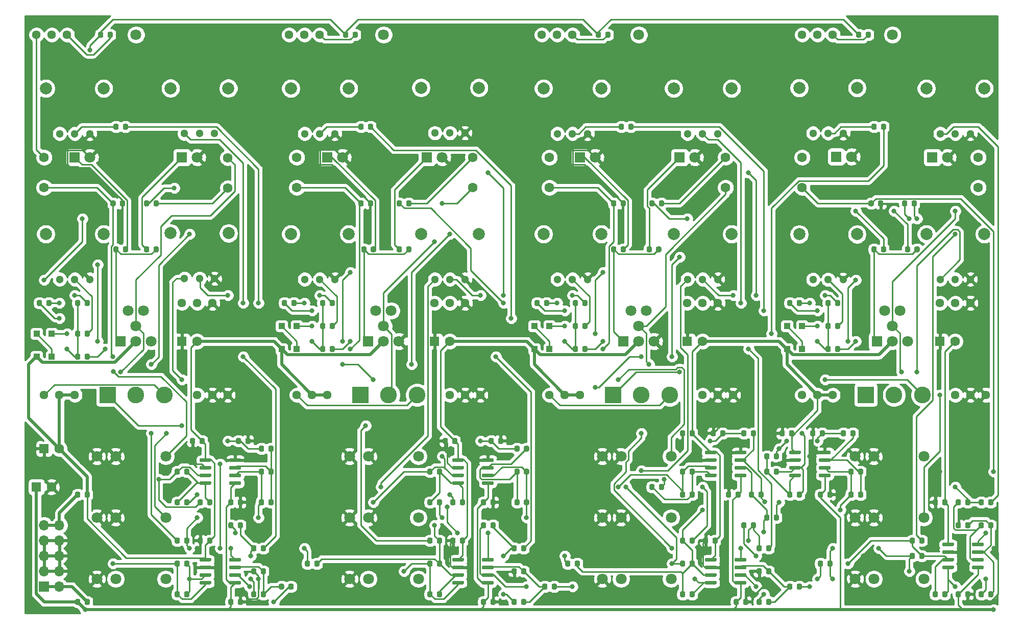
<source format=gbl>
G04 #@! TF.GenerationSoftware,KiCad,Pcbnew,(5.1.6-0-10_14)*
G04 #@! TF.CreationDate,2022-01-03T23:35:25+00:00*
G04 #@! TF.ProjectId,Quad Tube VCA,51756164-2054-4756-9265-205643412e6b,rev?*
G04 #@! TF.SameCoordinates,Original*
G04 #@! TF.FileFunction,Copper,L2,Bot*
G04 #@! TF.FilePolarity,Positive*
%FSLAX46Y46*%
G04 Gerber Fmt 4.6, Leading zero omitted, Abs format (unit mm)*
G04 Created by KiCad (PCBNEW (5.1.6-0-10_14)) date 2022-01-03 23:35:25*
%MOMM*%
%LPD*%
G01*
G04 APERTURE LIST*
G04 #@! TA.AperFunction,ComponentPad*
%ADD10C,1.600000*%
G04 #@! TD*
G04 #@! TA.AperFunction,ComponentPad*
%ADD11R,1.600000X1.600000*%
G04 #@! TD*
G04 #@! TA.AperFunction,ComponentPad*
%ADD12C,1.800000*%
G04 #@! TD*
G04 #@! TA.AperFunction,ComponentPad*
%ADD13R,1.800000X1.800000*%
G04 #@! TD*
G04 #@! TA.AperFunction,ComponentPad*
%ADD14C,2.775000*%
G04 #@! TD*
G04 #@! TA.AperFunction,ComponentPad*
%ADD15R,2.775000X2.775000*%
G04 #@! TD*
G04 #@! TA.AperFunction,ComponentPad*
%ADD16C,2.000000*%
G04 #@! TD*
G04 #@! TA.AperFunction,ComponentPad*
%ADD17C,1.300000*%
G04 #@! TD*
G04 #@! TA.AperFunction,ComponentPad*
%ADD18C,1.440000*%
G04 #@! TD*
G04 #@! TA.AperFunction,ComponentPad*
%ADD19O,1.700000X1.700000*%
G04 #@! TD*
G04 #@! TA.AperFunction,ComponentPad*
%ADD20R,1.700000X1.700000*%
G04 #@! TD*
G04 #@! TA.AperFunction,SMDPad,CuDef*
%ADD21R,1.000000X1.000000*%
G04 #@! TD*
G04 #@! TA.AperFunction,ViaPad*
%ADD22C,0.800000*%
G04 #@! TD*
G04 #@! TA.AperFunction,Conductor*
%ADD23C,0.250000*%
G04 #@! TD*
G04 #@! TA.AperFunction,Conductor*
%ADD24C,0.500000*%
G04 #@! TD*
G04 #@! TA.AperFunction,Conductor*
%ADD25C,0.254000*%
G04 #@! TD*
G04 APERTURE END LIST*
D10*
X220940000Y-99060000D03*
D11*
X218440000Y-99060000D03*
D10*
X179030000Y-99060000D03*
D11*
X176530000Y-99060000D03*
D10*
X137120000Y-99060000D03*
D11*
X134620000Y-99060000D03*
D10*
X95210000Y-99060000D03*
D11*
X92710000Y-99060000D03*
D10*
X72350000Y-116840000D03*
D11*
X69850000Y-116840000D03*
D10*
X71080000Y-123190000D03*
D11*
X68580000Y-123190000D03*
D12*
X126153333Y-48260000D03*
X126153333Y-96520000D03*
X124883333Y-93980000D03*
X127423333Y-93980000D03*
X128693333Y-99060000D03*
X126153333Y-99060000D03*
D13*
X123613333Y-99060000D03*
D12*
X85090000Y-48260000D03*
X85090000Y-96520000D03*
X83820000Y-93980000D03*
X86360000Y-93980000D03*
X87630000Y-99060000D03*
X85090000Y-99060000D03*
D13*
X82550000Y-99060000D03*
D12*
X210550000Y-48260000D03*
X210550000Y-96520000D03*
X209280000Y-93980000D03*
X211820000Y-93980000D03*
X213090000Y-99060000D03*
X210550000Y-99060000D03*
D13*
X208010000Y-99060000D03*
D12*
X168486666Y-48260000D03*
X168486666Y-96520000D03*
X167216666Y-93980000D03*
X169756666Y-93980000D03*
X171026666Y-99060000D03*
X168486666Y-99060000D03*
D13*
X165946666Y-99060000D03*
D14*
X215520000Y-107950000D03*
X210820000Y-107950000D03*
D15*
X206120000Y-107950000D03*
D14*
X173610000Y-107950000D03*
X168910000Y-107950000D03*
D15*
X164210000Y-107950000D03*
D14*
X131700000Y-107950000D03*
X127000000Y-107950000D03*
D15*
X122300000Y-107950000D03*
D14*
X89790000Y-107950000D03*
X85090000Y-107950000D03*
D15*
X80390000Y-107950000D03*
D16*
X204680000Y-57070000D03*
X195080000Y-57070000D03*
D17*
X202380000Y-64570000D03*
X199880000Y-64570000D03*
X197380000Y-64570000D03*
D16*
X162280000Y-57150000D03*
X152680000Y-57150000D03*
D17*
X159980000Y-64650000D03*
X157480000Y-64650000D03*
X154980000Y-64650000D03*
D16*
X120370000Y-57150000D03*
X110770000Y-57150000D03*
D17*
X118070000Y-64650000D03*
X115570000Y-64650000D03*
X113070000Y-64650000D03*
D16*
X79730000Y-57150000D03*
X70130000Y-57150000D03*
D17*
X77430000Y-64650000D03*
X74930000Y-64650000D03*
X72430000Y-64650000D03*
D16*
X204680000Y-81320000D03*
X195080000Y-81320000D03*
D17*
X202380000Y-88820000D03*
X199880000Y-88820000D03*
X197380000Y-88820000D03*
D16*
X162280000Y-81280000D03*
X152680000Y-81280000D03*
D17*
X159980000Y-88780000D03*
X157480000Y-88780000D03*
X154980000Y-88780000D03*
D16*
X120370000Y-81280000D03*
X110770000Y-81280000D03*
D17*
X118070000Y-88780000D03*
X115570000Y-88780000D03*
X113070000Y-88780000D03*
D16*
X79730000Y-81280000D03*
X70130000Y-81280000D03*
D17*
X77430000Y-88780000D03*
X74930000Y-88780000D03*
X72430000Y-88780000D03*
D16*
X225780000Y-57150000D03*
X216180000Y-57150000D03*
D17*
X223480000Y-64650000D03*
X220980000Y-64650000D03*
X218480000Y-64650000D03*
D16*
X183870000Y-57150000D03*
X174270000Y-57150000D03*
D17*
X181570000Y-64650000D03*
X179070000Y-64650000D03*
X176570000Y-64650000D03*
D16*
X141960000Y-57030000D03*
X132360000Y-57030000D03*
D17*
X139660000Y-64530000D03*
X137160000Y-64530000D03*
X134660000Y-64530000D03*
D16*
X100410000Y-57130000D03*
X90810000Y-57130000D03*
D17*
X98110000Y-64630000D03*
X95610000Y-64630000D03*
X93110000Y-64630000D03*
D16*
X225780000Y-81280000D03*
X216180000Y-81280000D03*
D17*
X223480000Y-88780000D03*
X220980000Y-88780000D03*
X218480000Y-88780000D03*
D16*
X183870000Y-81280000D03*
X174270000Y-81280000D03*
D17*
X181570000Y-88780000D03*
X179070000Y-88780000D03*
X176570000Y-88780000D03*
D16*
X141960000Y-81280000D03*
X132360000Y-81280000D03*
D17*
X139660000Y-88780000D03*
X137160000Y-88780000D03*
X134660000Y-88780000D03*
D16*
X100431000Y-81153000D03*
X90831000Y-81153000D03*
D17*
X98131000Y-88653000D03*
X95631000Y-88653000D03*
X93131000Y-88653000D03*
D12*
X215770000Y-138430000D03*
X204370000Y-138430000D03*
X207470000Y-138430000D03*
X173830000Y-138430000D03*
X162430000Y-138430000D03*
X165530000Y-138430000D03*
X131920000Y-138430000D03*
X120520000Y-138430000D03*
X123620000Y-138430000D03*
X90010000Y-138430000D03*
X78610000Y-138430000D03*
X81710000Y-138430000D03*
X215740000Y-118110000D03*
X204340000Y-118110000D03*
X207440000Y-118110000D03*
X173830000Y-118110000D03*
X162430000Y-118110000D03*
X165530000Y-118110000D03*
X131920000Y-118110000D03*
X120520000Y-118110000D03*
X123620000Y-118110000D03*
X90010000Y-118110000D03*
X78610000Y-118110000D03*
X81710000Y-118110000D03*
X215770000Y-128270000D03*
X204370000Y-128270000D03*
X207470000Y-128270000D03*
X173830000Y-128270000D03*
X162430000Y-128270000D03*
X165530000Y-128270000D03*
X131920000Y-128270000D03*
X120520000Y-128270000D03*
X123620000Y-128270000D03*
X90010000Y-128270000D03*
X78610000Y-128270000D03*
X81710000Y-128270000D03*
G04 #@! TA.AperFunction,SMDPad,CuDef*
G36*
G01*
X188880000Y-141983750D02*
X188880000Y-142496250D01*
G75*
G02*
X188661250Y-142715000I-218750J0D01*
G01*
X188223750Y-142715000D01*
G75*
G02*
X188005000Y-142496250I0J218750D01*
G01*
X188005000Y-141983750D01*
G75*
G02*
X188223750Y-141765000I218750J0D01*
G01*
X188661250Y-141765000D01*
G75*
G02*
X188880000Y-141983750I0J-218750D01*
G01*
G37*
G04 #@! TD.AperFunction*
G04 #@! TA.AperFunction,SMDPad,CuDef*
G36*
G01*
X190455000Y-141983750D02*
X190455000Y-142496250D01*
G75*
G02*
X190236250Y-142715000I-218750J0D01*
G01*
X189798750Y-142715000D01*
G75*
G02*
X189580000Y-142496250I0J218750D01*
G01*
X189580000Y-141983750D01*
G75*
G02*
X189798750Y-141765000I218750J0D01*
G01*
X190236250Y-141765000D01*
G75*
G02*
X190455000Y-141983750I0J-218750D01*
G01*
G37*
G04 #@! TD.AperFunction*
G04 #@! TA.AperFunction,SMDPad,CuDef*
G36*
G01*
X189580000Y-137416250D02*
X189580000Y-136903750D01*
G75*
G02*
X189798750Y-136685000I218750J0D01*
G01*
X190236250Y-136685000D01*
G75*
G02*
X190455000Y-136903750I0J-218750D01*
G01*
X190455000Y-137416250D01*
G75*
G02*
X190236250Y-137635000I-218750J0D01*
G01*
X189798750Y-137635000D01*
G75*
G02*
X189580000Y-137416250I0J218750D01*
G01*
G37*
G04 #@! TD.AperFunction*
G04 #@! TA.AperFunction,SMDPad,CuDef*
G36*
G01*
X188005000Y-137416250D02*
X188005000Y-136903750D01*
G75*
G02*
X188223750Y-136685000I218750J0D01*
G01*
X188661250Y-136685000D01*
G75*
G02*
X188880000Y-136903750I0J-218750D01*
G01*
X188880000Y-137416250D01*
G75*
G02*
X188661250Y-137635000I-218750J0D01*
G01*
X188223750Y-137635000D01*
G75*
G02*
X188005000Y-137416250I0J218750D01*
G01*
G37*
G04 #@! TD.AperFunction*
D18*
X195580000Y-48260000D03*
X198120000Y-48260000D03*
X200660000Y-48260000D03*
X152400000Y-48260000D03*
X154940000Y-48260000D03*
X157480000Y-48260000D03*
X110490000Y-48260000D03*
X113030000Y-48260000D03*
X115570000Y-48260000D03*
X68580000Y-48260000D03*
X71120000Y-48260000D03*
X73660000Y-48260000D03*
X220980000Y-107950000D03*
X223520000Y-107950000D03*
X226060000Y-107950000D03*
X179070000Y-107950000D03*
X181610000Y-107950000D03*
X184150000Y-107950000D03*
X137160000Y-107950000D03*
X139700000Y-107950000D03*
X142240000Y-107950000D03*
X95250000Y-107950000D03*
X97790000Y-107950000D03*
X100330000Y-107950000D03*
X218440000Y-92710000D03*
X220980000Y-92710000D03*
X223520000Y-92710000D03*
X176530000Y-92710000D03*
X179070000Y-92710000D03*
X181610000Y-92710000D03*
X134620000Y-92710000D03*
X137160000Y-92710000D03*
X139700000Y-92710000D03*
X92710000Y-92710000D03*
X95250000Y-92710000D03*
X97790000Y-92710000D03*
X195580000Y-107950000D03*
X198120000Y-107950000D03*
X200660000Y-107950000D03*
X153670000Y-107950000D03*
X156210000Y-107950000D03*
X158750000Y-107950000D03*
X111760000Y-107950000D03*
X114300000Y-107950000D03*
X116840000Y-107950000D03*
X69850000Y-107950000D03*
X72390000Y-107950000D03*
X74930000Y-107950000D03*
G04 #@! TA.AperFunction,SMDPad,CuDef*
G36*
G01*
X199740000Y-136146250D02*
X199740000Y-135633750D01*
G75*
G02*
X199958750Y-135415000I218750J0D01*
G01*
X200396250Y-135415000D01*
G75*
G02*
X200615000Y-135633750I0J-218750D01*
G01*
X200615000Y-136146250D01*
G75*
G02*
X200396250Y-136365000I-218750J0D01*
G01*
X199958750Y-136365000D01*
G75*
G02*
X199740000Y-136146250I0J218750D01*
G01*
G37*
G04 #@! TD.AperFunction*
G04 #@! TA.AperFunction,SMDPad,CuDef*
G36*
G01*
X198165000Y-136146250D02*
X198165000Y-135633750D01*
G75*
G02*
X198383750Y-135415000I218750J0D01*
G01*
X198821250Y-135415000D01*
G75*
G02*
X199040000Y-135633750I0J-218750D01*
G01*
X199040000Y-136146250D01*
G75*
G02*
X198821250Y-136365000I-218750J0D01*
G01*
X198383750Y-136365000D01*
G75*
G02*
X198165000Y-136146250I0J218750D01*
G01*
G37*
G04 #@! TD.AperFunction*
G04 #@! TA.AperFunction,SMDPad,CuDef*
G36*
G01*
X157830000Y-136146250D02*
X157830000Y-135633750D01*
G75*
G02*
X158048750Y-135415000I218750J0D01*
G01*
X158486250Y-135415000D01*
G75*
G02*
X158705000Y-135633750I0J-218750D01*
G01*
X158705000Y-136146250D01*
G75*
G02*
X158486250Y-136365000I-218750J0D01*
G01*
X158048750Y-136365000D01*
G75*
G02*
X157830000Y-136146250I0J218750D01*
G01*
G37*
G04 #@! TD.AperFunction*
G04 #@! TA.AperFunction,SMDPad,CuDef*
G36*
G01*
X156255000Y-136146250D02*
X156255000Y-135633750D01*
G75*
G02*
X156473750Y-135415000I218750J0D01*
G01*
X156911250Y-135415000D01*
G75*
G02*
X157130000Y-135633750I0J-218750D01*
G01*
X157130000Y-136146250D01*
G75*
G02*
X156911250Y-136365000I-218750J0D01*
G01*
X156473750Y-136365000D01*
G75*
G02*
X156255000Y-136146250I0J218750D01*
G01*
G37*
G04 #@! TD.AperFunction*
G04 #@! TA.AperFunction,SMDPad,CuDef*
G36*
G01*
X114650000Y-136146250D02*
X114650000Y-135633750D01*
G75*
G02*
X114868750Y-135415000I218750J0D01*
G01*
X115306250Y-135415000D01*
G75*
G02*
X115525000Y-135633750I0J-218750D01*
G01*
X115525000Y-136146250D01*
G75*
G02*
X115306250Y-136365000I-218750J0D01*
G01*
X114868750Y-136365000D01*
G75*
G02*
X114650000Y-136146250I0J218750D01*
G01*
G37*
G04 #@! TD.AperFunction*
G04 #@! TA.AperFunction,SMDPad,CuDef*
G36*
G01*
X113075000Y-136146250D02*
X113075000Y-135633750D01*
G75*
G02*
X113293750Y-135415000I218750J0D01*
G01*
X113731250Y-135415000D01*
G75*
G02*
X113950000Y-135633750I0J-218750D01*
G01*
X113950000Y-136146250D01*
G75*
G02*
X113731250Y-136365000I-218750J0D01*
G01*
X113293750Y-136365000D01*
G75*
G02*
X113075000Y-136146250I0J218750D01*
G01*
G37*
G04 #@! TD.AperFunction*
G04 #@! TA.AperFunction,SMDPad,CuDef*
G36*
G01*
X203550000Y-114556250D02*
X203550000Y-114043750D01*
G75*
G02*
X203768750Y-113825000I218750J0D01*
G01*
X204206250Y-113825000D01*
G75*
G02*
X204425000Y-114043750I0J-218750D01*
G01*
X204425000Y-114556250D01*
G75*
G02*
X204206250Y-114775000I-218750J0D01*
G01*
X203768750Y-114775000D01*
G75*
G02*
X203550000Y-114556250I0J218750D01*
G01*
G37*
G04 #@! TD.AperFunction*
G04 #@! TA.AperFunction,SMDPad,CuDef*
G36*
G01*
X201975000Y-114556250D02*
X201975000Y-114043750D01*
G75*
G02*
X202193750Y-113825000I218750J0D01*
G01*
X202631250Y-113825000D01*
G75*
G02*
X202850000Y-114043750I0J-218750D01*
G01*
X202850000Y-114556250D01*
G75*
G02*
X202631250Y-114775000I-218750J0D01*
G01*
X202193750Y-114775000D01*
G75*
G02*
X201975000Y-114556250I0J218750D01*
G01*
G37*
G04 #@! TD.AperFunction*
G04 #@! TA.AperFunction,SMDPad,CuDef*
G36*
G01*
X190850000Y-118366250D02*
X190850000Y-117853750D01*
G75*
G02*
X191068750Y-117635000I218750J0D01*
G01*
X191506250Y-117635000D01*
G75*
G02*
X191725000Y-117853750I0J-218750D01*
G01*
X191725000Y-118366250D01*
G75*
G02*
X191506250Y-118585000I-218750J0D01*
G01*
X191068750Y-118585000D01*
G75*
G02*
X190850000Y-118366250I0J218750D01*
G01*
G37*
G04 #@! TD.AperFunction*
G04 #@! TA.AperFunction,SMDPad,CuDef*
G36*
G01*
X189275000Y-118366250D02*
X189275000Y-117853750D01*
G75*
G02*
X189493750Y-117635000I218750J0D01*
G01*
X189931250Y-117635000D01*
G75*
G02*
X190150000Y-117853750I0J-218750D01*
G01*
X190150000Y-118366250D01*
G75*
G02*
X189931250Y-118585000I-218750J0D01*
G01*
X189493750Y-118585000D01*
G75*
G02*
X189275000Y-118366250I0J218750D01*
G01*
G37*
G04 #@! TD.AperFunction*
G04 #@! TA.AperFunction,SMDPad,CuDef*
G36*
G01*
X194660000Y-92966250D02*
X194660000Y-92453750D01*
G75*
G02*
X194878750Y-92235000I218750J0D01*
G01*
X195316250Y-92235000D01*
G75*
G02*
X195535000Y-92453750I0J-218750D01*
G01*
X195535000Y-92966250D01*
G75*
G02*
X195316250Y-93185000I-218750J0D01*
G01*
X194878750Y-93185000D01*
G75*
G02*
X194660000Y-92966250I0J218750D01*
G01*
G37*
G04 #@! TD.AperFunction*
G04 #@! TA.AperFunction,SMDPad,CuDef*
G36*
G01*
X193085000Y-92966250D02*
X193085000Y-92453750D01*
G75*
G02*
X193303750Y-92235000I218750J0D01*
G01*
X193741250Y-92235000D01*
G75*
G02*
X193960000Y-92453750I0J-218750D01*
G01*
X193960000Y-92966250D01*
G75*
G02*
X193741250Y-93185000I-218750J0D01*
G01*
X193303750Y-93185000D01*
G75*
G02*
X193085000Y-92966250I0J218750D01*
G01*
G37*
G04 #@! TD.AperFunction*
G04 #@! TA.AperFunction,SMDPad,CuDef*
G36*
G01*
X200310000Y-92453750D02*
X200310000Y-92966250D01*
G75*
G02*
X200091250Y-93185000I-218750J0D01*
G01*
X199653750Y-93185000D01*
G75*
G02*
X199435000Y-92966250I0J218750D01*
G01*
X199435000Y-92453750D01*
G75*
G02*
X199653750Y-92235000I218750J0D01*
G01*
X200091250Y-92235000D01*
G75*
G02*
X200310000Y-92453750I0J-218750D01*
G01*
G37*
G04 #@! TD.AperFunction*
G04 #@! TA.AperFunction,SMDPad,CuDef*
G36*
G01*
X201885000Y-92453750D02*
X201885000Y-92966250D01*
G75*
G02*
X201666250Y-93185000I-218750J0D01*
G01*
X201228750Y-93185000D01*
G75*
G02*
X201010000Y-92966250I0J218750D01*
G01*
X201010000Y-92453750D01*
G75*
G02*
X201228750Y-92235000I218750J0D01*
G01*
X201666250Y-92235000D01*
G75*
G02*
X201885000Y-92453750I0J-218750D01*
G01*
G37*
G04 #@! TD.AperFunction*
G04 #@! TA.AperFunction,SMDPad,CuDef*
G36*
G01*
X193960000Y-124203750D02*
X193960000Y-124716250D01*
G75*
G02*
X193741250Y-124935000I-218750J0D01*
G01*
X193303750Y-124935000D01*
G75*
G02*
X193085000Y-124716250I0J218750D01*
G01*
X193085000Y-124203750D01*
G75*
G02*
X193303750Y-123985000I218750J0D01*
G01*
X193741250Y-123985000D01*
G75*
G02*
X193960000Y-124203750I0J-218750D01*
G01*
G37*
G04 #@! TD.AperFunction*
G04 #@! TA.AperFunction,SMDPad,CuDef*
G36*
G01*
X195535000Y-124203750D02*
X195535000Y-124716250D01*
G75*
G02*
X195316250Y-124935000I-218750J0D01*
G01*
X194878750Y-124935000D01*
G75*
G02*
X194660000Y-124716250I0J218750D01*
G01*
X194660000Y-124203750D01*
G75*
G02*
X194878750Y-123985000I218750J0D01*
G01*
X195316250Y-123985000D01*
G75*
G02*
X195535000Y-124203750I0J-218750D01*
G01*
G37*
G04 #@! TD.AperFunction*
G04 #@! TA.AperFunction,SMDPad,CuDef*
G36*
G01*
X204120000Y-124203750D02*
X204120000Y-124716250D01*
G75*
G02*
X203901250Y-124935000I-218750J0D01*
G01*
X203463750Y-124935000D01*
G75*
G02*
X203245000Y-124716250I0J218750D01*
G01*
X203245000Y-124203750D01*
G75*
G02*
X203463750Y-123985000I218750J0D01*
G01*
X203901250Y-123985000D01*
G75*
G02*
X204120000Y-124203750I0J-218750D01*
G01*
G37*
G04 #@! TD.AperFunction*
G04 #@! TA.AperFunction,SMDPad,CuDef*
G36*
G01*
X205695000Y-124203750D02*
X205695000Y-124716250D01*
G75*
G02*
X205476250Y-124935000I-218750J0D01*
G01*
X205038750Y-124935000D01*
G75*
G02*
X204820000Y-124716250I0J218750D01*
G01*
X204820000Y-124203750D01*
G75*
G02*
X205038750Y-123985000I218750J0D01*
G01*
X205476250Y-123985000D01*
G75*
G02*
X205695000Y-124203750I0J-218750D01*
G01*
G37*
G04 #@! TD.AperFunction*
G04 #@! TA.AperFunction,SMDPad,CuDef*
G36*
G01*
X201010000Y-96776250D02*
X201010000Y-96263750D01*
G75*
G02*
X201228750Y-96045000I218750J0D01*
G01*
X201666250Y-96045000D01*
G75*
G02*
X201885000Y-96263750I0J-218750D01*
G01*
X201885000Y-96776250D01*
G75*
G02*
X201666250Y-96995000I-218750J0D01*
G01*
X201228750Y-96995000D01*
G75*
G02*
X201010000Y-96776250I0J218750D01*
G01*
G37*
G04 #@! TD.AperFunction*
G04 #@! TA.AperFunction,SMDPad,CuDef*
G36*
G01*
X199435000Y-96776250D02*
X199435000Y-96263750D01*
G75*
G02*
X199653750Y-96045000I218750J0D01*
G01*
X200091250Y-96045000D01*
G75*
G02*
X200310000Y-96263750I0J-218750D01*
G01*
X200310000Y-96776250D01*
G75*
G02*
X200091250Y-96995000I-218750J0D01*
G01*
X199653750Y-96995000D01*
G75*
G02*
X199435000Y-96776250I0J218750D01*
G01*
G37*
G04 #@! TD.AperFunction*
G04 #@! TA.AperFunction,SMDPad,CuDef*
G36*
G01*
X214192500Y-84076250D02*
X214192500Y-83563750D01*
G75*
G02*
X214411250Y-83345000I218750J0D01*
G01*
X214848750Y-83345000D01*
G75*
G02*
X215067500Y-83563750I0J-218750D01*
G01*
X215067500Y-84076250D01*
G75*
G02*
X214848750Y-84295000I-218750J0D01*
G01*
X214411250Y-84295000D01*
G75*
G02*
X214192500Y-84076250I0J218750D01*
G01*
G37*
G04 #@! TD.AperFunction*
G04 #@! TA.AperFunction,SMDPad,CuDef*
G36*
G01*
X212617500Y-84076250D02*
X212617500Y-83563750D01*
G75*
G02*
X212836250Y-83345000I218750J0D01*
G01*
X213273750Y-83345000D01*
G75*
G02*
X213492500Y-83563750I0J-218750D01*
G01*
X213492500Y-84076250D01*
G75*
G02*
X213273750Y-84295000I-218750J0D01*
G01*
X212836250Y-84295000D01*
G75*
G02*
X212617500Y-84076250I0J218750D01*
G01*
G37*
G04 #@! TD.AperFunction*
G04 #@! TA.AperFunction,SMDPad,CuDef*
G36*
G01*
X201010000Y-100586250D02*
X201010000Y-100073750D01*
G75*
G02*
X201228750Y-99855000I218750J0D01*
G01*
X201666250Y-99855000D01*
G75*
G02*
X201885000Y-100073750I0J-218750D01*
G01*
X201885000Y-100586250D01*
G75*
G02*
X201666250Y-100805000I-218750J0D01*
G01*
X201228750Y-100805000D01*
G75*
G02*
X201010000Y-100586250I0J218750D01*
G01*
G37*
G04 #@! TD.AperFunction*
G04 #@! TA.AperFunction,SMDPad,CuDef*
G36*
G01*
X199435000Y-100586250D02*
X199435000Y-100073750D01*
G75*
G02*
X199653750Y-99855000I218750J0D01*
G01*
X200091250Y-99855000D01*
G75*
G02*
X200310000Y-100073750I0J-218750D01*
G01*
X200310000Y-100586250D01*
G75*
G02*
X200091250Y-100805000I-218750J0D01*
G01*
X199653750Y-100805000D01*
G75*
G02*
X199435000Y-100586250I0J218750D01*
G01*
G37*
G04 #@! TD.AperFunction*
G04 #@! TA.AperFunction,SMDPad,CuDef*
G36*
G01*
X208630000Y-84076250D02*
X208630000Y-83563750D01*
G75*
G02*
X208848750Y-83345000I218750J0D01*
G01*
X209286250Y-83345000D01*
G75*
G02*
X209505000Y-83563750I0J-218750D01*
G01*
X209505000Y-84076250D01*
G75*
G02*
X209286250Y-84295000I-218750J0D01*
G01*
X208848750Y-84295000D01*
G75*
G02*
X208630000Y-84076250I0J218750D01*
G01*
G37*
G04 #@! TD.AperFunction*
G04 #@! TA.AperFunction,SMDPad,CuDef*
G36*
G01*
X207055000Y-84076250D02*
X207055000Y-83563750D01*
G75*
G02*
X207273750Y-83345000I218750J0D01*
G01*
X207711250Y-83345000D01*
G75*
G02*
X207930000Y-83563750I0J-218750D01*
G01*
X207930000Y-84076250D01*
G75*
G02*
X207711250Y-84295000I-218750J0D01*
G01*
X207273750Y-84295000D01*
G75*
G02*
X207055000Y-84076250I0J218750D01*
G01*
G37*
G04 #@! TD.AperFunction*
G04 #@! TA.AperFunction,SMDPad,CuDef*
G36*
G01*
X208147500Y-76456250D02*
X208147500Y-75943750D01*
G75*
G02*
X208366250Y-75725000I218750J0D01*
G01*
X208803750Y-75725000D01*
G75*
G02*
X209022500Y-75943750I0J-218750D01*
G01*
X209022500Y-76456250D01*
G75*
G02*
X208803750Y-76675000I-218750J0D01*
G01*
X208366250Y-76675000D01*
G75*
G02*
X208147500Y-76456250I0J218750D01*
G01*
G37*
G04 #@! TD.AperFunction*
G04 #@! TA.AperFunction,SMDPad,CuDef*
G36*
G01*
X206572500Y-76456250D02*
X206572500Y-75943750D01*
G75*
G02*
X206791250Y-75725000I218750J0D01*
G01*
X207228750Y-75725000D01*
G75*
G02*
X207447500Y-75943750I0J-218750D01*
G01*
X207447500Y-76456250D01*
G75*
G02*
X207228750Y-76675000I-218750J0D01*
G01*
X206791250Y-76675000D01*
G75*
G02*
X206572500Y-76456250I0J218750D01*
G01*
G37*
G04 #@! TD.AperFunction*
G04 #@! TA.AperFunction,SMDPad,CuDef*
G36*
G01*
X213710000Y-76456250D02*
X213710000Y-75943750D01*
G75*
G02*
X213928750Y-75725000I218750J0D01*
G01*
X214366250Y-75725000D01*
G75*
G02*
X214585000Y-75943750I0J-218750D01*
G01*
X214585000Y-76456250D01*
G75*
G02*
X214366250Y-76675000I-218750J0D01*
G01*
X213928750Y-76675000D01*
G75*
G02*
X213710000Y-76456250I0J218750D01*
G01*
G37*
G04 #@! TD.AperFunction*
G04 #@! TA.AperFunction,SMDPad,CuDef*
G36*
G01*
X212135000Y-76456250D02*
X212135000Y-75943750D01*
G75*
G02*
X212353750Y-75725000I218750J0D01*
G01*
X212791250Y-75725000D01*
G75*
G02*
X213010000Y-75943750I0J-218750D01*
G01*
X213010000Y-76456250D01*
G75*
G02*
X212791250Y-76675000I-218750J0D01*
G01*
X212353750Y-76675000D01*
G75*
G02*
X212135000Y-76456250I0J218750D01*
G01*
G37*
G04 #@! TD.AperFunction*
G04 #@! TA.AperFunction,SMDPad,CuDef*
G36*
G01*
X222600000Y-125986250D02*
X222600000Y-125473750D01*
G75*
G02*
X222818750Y-125255000I218750J0D01*
G01*
X223256250Y-125255000D01*
G75*
G02*
X223475000Y-125473750I0J-218750D01*
G01*
X223475000Y-125986250D01*
G75*
G02*
X223256250Y-126205000I-218750J0D01*
G01*
X222818750Y-126205000D01*
G75*
G02*
X222600000Y-125986250I0J218750D01*
G01*
G37*
G04 #@! TD.AperFunction*
G04 #@! TA.AperFunction,SMDPad,CuDef*
G36*
G01*
X221025000Y-125986250D02*
X221025000Y-125473750D01*
G75*
G02*
X221243750Y-125255000I218750J0D01*
G01*
X221681250Y-125255000D01*
G75*
G02*
X221900000Y-125473750I0J-218750D01*
G01*
X221900000Y-125986250D01*
G75*
G02*
X221681250Y-126205000I-218750J0D01*
G01*
X221243750Y-126205000D01*
G75*
G02*
X221025000Y-125986250I0J218750D01*
G01*
G37*
G04 #@! TD.AperFunction*
G04 #@! TA.AperFunction,SMDPad,CuDef*
G36*
G01*
X208630000Y-63756250D02*
X208630000Y-63243750D01*
G75*
G02*
X208848750Y-63025000I218750J0D01*
G01*
X209286250Y-63025000D01*
G75*
G02*
X209505000Y-63243750I0J-218750D01*
G01*
X209505000Y-63756250D01*
G75*
G02*
X209286250Y-63975000I-218750J0D01*
G01*
X208848750Y-63975000D01*
G75*
G02*
X208630000Y-63756250I0J218750D01*
G01*
G37*
G04 #@! TD.AperFunction*
G04 #@! TA.AperFunction,SMDPad,CuDef*
G36*
G01*
X207055000Y-63756250D02*
X207055000Y-63243750D01*
G75*
G02*
X207273750Y-63025000I218750J0D01*
G01*
X207711250Y-63025000D01*
G75*
G02*
X207930000Y-63243750I0J-218750D01*
G01*
X207930000Y-63756250D01*
G75*
G02*
X207711250Y-63975000I-218750J0D01*
G01*
X207273750Y-63975000D01*
G75*
G02*
X207055000Y-63756250I0J218750D01*
G01*
G37*
G04 #@! TD.AperFunction*
G04 #@! TA.AperFunction,SMDPad,CuDef*
G36*
G01*
X206090000Y-48516250D02*
X206090000Y-48003750D01*
G75*
G02*
X206308750Y-47785000I218750J0D01*
G01*
X206746250Y-47785000D01*
G75*
G02*
X206965000Y-48003750I0J-218750D01*
G01*
X206965000Y-48516250D01*
G75*
G02*
X206746250Y-48735000I-218750J0D01*
G01*
X206308750Y-48735000D01*
G75*
G02*
X206090000Y-48516250I0J218750D01*
G01*
G37*
G04 #@! TD.AperFunction*
G04 #@! TA.AperFunction,SMDPad,CuDef*
G36*
G01*
X204515000Y-48516250D02*
X204515000Y-48003750D01*
G75*
G02*
X204733750Y-47785000I218750J0D01*
G01*
X205171250Y-47785000D01*
G75*
G02*
X205390000Y-48003750I0J-218750D01*
G01*
X205390000Y-48516250D01*
G75*
G02*
X205171250Y-48735000I-218750J0D01*
G01*
X204733750Y-48735000D01*
G75*
G02*
X204515000Y-48516250I0J218750D01*
G01*
G37*
G04 #@! TD.AperFunction*
G04 #@! TA.AperFunction,SMDPad,CuDef*
G36*
G01*
X218790000Y-141226250D02*
X218790000Y-140713750D01*
G75*
G02*
X219008750Y-140495000I218750J0D01*
G01*
X219446250Y-140495000D01*
G75*
G02*
X219665000Y-140713750I0J-218750D01*
G01*
X219665000Y-141226250D01*
G75*
G02*
X219446250Y-141445000I-218750J0D01*
G01*
X219008750Y-141445000D01*
G75*
G02*
X218790000Y-141226250I0J218750D01*
G01*
G37*
G04 #@! TD.AperFunction*
G04 #@! TA.AperFunction,SMDPad,CuDef*
G36*
G01*
X217215000Y-141226250D02*
X217215000Y-140713750D01*
G75*
G02*
X217433750Y-140495000I218750J0D01*
G01*
X217871250Y-140495000D01*
G75*
G02*
X218090000Y-140713750I0J-218750D01*
G01*
X218090000Y-141226250D01*
G75*
G02*
X217871250Y-141445000I-218750J0D01*
G01*
X217433750Y-141445000D01*
G75*
G02*
X217215000Y-141226250I0J218750D01*
G01*
G37*
G04 #@! TD.AperFunction*
G04 #@! TA.AperFunction,SMDPad,CuDef*
G36*
G01*
X214280000Y-131823750D02*
X214280000Y-132336250D01*
G75*
G02*
X214061250Y-132555000I-218750J0D01*
G01*
X213623750Y-132555000D01*
G75*
G02*
X213405000Y-132336250I0J218750D01*
G01*
X213405000Y-131823750D01*
G75*
G02*
X213623750Y-131605000I218750J0D01*
G01*
X214061250Y-131605000D01*
G75*
G02*
X214280000Y-131823750I0J-218750D01*
G01*
G37*
G04 #@! TD.AperFunction*
G04 #@! TA.AperFunction,SMDPad,CuDef*
G36*
G01*
X215855000Y-131823750D02*
X215855000Y-132336250D01*
G75*
G02*
X215636250Y-132555000I-218750J0D01*
G01*
X215198750Y-132555000D01*
G75*
G02*
X214980000Y-132336250I0J218750D01*
G01*
X214980000Y-131823750D01*
G75*
G02*
X215198750Y-131605000I218750J0D01*
G01*
X215636250Y-131605000D01*
G75*
G02*
X215855000Y-131823750I0J-218750D01*
G01*
G37*
G04 #@! TD.AperFunction*
G04 #@! TA.AperFunction,SMDPad,CuDef*
G36*
G01*
X225710000Y-140713750D02*
X225710000Y-141226250D01*
G75*
G02*
X225491250Y-141445000I-218750J0D01*
G01*
X225053750Y-141445000D01*
G75*
G02*
X224835000Y-141226250I0J218750D01*
G01*
X224835000Y-140713750D01*
G75*
G02*
X225053750Y-140495000I218750J0D01*
G01*
X225491250Y-140495000D01*
G75*
G02*
X225710000Y-140713750I0J-218750D01*
G01*
G37*
G04 #@! TD.AperFunction*
G04 #@! TA.AperFunction,SMDPad,CuDef*
G36*
G01*
X227285000Y-140713750D02*
X227285000Y-141226250D01*
G75*
G02*
X227066250Y-141445000I-218750J0D01*
G01*
X226628750Y-141445000D01*
G75*
G02*
X226410000Y-141226250I0J218750D01*
G01*
X226410000Y-140713750D01*
G75*
G02*
X226628750Y-140495000I218750J0D01*
G01*
X227066250Y-140495000D01*
G75*
G02*
X227285000Y-140713750I0J-218750D01*
G01*
G37*
G04 #@! TD.AperFunction*
G04 #@! TA.AperFunction,SMDPad,CuDef*
G36*
G01*
X222600000Y-129796250D02*
X222600000Y-129283750D01*
G75*
G02*
X222818750Y-129065000I218750J0D01*
G01*
X223256250Y-129065000D01*
G75*
G02*
X223475000Y-129283750I0J-218750D01*
G01*
X223475000Y-129796250D01*
G75*
G02*
X223256250Y-130015000I-218750J0D01*
G01*
X222818750Y-130015000D01*
G75*
G02*
X222600000Y-129796250I0J218750D01*
G01*
G37*
G04 #@! TD.AperFunction*
G04 #@! TA.AperFunction,SMDPad,CuDef*
G36*
G01*
X221025000Y-129796250D02*
X221025000Y-129283750D01*
G75*
G02*
X221243750Y-129065000I218750J0D01*
G01*
X221681250Y-129065000D01*
G75*
G02*
X221900000Y-129283750I0J-218750D01*
G01*
X221900000Y-129796250D01*
G75*
G02*
X221681250Y-130015000I-218750J0D01*
G01*
X221243750Y-130015000D01*
G75*
G02*
X221025000Y-129796250I0J218750D01*
G01*
G37*
G04 #@! TD.AperFunction*
G04 #@! TA.AperFunction,SMDPad,CuDef*
G36*
G01*
X226410000Y-125986250D02*
X226410000Y-125473750D01*
G75*
G02*
X226628750Y-125255000I218750J0D01*
G01*
X227066250Y-125255000D01*
G75*
G02*
X227285000Y-125473750I0J-218750D01*
G01*
X227285000Y-125986250D01*
G75*
G02*
X227066250Y-126205000I-218750J0D01*
G01*
X226628750Y-126205000D01*
G75*
G02*
X226410000Y-125986250I0J218750D01*
G01*
G37*
G04 #@! TD.AperFunction*
G04 #@! TA.AperFunction,SMDPad,CuDef*
G36*
G01*
X224835000Y-125986250D02*
X224835000Y-125473750D01*
G75*
G02*
X225053750Y-125255000I218750J0D01*
G01*
X225491250Y-125255000D01*
G75*
G02*
X225710000Y-125473750I0J-218750D01*
G01*
X225710000Y-125986250D01*
G75*
G02*
X225491250Y-126205000I-218750J0D01*
G01*
X225053750Y-126205000D01*
G75*
G02*
X224835000Y-125986250I0J218750D01*
G01*
G37*
G04 #@! TD.AperFunction*
G04 #@! TA.AperFunction,SMDPad,CuDef*
G36*
G01*
X187040000Y-114556250D02*
X187040000Y-114043750D01*
G75*
G02*
X187258750Y-113825000I218750J0D01*
G01*
X187696250Y-113825000D01*
G75*
G02*
X187915000Y-114043750I0J-218750D01*
G01*
X187915000Y-114556250D01*
G75*
G02*
X187696250Y-114775000I-218750J0D01*
G01*
X187258750Y-114775000D01*
G75*
G02*
X187040000Y-114556250I0J218750D01*
G01*
G37*
G04 #@! TD.AperFunction*
G04 #@! TA.AperFunction,SMDPad,CuDef*
G36*
G01*
X185465000Y-114556250D02*
X185465000Y-114043750D01*
G75*
G02*
X185683750Y-113825000I218750J0D01*
G01*
X186121250Y-113825000D01*
G75*
G02*
X186340000Y-114043750I0J-218750D01*
G01*
X186340000Y-114556250D01*
G75*
G02*
X186121250Y-114775000I-218750J0D01*
G01*
X185683750Y-114775000D01*
G75*
G02*
X185465000Y-114556250I0J218750D01*
G01*
G37*
G04 #@! TD.AperFunction*
G04 #@! TA.AperFunction,SMDPad,CuDef*
G36*
G01*
X171800000Y-123446250D02*
X171800000Y-122933750D01*
G75*
G02*
X172018750Y-122715000I218750J0D01*
G01*
X172456250Y-122715000D01*
G75*
G02*
X172675000Y-122933750I0J-218750D01*
G01*
X172675000Y-123446250D01*
G75*
G02*
X172456250Y-123665000I-218750J0D01*
G01*
X172018750Y-123665000D01*
G75*
G02*
X171800000Y-123446250I0J218750D01*
G01*
G37*
G04 #@! TD.AperFunction*
G04 #@! TA.AperFunction,SMDPad,CuDef*
G36*
G01*
X170225000Y-123446250D02*
X170225000Y-122933750D01*
G75*
G02*
X170443750Y-122715000I218750J0D01*
G01*
X170881250Y-122715000D01*
G75*
G02*
X171100000Y-122933750I0J-218750D01*
G01*
X171100000Y-123446250D01*
G75*
G02*
X170881250Y-123665000I-218750J0D01*
G01*
X170443750Y-123665000D01*
G75*
G02*
X170225000Y-123446250I0J218750D01*
G01*
G37*
G04 #@! TD.AperFunction*
G04 #@! TA.AperFunction,SMDPad,CuDef*
G36*
G01*
X152750000Y-92966250D02*
X152750000Y-92453750D01*
G75*
G02*
X152968750Y-92235000I218750J0D01*
G01*
X153406250Y-92235000D01*
G75*
G02*
X153625000Y-92453750I0J-218750D01*
G01*
X153625000Y-92966250D01*
G75*
G02*
X153406250Y-93185000I-218750J0D01*
G01*
X152968750Y-93185000D01*
G75*
G02*
X152750000Y-92966250I0J218750D01*
G01*
G37*
G04 #@! TD.AperFunction*
G04 #@! TA.AperFunction,SMDPad,CuDef*
G36*
G01*
X151175000Y-92966250D02*
X151175000Y-92453750D01*
G75*
G02*
X151393750Y-92235000I218750J0D01*
G01*
X151831250Y-92235000D01*
G75*
G02*
X152050000Y-92453750I0J-218750D01*
G01*
X152050000Y-92966250D01*
G75*
G02*
X151831250Y-93185000I-218750J0D01*
G01*
X151393750Y-93185000D01*
G75*
G02*
X151175000Y-92966250I0J218750D01*
G01*
G37*
G04 #@! TD.AperFunction*
G04 #@! TA.AperFunction,SMDPad,CuDef*
G36*
G01*
X158400000Y-92453750D02*
X158400000Y-92966250D01*
G75*
G02*
X158181250Y-93185000I-218750J0D01*
G01*
X157743750Y-93185000D01*
G75*
G02*
X157525000Y-92966250I0J218750D01*
G01*
X157525000Y-92453750D01*
G75*
G02*
X157743750Y-92235000I218750J0D01*
G01*
X158181250Y-92235000D01*
G75*
G02*
X158400000Y-92453750I0J-218750D01*
G01*
G37*
G04 #@! TD.AperFunction*
G04 #@! TA.AperFunction,SMDPad,CuDef*
G36*
G01*
X159975000Y-92453750D02*
X159975000Y-92966250D01*
G75*
G02*
X159756250Y-93185000I-218750J0D01*
G01*
X159318750Y-93185000D01*
G75*
G02*
X159100000Y-92966250I0J218750D01*
G01*
X159100000Y-92453750D01*
G75*
G02*
X159318750Y-92235000I218750J0D01*
G01*
X159756250Y-92235000D01*
G75*
G02*
X159975000Y-92453750I0J-218750D01*
G01*
G37*
G04 #@! TD.AperFunction*
G04 #@! TA.AperFunction,SMDPad,CuDef*
G36*
G01*
X176880000Y-124716250D02*
X176880000Y-124203750D01*
G75*
G02*
X177098750Y-123985000I218750J0D01*
G01*
X177536250Y-123985000D01*
G75*
G02*
X177755000Y-124203750I0J-218750D01*
G01*
X177755000Y-124716250D01*
G75*
G02*
X177536250Y-124935000I-218750J0D01*
G01*
X177098750Y-124935000D01*
G75*
G02*
X176880000Y-124716250I0J218750D01*
G01*
G37*
G04 #@! TD.AperFunction*
G04 #@! TA.AperFunction,SMDPad,CuDef*
G36*
G01*
X175305000Y-124716250D02*
X175305000Y-124203750D01*
G75*
G02*
X175523750Y-123985000I218750J0D01*
G01*
X175961250Y-123985000D01*
G75*
G02*
X176180000Y-124203750I0J-218750D01*
G01*
X176180000Y-124716250D01*
G75*
G02*
X175961250Y-124935000I-218750J0D01*
G01*
X175523750Y-124935000D01*
G75*
G02*
X175305000Y-124716250I0J218750D01*
G01*
G37*
G04 #@! TD.AperFunction*
G04 #@! TA.AperFunction,SMDPad,CuDef*
G36*
G01*
X187610000Y-124203750D02*
X187610000Y-124716250D01*
G75*
G02*
X187391250Y-124935000I-218750J0D01*
G01*
X186953750Y-124935000D01*
G75*
G02*
X186735000Y-124716250I0J218750D01*
G01*
X186735000Y-124203750D01*
G75*
G02*
X186953750Y-123985000I218750J0D01*
G01*
X187391250Y-123985000D01*
G75*
G02*
X187610000Y-124203750I0J-218750D01*
G01*
G37*
G04 #@! TD.AperFunction*
G04 #@! TA.AperFunction,SMDPad,CuDef*
G36*
G01*
X189185000Y-124203750D02*
X189185000Y-124716250D01*
G75*
G02*
X188966250Y-124935000I-218750J0D01*
G01*
X188528750Y-124935000D01*
G75*
G02*
X188310000Y-124716250I0J218750D01*
G01*
X188310000Y-124203750D01*
G75*
G02*
X188528750Y-123985000I218750J0D01*
G01*
X188966250Y-123985000D01*
G75*
G02*
X189185000Y-124203750I0J-218750D01*
G01*
G37*
G04 #@! TD.AperFunction*
G04 #@! TA.AperFunction,SMDPad,CuDef*
G36*
G01*
X159100000Y-96776250D02*
X159100000Y-96263750D01*
G75*
G02*
X159318750Y-96045000I218750J0D01*
G01*
X159756250Y-96045000D01*
G75*
G02*
X159975000Y-96263750I0J-218750D01*
G01*
X159975000Y-96776250D01*
G75*
G02*
X159756250Y-96995000I-218750J0D01*
G01*
X159318750Y-96995000D01*
G75*
G02*
X159100000Y-96776250I0J218750D01*
G01*
G37*
G04 #@! TD.AperFunction*
G04 #@! TA.AperFunction,SMDPad,CuDef*
G36*
G01*
X157525000Y-96776250D02*
X157525000Y-96263750D01*
G75*
G02*
X157743750Y-96045000I218750J0D01*
G01*
X158181250Y-96045000D01*
G75*
G02*
X158400000Y-96263750I0J-218750D01*
G01*
X158400000Y-96776250D01*
G75*
G02*
X158181250Y-96995000I-218750J0D01*
G01*
X157743750Y-96995000D01*
G75*
G02*
X157525000Y-96776250I0J218750D01*
G01*
G37*
G04 #@! TD.AperFunction*
G04 #@! TA.AperFunction,SMDPad,CuDef*
G36*
G01*
X171350000Y-84076250D02*
X171350000Y-83563750D01*
G75*
G02*
X171568750Y-83345000I218750J0D01*
G01*
X172006250Y-83345000D01*
G75*
G02*
X172225000Y-83563750I0J-218750D01*
G01*
X172225000Y-84076250D01*
G75*
G02*
X172006250Y-84295000I-218750J0D01*
G01*
X171568750Y-84295000D01*
G75*
G02*
X171350000Y-84076250I0J218750D01*
G01*
G37*
G04 #@! TD.AperFunction*
G04 #@! TA.AperFunction,SMDPad,CuDef*
G36*
G01*
X169775000Y-84076250D02*
X169775000Y-83563750D01*
G75*
G02*
X169993750Y-83345000I218750J0D01*
G01*
X170431250Y-83345000D01*
G75*
G02*
X170650000Y-83563750I0J-218750D01*
G01*
X170650000Y-84076250D01*
G75*
G02*
X170431250Y-84295000I-218750J0D01*
G01*
X169993750Y-84295000D01*
G75*
G02*
X169775000Y-84076250I0J218750D01*
G01*
G37*
G04 #@! TD.AperFunction*
G04 #@! TA.AperFunction,SMDPad,CuDef*
G36*
G01*
X159100000Y-100586250D02*
X159100000Y-100073750D01*
G75*
G02*
X159318750Y-99855000I218750J0D01*
G01*
X159756250Y-99855000D01*
G75*
G02*
X159975000Y-100073750I0J-218750D01*
G01*
X159975000Y-100586250D01*
G75*
G02*
X159756250Y-100805000I-218750J0D01*
G01*
X159318750Y-100805000D01*
G75*
G02*
X159100000Y-100586250I0J218750D01*
G01*
G37*
G04 #@! TD.AperFunction*
G04 #@! TA.AperFunction,SMDPad,CuDef*
G36*
G01*
X157525000Y-100586250D02*
X157525000Y-100073750D01*
G75*
G02*
X157743750Y-99855000I218750J0D01*
G01*
X158181250Y-99855000D01*
G75*
G02*
X158400000Y-100073750I0J-218750D01*
G01*
X158400000Y-100586250D01*
G75*
G02*
X158181250Y-100805000I-218750J0D01*
G01*
X157743750Y-100805000D01*
G75*
G02*
X157525000Y-100586250I0J218750D01*
G01*
G37*
G04 #@! TD.AperFunction*
G04 #@! TA.AperFunction,SMDPad,CuDef*
G36*
G01*
X165450000Y-84076250D02*
X165450000Y-83563750D01*
G75*
G02*
X165668750Y-83345000I218750J0D01*
G01*
X166106250Y-83345000D01*
G75*
G02*
X166325000Y-83563750I0J-218750D01*
G01*
X166325000Y-84076250D01*
G75*
G02*
X166106250Y-84295000I-218750J0D01*
G01*
X165668750Y-84295000D01*
G75*
G02*
X165450000Y-84076250I0J218750D01*
G01*
G37*
G04 #@! TD.AperFunction*
G04 #@! TA.AperFunction,SMDPad,CuDef*
G36*
G01*
X163875000Y-84076250D02*
X163875000Y-83563750D01*
G75*
G02*
X164093750Y-83345000I218750J0D01*
G01*
X164531250Y-83345000D01*
G75*
G02*
X164750000Y-83563750I0J-218750D01*
G01*
X164750000Y-84076250D01*
G75*
G02*
X164531250Y-84295000I-218750J0D01*
G01*
X164093750Y-84295000D01*
G75*
G02*
X163875000Y-84076250I0J218750D01*
G01*
G37*
G04 #@! TD.AperFunction*
G04 #@! TA.AperFunction,SMDPad,CuDef*
G36*
G01*
X165450000Y-76456250D02*
X165450000Y-75943750D01*
G75*
G02*
X165668750Y-75725000I218750J0D01*
G01*
X166106250Y-75725000D01*
G75*
G02*
X166325000Y-75943750I0J-218750D01*
G01*
X166325000Y-76456250D01*
G75*
G02*
X166106250Y-76675000I-218750J0D01*
G01*
X165668750Y-76675000D01*
G75*
G02*
X165450000Y-76456250I0J218750D01*
G01*
G37*
G04 #@! TD.AperFunction*
G04 #@! TA.AperFunction,SMDPad,CuDef*
G36*
G01*
X163875000Y-76456250D02*
X163875000Y-75943750D01*
G75*
G02*
X164093750Y-75725000I218750J0D01*
G01*
X164531250Y-75725000D01*
G75*
G02*
X164750000Y-75943750I0J-218750D01*
G01*
X164750000Y-76456250D01*
G75*
G02*
X164531250Y-76675000I-218750J0D01*
G01*
X164093750Y-76675000D01*
G75*
G02*
X163875000Y-76456250I0J218750D01*
G01*
G37*
G04 #@! TD.AperFunction*
G04 #@! TA.AperFunction,SMDPad,CuDef*
G36*
G01*
X171800000Y-76456250D02*
X171800000Y-75943750D01*
G75*
G02*
X172018750Y-75725000I218750J0D01*
G01*
X172456250Y-75725000D01*
G75*
G02*
X172675000Y-75943750I0J-218750D01*
G01*
X172675000Y-76456250D01*
G75*
G02*
X172456250Y-76675000I-218750J0D01*
G01*
X172018750Y-76675000D01*
G75*
G02*
X171800000Y-76456250I0J218750D01*
G01*
G37*
G04 #@! TD.AperFunction*
G04 #@! TA.AperFunction,SMDPad,CuDef*
G36*
G01*
X170225000Y-76456250D02*
X170225000Y-75943750D01*
G75*
G02*
X170443750Y-75725000I218750J0D01*
G01*
X170881250Y-75725000D01*
G75*
G02*
X171100000Y-75943750I0J-218750D01*
G01*
X171100000Y-76456250D01*
G75*
G02*
X170881250Y-76675000I-218750J0D01*
G01*
X170443750Y-76675000D01*
G75*
G02*
X170225000Y-76456250I0J218750D01*
G01*
G37*
G04 #@! TD.AperFunction*
G04 #@! TA.AperFunction,SMDPad,CuDef*
G36*
G01*
X187040000Y-129796250D02*
X187040000Y-129283750D01*
G75*
G02*
X187258750Y-129065000I218750J0D01*
G01*
X187696250Y-129065000D01*
G75*
G02*
X187915000Y-129283750I0J-218750D01*
G01*
X187915000Y-129796250D01*
G75*
G02*
X187696250Y-130015000I-218750J0D01*
G01*
X187258750Y-130015000D01*
G75*
G02*
X187040000Y-129796250I0J218750D01*
G01*
G37*
G04 #@! TD.AperFunction*
G04 #@! TA.AperFunction,SMDPad,CuDef*
G36*
G01*
X185465000Y-129796250D02*
X185465000Y-129283750D01*
G75*
G02*
X185683750Y-129065000I218750J0D01*
G01*
X186121250Y-129065000D01*
G75*
G02*
X186340000Y-129283750I0J-218750D01*
G01*
X186340000Y-129796250D01*
G75*
G02*
X186121250Y-130015000I-218750J0D01*
G01*
X185683750Y-130015000D01*
G75*
G02*
X185465000Y-129796250I0J218750D01*
G01*
G37*
G04 #@! TD.AperFunction*
G04 #@! TA.AperFunction,SMDPad,CuDef*
G36*
G01*
X166720000Y-63756250D02*
X166720000Y-63243750D01*
G75*
G02*
X166938750Y-63025000I218750J0D01*
G01*
X167376250Y-63025000D01*
G75*
G02*
X167595000Y-63243750I0J-218750D01*
G01*
X167595000Y-63756250D01*
G75*
G02*
X167376250Y-63975000I-218750J0D01*
G01*
X166938750Y-63975000D01*
G75*
G02*
X166720000Y-63756250I0J218750D01*
G01*
G37*
G04 #@! TD.AperFunction*
G04 #@! TA.AperFunction,SMDPad,CuDef*
G36*
G01*
X165145000Y-63756250D02*
X165145000Y-63243750D01*
G75*
G02*
X165363750Y-63025000I218750J0D01*
G01*
X165801250Y-63025000D01*
G75*
G02*
X166020000Y-63243750I0J-218750D01*
G01*
X166020000Y-63756250D01*
G75*
G02*
X165801250Y-63975000I-218750J0D01*
G01*
X165363750Y-63975000D01*
G75*
G02*
X165145000Y-63756250I0J218750D01*
G01*
G37*
G04 #@! TD.AperFunction*
G04 #@! TA.AperFunction,SMDPad,CuDef*
G36*
G01*
X162910000Y-48516250D02*
X162910000Y-48003750D01*
G75*
G02*
X163128750Y-47785000I218750J0D01*
G01*
X163566250Y-47785000D01*
G75*
G02*
X163785000Y-48003750I0J-218750D01*
G01*
X163785000Y-48516250D01*
G75*
G02*
X163566250Y-48735000I-218750J0D01*
G01*
X163128750Y-48735000D01*
G75*
G02*
X162910000Y-48516250I0J218750D01*
G01*
G37*
G04 #@! TD.AperFunction*
G04 #@! TA.AperFunction,SMDPad,CuDef*
G36*
G01*
X161335000Y-48516250D02*
X161335000Y-48003750D01*
G75*
G02*
X161553750Y-47785000I218750J0D01*
G01*
X161991250Y-47785000D01*
G75*
G02*
X162210000Y-48003750I0J-218750D01*
G01*
X162210000Y-48516250D01*
G75*
G02*
X161991250Y-48735000I-218750J0D01*
G01*
X161553750Y-48735000D01*
G75*
G02*
X161335000Y-48516250I0J218750D01*
G01*
G37*
G04 #@! TD.AperFunction*
G04 #@! TA.AperFunction,SMDPad,CuDef*
G36*
G01*
X176880000Y-141226250D02*
X176880000Y-140713750D01*
G75*
G02*
X177098750Y-140495000I218750J0D01*
G01*
X177536250Y-140495000D01*
G75*
G02*
X177755000Y-140713750I0J-218750D01*
G01*
X177755000Y-141226250D01*
G75*
G02*
X177536250Y-141445000I-218750J0D01*
G01*
X177098750Y-141445000D01*
G75*
G02*
X176880000Y-141226250I0J218750D01*
G01*
G37*
G04 #@! TD.AperFunction*
G04 #@! TA.AperFunction,SMDPad,CuDef*
G36*
G01*
X175305000Y-141226250D02*
X175305000Y-140713750D01*
G75*
G02*
X175523750Y-140495000I218750J0D01*
G01*
X175961250Y-140495000D01*
G75*
G02*
X176180000Y-140713750I0J-218750D01*
G01*
X176180000Y-141226250D01*
G75*
G02*
X175961250Y-141445000I-218750J0D01*
G01*
X175523750Y-141445000D01*
G75*
G02*
X175305000Y-141226250I0J218750D01*
G01*
G37*
G04 #@! TD.AperFunction*
G04 #@! TA.AperFunction,SMDPad,CuDef*
G36*
G01*
X176180000Y-131823750D02*
X176180000Y-132336250D01*
G75*
G02*
X175961250Y-132555000I-218750J0D01*
G01*
X175523750Y-132555000D01*
G75*
G02*
X175305000Y-132336250I0J218750D01*
G01*
X175305000Y-131823750D01*
G75*
G02*
X175523750Y-131605000I218750J0D01*
G01*
X175961250Y-131605000D01*
G75*
G02*
X176180000Y-131823750I0J-218750D01*
G01*
G37*
G04 #@! TD.AperFunction*
G04 #@! TA.AperFunction,SMDPad,CuDef*
G36*
G01*
X177755000Y-131823750D02*
X177755000Y-132336250D01*
G75*
G02*
X177536250Y-132555000I-218750J0D01*
G01*
X177098750Y-132555000D01*
G75*
G02*
X176880000Y-132336250I0J218750D01*
G01*
X176880000Y-131823750D01*
G75*
G02*
X177098750Y-131605000I218750J0D01*
G01*
X177536250Y-131605000D01*
G75*
G02*
X177755000Y-131823750I0J-218750D01*
G01*
G37*
G04 #@! TD.AperFunction*
G04 #@! TA.AperFunction,SMDPad,CuDef*
G36*
G01*
X189580000Y-133606250D02*
X189580000Y-133093750D01*
G75*
G02*
X189798750Y-132875000I218750J0D01*
G01*
X190236250Y-132875000D01*
G75*
G02*
X190455000Y-133093750I0J-218750D01*
G01*
X190455000Y-133606250D01*
G75*
G02*
X190236250Y-133825000I-218750J0D01*
G01*
X189798750Y-133825000D01*
G75*
G02*
X189580000Y-133606250I0J218750D01*
G01*
G37*
G04 #@! TD.AperFunction*
G04 #@! TA.AperFunction,SMDPad,CuDef*
G36*
G01*
X188005000Y-133606250D02*
X188005000Y-133093750D01*
G75*
G02*
X188223750Y-132875000I218750J0D01*
G01*
X188661250Y-132875000D01*
G75*
G02*
X188880000Y-133093750I0J-218750D01*
G01*
X188880000Y-133606250D01*
G75*
G02*
X188661250Y-133825000I-218750J0D01*
G01*
X188223750Y-133825000D01*
G75*
G02*
X188005000Y-133606250I0J218750D01*
G01*
G37*
G04 #@! TD.AperFunction*
G04 #@! TA.AperFunction,SMDPad,CuDef*
G36*
G01*
X149422500Y-117096250D02*
X149422500Y-116583750D01*
G75*
G02*
X149641250Y-116365000I218750J0D01*
G01*
X150078750Y-116365000D01*
G75*
G02*
X150297500Y-116583750I0J-218750D01*
G01*
X150297500Y-117096250D01*
G75*
G02*
X150078750Y-117315000I-218750J0D01*
G01*
X149641250Y-117315000D01*
G75*
G02*
X149422500Y-117096250I0J218750D01*
G01*
G37*
G04 #@! TD.AperFunction*
G04 #@! TA.AperFunction,SMDPad,CuDef*
G36*
G01*
X147847500Y-117096250D02*
X147847500Y-116583750D01*
G75*
G02*
X148066250Y-116365000I218750J0D01*
G01*
X148503750Y-116365000D01*
G75*
G02*
X148722500Y-116583750I0J-218750D01*
G01*
X148722500Y-117096250D01*
G75*
G02*
X148503750Y-117315000I-218750J0D01*
G01*
X148066250Y-117315000D01*
G75*
G02*
X147847500Y-117096250I0J218750D01*
G01*
G37*
G04 #@! TD.AperFunction*
G04 #@! TA.AperFunction,SMDPad,CuDef*
G36*
G01*
X134970000Y-125986250D02*
X134970000Y-125473750D01*
G75*
G02*
X135188750Y-125255000I218750J0D01*
G01*
X135626250Y-125255000D01*
G75*
G02*
X135845000Y-125473750I0J-218750D01*
G01*
X135845000Y-125986250D01*
G75*
G02*
X135626250Y-126205000I-218750J0D01*
G01*
X135188750Y-126205000D01*
G75*
G02*
X134970000Y-125986250I0J218750D01*
G01*
G37*
G04 #@! TD.AperFunction*
G04 #@! TA.AperFunction,SMDPad,CuDef*
G36*
G01*
X133395000Y-125986250D02*
X133395000Y-125473750D01*
G75*
G02*
X133613750Y-125255000I218750J0D01*
G01*
X134051250Y-125255000D01*
G75*
G02*
X134270000Y-125473750I0J-218750D01*
G01*
X134270000Y-125986250D01*
G75*
G02*
X134051250Y-126205000I-218750J0D01*
G01*
X133613750Y-126205000D01*
G75*
G02*
X133395000Y-125986250I0J218750D01*
G01*
G37*
G04 #@! TD.AperFunction*
G04 #@! TA.AperFunction,SMDPad,CuDef*
G36*
G01*
X110840000Y-92966250D02*
X110840000Y-92453750D01*
G75*
G02*
X111058750Y-92235000I218750J0D01*
G01*
X111496250Y-92235000D01*
G75*
G02*
X111715000Y-92453750I0J-218750D01*
G01*
X111715000Y-92966250D01*
G75*
G02*
X111496250Y-93185000I-218750J0D01*
G01*
X111058750Y-93185000D01*
G75*
G02*
X110840000Y-92966250I0J218750D01*
G01*
G37*
G04 #@! TD.AperFunction*
G04 #@! TA.AperFunction,SMDPad,CuDef*
G36*
G01*
X109265000Y-92966250D02*
X109265000Y-92453750D01*
G75*
G02*
X109483750Y-92235000I218750J0D01*
G01*
X109921250Y-92235000D01*
G75*
G02*
X110140000Y-92453750I0J-218750D01*
G01*
X110140000Y-92966250D01*
G75*
G02*
X109921250Y-93185000I-218750J0D01*
G01*
X109483750Y-93185000D01*
G75*
G02*
X109265000Y-92966250I0J218750D01*
G01*
G37*
G04 #@! TD.AperFunction*
G04 #@! TA.AperFunction,SMDPad,CuDef*
G36*
G01*
X116490000Y-92453750D02*
X116490000Y-92966250D01*
G75*
G02*
X116271250Y-93185000I-218750J0D01*
G01*
X115833750Y-93185000D01*
G75*
G02*
X115615000Y-92966250I0J218750D01*
G01*
X115615000Y-92453750D01*
G75*
G02*
X115833750Y-92235000I218750J0D01*
G01*
X116271250Y-92235000D01*
G75*
G02*
X116490000Y-92453750I0J-218750D01*
G01*
G37*
G04 #@! TD.AperFunction*
G04 #@! TA.AperFunction,SMDPad,CuDef*
G36*
G01*
X118065000Y-92453750D02*
X118065000Y-92966250D01*
G75*
G02*
X117846250Y-93185000I-218750J0D01*
G01*
X117408750Y-93185000D01*
G75*
G02*
X117190000Y-92966250I0J218750D01*
G01*
X117190000Y-92453750D01*
G75*
G02*
X117408750Y-92235000I218750J0D01*
G01*
X117846250Y-92235000D01*
G75*
G02*
X118065000Y-92453750I0J-218750D01*
G01*
G37*
G04 #@! TD.AperFunction*
G04 #@! TA.AperFunction,SMDPad,CuDef*
G36*
G01*
X138780000Y-125986250D02*
X138780000Y-125473750D01*
G75*
G02*
X138998750Y-125255000I218750J0D01*
G01*
X139436250Y-125255000D01*
G75*
G02*
X139655000Y-125473750I0J-218750D01*
G01*
X139655000Y-125986250D01*
G75*
G02*
X139436250Y-126205000I-218750J0D01*
G01*
X138998750Y-126205000D01*
G75*
G02*
X138780000Y-125986250I0J218750D01*
G01*
G37*
G04 #@! TD.AperFunction*
G04 #@! TA.AperFunction,SMDPad,CuDef*
G36*
G01*
X137205000Y-125986250D02*
X137205000Y-125473750D01*
G75*
G02*
X137423750Y-125255000I218750J0D01*
G01*
X137861250Y-125255000D01*
G75*
G02*
X138080000Y-125473750I0J-218750D01*
G01*
X138080000Y-125986250D01*
G75*
G02*
X137861250Y-126205000I-218750J0D01*
G01*
X137423750Y-126205000D01*
G75*
G02*
X137205000Y-125986250I0J218750D01*
G01*
G37*
G04 #@! TD.AperFunction*
G04 #@! TA.AperFunction,SMDPad,CuDef*
G36*
G01*
X149422500Y-125986250D02*
X149422500Y-125473750D01*
G75*
G02*
X149641250Y-125255000I218750J0D01*
G01*
X150078750Y-125255000D01*
G75*
G02*
X150297500Y-125473750I0J-218750D01*
G01*
X150297500Y-125986250D01*
G75*
G02*
X150078750Y-126205000I-218750J0D01*
G01*
X149641250Y-126205000D01*
G75*
G02*
X149422500Y-125986250I0J218750D01*
G01*
G37*
G04 #@! TD.AperFunction*
G04 #@! TA.AperFunction,SMDPad,CuDef*
G36*
G01*
X147847500Y-125986250D02*
X147847500Y-125473750D01*
G75*
G02*
X148066250Y-125255000I218750J0D01*
G01*
X148503750Y-125255000D01*
G75*
G02*
X148722500Y-125473750I0J-218750D01*
G01*
X148722500Y-125986250D01*
G75*
G02*
X148503750Y-126205000I-218750J0D01*
G01*
X148066250Y-126205000D01*
G75*
G02*
X147847500Y-125986250I0J218750D01*
G01*
G37*
G04 #@! TD.AperFunction*
G04 #@! TA.AperFunction,SMDPad,CuDef*
G36*
G01*
X117190000Y-96776250D02*
X117190000Y-96263750D01*
G75*
G02*
X117408750Y-96045000I218750J0D01*
G01*
X117846250Y-96045000D01*
G75*
G02*
X118065000Y-96263750I0J-218750D01*
G01*
X118065000Y-96776250D01*
G75*
G02*
X117846250Y-96995000I-218750J0D01*
G01*
X117408750Y-96995000D01*
G75*
G02*
X117190000Y-96776250I0J218750D01*
G01*
G37*
G04 #@! TD.AperFunction*
G04 #@! TA.AperFunction,SMDPad,CuDef*
G36*
G01*
X115615000Y-96776250D02*
X115615000Y-96263750D01*
G75*
G02*
X115833750Y-96045000I218750J0D01*
G01*
X116271250Y-96045000D01*
G75*
G02*
X116490000Y-96263750I0J-218750D01*
G01*
X116490000Y-96776250D01*
G75*
G02*
X116271250Y-96995000I-218750J0D01*
G01*
X115833750Y-96995000D01*
G75*
G02*
X115615000Y-96776250I0J218750D01*
G01*
G37*
G04 #@! TD.AperFunction*
G04 #@! TA.AperFunction,SMDPad,CuDef*
G36*
G01*
X129890000Y-84076250D02*
X129890000Y-83563750D01*
G75*
G02*
X130108750Y-83345000I218750J0D01*
G01*
X130546250Y-83345000D01*
G75*
G02*
X130765000Y-83563750I0J-218750D01*
G01*
X130765000Y-84076250D01*
G75*
G02*
X130546250Y-84295000I-218750J0D01*
G01*
X130108750Y-84295000D01*
G75*
G02*
X129890000Y-84076250I0J218750D01*
G01*
G37*
G04 #@! TD.AperFunction*
G04 #@! TA.AperFunction,SMDPad,CuDef*
G36*
G01*
X128315000Y-84076250D02*
X128315000Y-83563750D01*
G75*
G02*
X128533750Y-83345000I218750J0D01*
G01*
X128971250Y-83345000D01*
G75*
G02*
X129190000Y-83563750I0J-218750D01*
G01*
X129190000Y-84076250D01*
G75*
G02*
X128971250Y-84295000I-218750J0D01*
G01*
X128533750Y-84295000D01*
G75*
G02*
X128315000Y-84076250I0J218750D01*
G01*
G37*
G04 #@! TD.AperFunction*
G04 #@! TA.AperFunction,SMDPad,CuDef*
G36*
G01*
X117190000Y-100586250D02*
X117190000Y-100073750D01*
G75*
G02*
X117408750Y-99855000I218750J0D01*
G01*
X117846250Y-99855000D01*
G75*
G02*
X118065000Y-100073750I0J-218750D01*
G01*
X118065000Y-100586250D01*
G75*
G02*
X117846250Y-100805000I-218750J0D01*
G01*
X117408750Y-100805000D01*
G75*
G02*
X117190000Y-100586250I0J218750D01*
G01*
G37*
G04 #@! TD.AperFunction*
G04 #@! TA.AperFunction,SMDPad,CuDef*
G36*
G01*
X115615000Y-100586250D02*
X115615000Y-100073750D01*
G75*
G02*
X115833750Y-99855000I218750J0D01*
G01*
X116271250Y-99855000D01*
G75*
G02*
X116490000Y-100073750I0J-218750D01*
G01*
X116490000Y-100586250D01*
G75*
G02*
X116271250Y-100805000I-218750J0D01*
G01*
X115833750Y-100805000D01*
G75*
G02*
X115615000Y-100586250I0J218750D01*
G01*
G37*
G04 #@! TD.AperFunction*
G04 #@! TA.AperFunction,SMDPad,CuDef*
G36*
G01*
X124022500Y-84076250D02*
X124022500Y-83563750D01*
G75*
G02*
X124241250Y-83345000I218750J0D01*
G01*
X124678750Y-83345000D01*
G75*
G02*
X124897500Y-83563750I0J-218750D01*
G01*
X124897500Y-84076250D01*
G75*
G02*
X124678750Y-84295000I-218750J0D01*
G01*
X124241250Y-84295000D01*
G75*
G02*
X124022500Y-84076250I0J218750D01*
G01*
G37*
G04 #@! TD.AperFunction*
G04 #@! TA.AperFunction,SMDPad,CuDef*
G36*
G01*
X122447500Y-84076250D02*
X122447500Y-83563750D01*
G75*
G02*
X122666250Y-83345000I218750J0D01*
G01*
X123103750Y-83345000D01*
G75*
G02*
X123322500Y-83563750I0J-218750D01*
G01*
X123322500Y-84076250D01*
G75*
G02*
X123103750Y-84295000I-218750J0D01*
G01*
X122666250Y-84295000D01*
G75*
G02*
X122447500Y-84076250I0J218750D01*
G01*
G37*
G04 #@! TD.AperFunction*
G04 #@! TA.AperFunction,SMDPad,CuDef*
G36*
G01*
X123540000Y-76456250D02*
X123540000Y-75943750D01*
G75*
G02*
X123758750Y-75725000I218750J0D01*
G01*
X124196250Y-75725000D01*
G75*
G02*
X124415000Y-75943750I0J-218750D01*
G01*
X124415000Y-76456250D01*
G75*
G02*
X124196250Y-76675000I-218750J0D01*
G01*
X123758750Y-76675000D01*
G75*
G02*
X123540000Y-76456250I0J218750D01*
G01*
G37*
G04 #@! TD.AperFunction*
G04 #@! TA.AperFunction,SMDPad,CuDef*
G36*
G01*
X121965000Y-76456250D02*
X121965000Y-75943750D01*
G75*
G02*
X122183750Y-75725000I218750J0D01*
G01*
X122621250Y-75725000D01*
G75*
G02*
X122840000Y-75943750I0J-218750D01*
G01*
X122840000Y-76456250D01*
G75*
G02*
X122621250Y-76675000I-218750J0D01*
G01*
X122183750Y-76675000D01*
G75*
G02*
X121965000Y-76456250I0J218750D01*
G01*
G37*
G04 #@! TD.AperFunction*
G04 #@! TA.AperFunction,SMDPad,CuDef*
G36*
G01*
X129890000Y-76456250D02*
X129890000Y-75943750D01*
G75*
G02*
X130108750Y-75725000I218750J0D01*
G01*
X130546250Y-75725000D01*
G75*
G02*
X130765000Y-75943750I0J-218750D01*
G01*
X130765000Y-76456250D01*
G75*
G02*
X130546250Y-76675000I-218750J0D01*
G01*
X130108750Y-76675000D01*
G75*
G02*
X129890000Y-76456250I0J218750D01*
G01*
G37*
G04 #@! TD.AperFunction*
G04 #@! TA.AperFunction,SMDPad,CuDef*
G36*
G01*
X128315000Y-76456250D02*
X128315000Y-75943750D01*
G75*
G02*
X128533750Y-75725000I218750J0D01*
G01*
X128971250Y-75725000D01*
G75*
G02*
X129190000Y-75943750I0J-218750D01*
G01*
X129190000Y-76456250D01*
G75*
G02*
X128971250Y-76675000I-218750J0D01*
G01*
X128533750Y-76675000D01*
G75*
G02*
X128315000Y-76456250I0J218750D01*
G01*
G37*
G04 #@! TD.AperFunction*
G04 #@! TA.AperFunction,SMDPad,CuDef*
G36*
G01*
X143860000Y-129796250D02*
X143860000Y-129283750D01*
G75*
G02*
X144078750Y-129065000I218750J0D01*
G01*
X144516250Y-129065000D01*
G75*
G02*
X144735000Y-129283750I0J-218750D01*
G01*
X144735000Y-129796250D01*
G75*
G02*
X144516250Y-130015000I-218750J0D01*
G01*
X144078750Y-130015000D01*
G75*
G02*
X143860000Y-129796250I0J218750D01*
G01*
G37*
G04 #@! TD.AperFunction*
G04 #@! TA.AperFunction,SMDPad,CuDef*
G36*
G01*
X142285000Y-129796250D02*
X142285000Y-129283750D01*
G75*
G02*
X142503750Y-129065000I218750J0D01*
G01*
X142941250Y-129065000D01*
G75*
G02*
X143160000Y-129283750I0J-218750D01*
G01*
X143160000Y-129796250D01*
G75*
G02*
X142941250Y-130015000I-218750J0D01*
G01*
X142503750Y-130015000D01*
G75*
G02*
X142285000Y-129796250I0J218750D01*
G01*
G37*
G04 #@! TD.AperFunction*
G04 #@! TA.AperFunction,SMDPad,CuDef*
G36*
G01*
X123540000Y-63756250D02*
X123540000Y-63243750D01*
G75*
G02*
X123758750Y-63025000I218750J0D01*
G01*
X124196250Y-63025000D01*
G75*
G02*
X124415000Y-63243750I0J-218750D01*
G01*
X124415000Y-63756250D01*
G75*
G02*
X124196250Y-63975000I-218750J0D01*
G01*
X123758750Y-63975000D01*
G75*
G02*
X123540000Y-63756250I0J218750D01*
G01*
G37*
G04 #@! TD.AperFunction*
G04 #@! TA.AperFunction,SMDPad,CuDef*
G36*
G01*
X121965000Y-63756250D02*
X121965000Y-63243750D01*
G75*
G02*
X122183750Y-63025000I218750J0D01*
G01*
X122621250Y-63025000D01*
G75*
G02*
X122840000Y-63243750I0J-218750D01*
G01*
X122840000Y-63756250D01*
G75*
G02*
X122621250Y-63975000I-218750J0D01*
G01*
X122183750Y-63975000D01*
G75*
G02*
X121965000Y-63756250I0J218750D01*
G01*
G37*
G04 #@! TD.AperFunction*
G04 #@! TA.AperFunction,SMDPad,CuDef*
G36*
G01*
X121000000Y-48516250D02*
X121000000Y-48003750D01*
G75*
G02*
X121218750Y-47785000I218750J0D01*
G01*
X121656250Y-47785000D01*
G75*
G02*
X121875000Y-48003750I0J-218750D01*
G01*
X121875000Y-48516250D01*
G75*
G02*
X121656250Y-48735000I-218750J0D01*
G01*
X121218750Y-48735000D01*
G75*
G02*
X121000000Y-48516250I0J218750D01*
G01*
G37*
G04 #@! TD.AperFunction*
G04 #@! TA.AperFunction,SMDPad,CuDef*
G36*
G01*
X119425000Y-48516250D02*
X119425000Y-48003750D01*
G75*
G02*
X119643750Y-47785000I218750J0D01*
G01*
X120081250Y-47785000D01*
G75*
G02*
X120300000Y-48003750I0J-218750D01*
G01*
X120300000Y-48516250D01*
G75*
G02*
X120081250Y-48735000I-218750J0D01*
G01*
X119643750Y-48735000D01*
G75*
G02*
X119425000Y-48516250I0J218750D01*
G01*
G37*
G04 #@! TD.AperFunction*
G04 #@! TA.AperFunction,SMDPad,CuDef*
G36*
G01*
X134270000Y-140713750D02*
X134270000Y-141226250D01*
G75*
G02*
X134051250Y-141445000I-218750J0D01*
G01*
X133613750Y-141445000D01*
G75*
G02*
X133395000Y-141226250I0J218750D01*
G01*
X133395000Y-140713750D01*
G75*
G02*
X133613750Y-140495000I218750J0D01*
G01*
X134051250Y-140495000D01*
G75*
G02*
X134270000Y-140713750I0J-218750D01*
G01*
G37*
G04 #@! TD.AperFunction*
G04 #@! TA.AperFunction,SMDPad,CuDef*
G36*
G01*
X135845000Y-140713750D02*
X135845000Y-141226250D01*
G75*
G02*
X135626250Y-141445000I-218750J0D01*
G01*
X135188750Y-141445000D01*
G75*
G02*
X134970000Y-141226250I0J218750D01*
G01*
X134970000Y-140713750D01*
G75*
G02*
X135188750Y-140495000I218750J0D01*
G01*
X135626250Y-140495000D01*
G75*
G02*
X135845000Y-140713750I0J-218750D01*
G01*
G37*
G04 #@! TD.AperFunction*
G04 #@! TA.AperFunction,SMDPad,CuDef*
G36*
G01*
X134970000Y-132336250D02*
X134970000Y-131823750D01*
G75*
G02*
X135188750Y-131605000I218750J0D01*
G01*
X135626250Y-131605000D01*
G75*
G02*
X135845000Y-131823750I0J-218750D01*
G01*
X135845000Y-132336250D01*
G75*
G02*
X135626250Y-132555000I-218750J0D01*
G01*
X135188750Y-132555000D01*
G75*
G02*
X134970000Y-132336250I0J218750D01*
G01*
G37*
G04 #@! TD.AperFunction*
G04 #@! TA.AperFunction,SMDPad,CuDef*
G36*
G01*
X133395000Y-132336250D02*
X133395000Y-131823750D01*
G75*
G02*
X133613750Y-131605000I218750J0D01*
G01*
X134051250Y-131605000D01*
G75*
G02*
X134270000Y-131823750I0J-218750D01*
G01*
X134270000Y-132336250D01*
G75*
G02*
X134051250Y-132555000I-218750J0D01*
G01*
X133613750Y-132555000D01*
G75*
G02*
X133395000Y-132336250I0J218750D01*
G01*
G37*
G04 #@! TD.AperFunction*
G04 #@! TA.AperFunction,SMDPad,CuDef*
G36*
G01*
X148240000Y-141983750D02*
X148240000Y-142496250D01*
G75*
G02*
X148021250Y-142715000I-218750J0D01*
G01*
X147583750Y-142715000D01*
G75*
G02*
X147365000Y-142496250I0J218750D01*
G01*
X147365000Y-141983750D01*
G75*
G02*
X147583750Y-141765000I218750J0D01*
G01*
X148021250Y-141765000D01*
G75*
G02*
X148240000Y-141983750I0J-218750D01*
G01*
G37*
G04 #@! TD.AperFunction*
G04 #@! TA.AperFunction,SMDPad,CuDef*
G36*
G01*
X149815000Y-141983750D02*
X149815000Y-142496250D01*
G75*
G02*
X149596250Y-142715000I-218750J0D01*
G01*
X149158750Y-142715000D01*
G75*
G02*
X148940000Y-142496250I0J218750D01*
G01*
X148940000Y-141983750D01*
G75*
G02*
X149158750Y-141765000I218750J0D01*
G01*
X149596250Y-141765000D01*
G75*
G02*
X149815000Y-141983750I0J-218750D01*
G01*
G37*
G04 #@! TD.AperFunction*
G04 #@! TA.AperFunction,SMDPad,CuDef*
G36*
G01*
X148940000Y-137416250D02*
X148940000Y-136903750D01*
G75*
G02*
X149158750Y-136685000I218750J0D01*
G01*
X149596250Y-136685000D01*
G75*
G02*
X149815000Y-136903750I0J-218750D01*
G01*
X149815000Y-137416250D01*
G75*
G02*
X149596250Y-137635000I-218750J0D01*
G01*
X149158750Y-137635000D01*
G75*
G02*
X148940000Y-137416250I0J218750D01*
G01*
G37*
G04 #@! TD.AperFunction*
G04 #@! TA.AperFunction,SMDPad,CuDef*
G36*
G01*
X147365000Y-137416250D02*
X147365000Y-136903750D01*
G75*
G02*
X147583750Y-136685000I218750J0D01*
G01*
X148021250Y-136685000D01*
G75*
G02*
X148240000Y-136903750I0J-218750D01*
G01*
X148240000Y-137416250D01*
G75*
G02*
X148021250Y-137635000I-218750J0D01*
G01*
X147583750Y-137635000D01*
G75*
G02*
X147365000Y-137416250I0J218750D01*
G01*
G37*
G04 #@! TD.AperFunction*
G04 #@! TA.AperFunction,SMDPad,CuDef*
G36*
G01*
X148940000Y-133606250D02*
X148940000Y-133093750D01*
G75*
G02*
X149158750Y-132875000I218750J0D01*
G01*
X149596250Y-132875000D01*
G75*
G02*
X149815000Y-133093750I0J-218750D01*
G01*
X149815000Y-133606250D01*
G75*
G02*
X149596250Y-133825000I-218750J0D01*
G01*
X149158750Y-133825000D01*
G75*
G02*
X148940000Y-133606250I0J218750D01*
G01*
G37*
G04 #@! TD.AperFunction*
G04 #@! TA.AperFunction,SMDPad,CuDef*
G36*
G01*
X147365000Y-133606250D02*
X147365000Y-133093750D01*
G75*
G02*
X147583750Y-132875000I218750J0D01*
G01*
X148021250Y-132875000D01*
G75*
G02*
X148240000Y-133093750I0J-218750D01*
G01*
X148240000Y-133606250D01*
G75*
G02*
X148021250Y-133825000I-218750J0D01*
G01*
X147583750Y-133825000D01*
G75*
G02*
X147365000Y-133606250I0J218750D01*
G01*
G37*
G04 #@! TD.AperFunction*
G04 #@! TA.AperFunction,SMDPad,CuDef*
G36*
G01*
X107030000Y-117096250D02*
X107030000Y-116583750D01*
G75*
G02*
X107248750Y-116365000I218750J0D01*
G01*
X107686250Y-116365000D01*
G75*
G02*
X107905000Y-116583750I0J-218750D01*
G01*
X107905000Y-117096250D01*
G75*
G02*
X107686250Y-117315000I-218750J0D01*
G01*
X107248750Y-117315000D01*
G75*
G02*
X107030000Y-117096250I0J218750D01*
G01*
G37*
G04 #@! TD.AperFunction*
G04 #@! TA.AperFunction,SMDPad,CuDef*
G36*
G01*
X105455000Y-117096250D02*
X105455000Y-116583750D01*
G75*
G02*
X105673750Y-116365000I218750J0D01*
G01*
X106111250Y-116365000D01*
G75*
G02*
X106330000Y-116583750I0J-218750D01*
G01*
X106330000Y-117096250D01*
G75*
G02*
X106111250Y-117315000I-218750J0D01*
G01*
X105673750Y-117315000D01*
G75*
G02*
X105455000Y-117096250I0J218750D01*
G01*
G37*
G04 #@! TD.AperFunction*
G04 #@! TA.AperFunction,SMDPad,CuDef*
G36*
G01*
X93060000Y-125986250D02*
X93060000Y-125473750D01*
G75*
G02*
X93278750Y-125255000I218750J0D01*
G01*
X93716250Y-125255000D01*
G75*
G02*
X93935000Y-125473750I0J-218750D01*
G01*
X93935000Y-125986250D01*
G75*
G02*
X93716250Y-126205000I-218750J0D01*
G01*
X93278750Y-126205000D01*
G75*
G02*
X93060000Y-125986250I0J218750D01*
G01*
G37*
G04 #@! TD.AperFunction*
G04 #@! TA.AperFunction,SMDPad,CuDef*
G36*
G01*
X91485000Y-125986250D02*
X91485000Y-125473750D01*
G75*
G02*
X91703750Y-125255000I218750J0D01*
G01*
X92141250Y-125255000D01*
G75*
G02*
X92360000Y-125473750I0J-218750D01*
G01*
X92360000Y-125986250D01*
G75*
G02*
X92141250Y-126205000I-218750J0D01*
G01*
X91703750Y-126205000D01*
G75*
G02*
X91485000Y-125986250I0J218750D01*
G01*
G37*
G04 #@! TD.AperFunction*
G04 #@! TA.AperFunction,SMDPad,CuDef*
G36*
G01*
X70200000Y-92966250D02*
X70200000Y-92453750D01*
G75*
G02*
X70418750Y-92235000I218750J0D01*
G01*
X70856250Y-92235000D01*
G75*
G02*
X71075000Y-92453750I0J-218750D01*
G01*
X71075000Y-92966250D01*
G75*
G02*
X70856250Y-93185000I-218750J0D01*
G01*
X70418750Y-93185000D01*
G75*
G02*
X70200000Y-92966250I0J218750D01*
G01*
G37*
G04 #@! TD.AperFunction*
G04 #@! TA.AperFunction,SMDPad,CuDef*
G36*
G01*
X68625000Y-92966250D02*
X68625000Y-92453750D01*
G75*
G02*
X68843750Y-92235000I218750J0D01*
G01*
X69281250Y-92235000D01*
G75*
G02*
X69500000Y-92453750I0J-218750D01*
G01*
X69500000Y-92966250D01*
G75*
G02*
X69281250Y-93185000I-218750J0D01*
G01*
X68843750Y-93185000D01*
G75*
G02*
X68625000Y-92966250I0J218750D01*
G01*
G37*
G04 #@! TD.AperFunction*
G04 #@! TA.AperFunction,SMDPad,CuDef*
G36*
G01*
X75850000Y-92453750D02*
X75850000Y-92966250D01*
G75*
G02*
X75631250Y-93185000I-218750J0D01*
G01*
X75193750Y-93185000D01*
G75*
G02*
X74975000Y-92966250I0J218750D01*
G01*
X74975000Y-92453750D01*
G75*
G02*
X75193750Y-92235000I218750J0D01*
G01*
X75631250Y-92235000D01*
G75*
G02*
X75850000Y-92453750I0J-218750D01*
G01*
G37*
G04 #@! TD.AperFunction*
G04 #@! TA.AperFunction,SMDPad,CuDef*
G36*
G01*
X77425000Y-92453750D02*
X77425000Y-92966250D01*
G75*
G02*
X77206250Y-93185000I-218750J0D01*
G01*
X76768750Y-93185000D01*
G75*
G02*
X76550000Y-92966250I0J218750D01*
G01*
X76550000Y-92453750D01*
G75*
G02*
X76768750Y-92235000I218750J0D01*
G01*
X77206250Y-92235000D01*
G75*
G02*
X77425000Y-92453750I0J-218750D01*
G01*
G37*
G04 #@! TD.AperFunction*
G04 #@! TA.AperFunction,SMDPad,CuDef*
G36*
G01*
X96870000Y-125986250D02*
X96870000Y-125473750D01*
G75*
G02*
X97088750Y-125255000I218750J0D01*
G01*
X97526250Y-125255000D01*
G75*
G02*
X97745000Y-125473750I0J-218750D01*
G01*
X97745000Y-125986250D01*
G75*
G02*
X97526250Y-126205000I-218750J0D01*
G01*
X97088750Y-126205000D01*
G75*
G02*
X96870000Y-125986250I0J218750D01*
G01*
G37*
G04 #@! TD.AperFunction*
G04 #@! TA.AperFunction,SMDPad,CuDef*
G36*
G01*
X95295000Y-125986250D02*
X95295000Y-125473750D01*
G75*
G02*
X95513750Y-125255000I218750J0D01*
G01*
X95951250Y-125255000D01*
G75*
G02*
X96170000Y-125473750I0J-218750D01*
G01*
X96170000Y-125986250D01*
G75*
G02*
X95951250Y-126205000I-218750J0D01*
G01*
X95513750Y-126205000D01*
G75*
G02*
X95295000Y-125986250I0J218750D01*
G01*
G37*
G04 #@! TD.AperFunction*
G04 #@! TA.AperFunction,SMDPad,CuDef*
G36*
G01*
X106330000Y-125473750D02*
X106330000Y-125986250D01*
G75*
G02*
X106111250Y-126205000I-218750J0D01*
G01*
X105673750Y-126205000D01*
G75*
G02*
X105455000Y-125986250I0J218750D01*
G01*
X105455000Y-125473750D01*
G75*
G02*
X105673750Y-125255000I218750J0D01*
G01*
X106111250Y-125255000D01*
G75*
G02*
X106330000Y-125473750I0J-218750D01*
G01*
G37*
G04 #@! TD.AperFunction*
G04 #@! TA.AperFunction,SMDPad,CuDef*
G36*
G01*
X107905000Y-125473750D02*
X107905000Y-125986250D01*
G75*
G02*
X107686250Y-126205000I-218750J0D01*
G01*
X107248750Y-126205000D01*
G75*
G02*
X107030000Y-125986250I0J218750D01*
G01*
X107030000Y-125473750D01*
G75*
G02*
X107248750Y-125255000I218750J0D01*
G01*
X107686250Y-125255000D01*
G75*
G02*
X107905000Y-125473750I0J-218750D01*
G01*
G37*
G04 #@! TD.AperFunction*
G04 #@! TA.AperFunction,SMDPad,CuDef*
G36*
G01*
X76550000Y-98046250D02*
X76550000Y-97533750D01*
G75*
G02*
X76768750Y-97315000I218750J0D01*
G01*
X77206250Y-97315000D01*
G75*
G02*
X77425000Y-97533750I0J-218750D01*
G01*
X77425000Y-98046250D01*
G75*
G02*
X77206250Y-98265000I-218750J0D01*
G01*
X76768750Y-98265000D01*
G75*
G02*
X76550000Y-98046250I0J218750D01*
G01*
G37*
G04 #@! TD.AperFunction*
G04 #@! TA.AperFunction,SMDPad,CuDef*
G36*
G01*
X74975000Y-98046250D02*
X74975000Y-97533750D01*
G75*
G02*
X75193750Y-97315000I218750J0D01*
G01*
X75631250Y-97315000D01*
G75*
G02*
X75850000Y-97533750I0J-218750D01*
G01*
X75850000Y-98046250D01*
G75*
G02*
X75631250Y-98265000I-218750J0D01*
G01*
X75193750Y-98265000D01*
G75*
G02*
X74975000Y-98046250I0J218750D01*
G01*
G37*
G04 #@! TD.AperFunction*
G04 #@! TA.AperFunction,SMDPad,CuDef*
G36*
G01*
X87980000Y-84076250D02*
X87980000Y-83563750D01*
G75*
G02*
X88198750Y-83345000I218750J0D01*
G01*
X88636250Y-83345000D01*
G75*
G02*
X88855000Y-83563750I0J-218750D01*
G01*
X88855000Y-84076250D01*
G75*
G02*
X88636250Y-84295000I-218750J0D01*
G01*
X88198750Y-84295000D01*
G75*
G02*
X87980000Y-84076250I0J218750D01*
G01*
G37*
G04 #@! TD.AperFunction*
G04 #@! TA.AperFunction,SMDPad,CuDef*
G36*
G01*
X86405000Y-84076250D02*
X86405000Y-83563750D01*
G75*
G02*
X86623750Y-83345000I218750J0D01*
G01*
X87061250Y-83345000D01*
G75*
G02*
X87280000Y-83563750I0J-218750D01*
G01*
X87280000Y-84076250D01*
G75*
G02*
X87061250Y-84295000I-218750J0D01*
G01*
X86623750Y-84295000D01*
G75*
G02*
X86405000Y-84076250I0J218750D01*
G01*
G37*
G04 #@! TD.AperFunction*
G04 #@! TA.AperFunction,SMDPad,CuDef*
G36*
G01*
X76550000Y-101856250D02*
X76550000Y-101343750D01*
G75*
G02*
X76768750Y-101125000I218750J0D01*
G01*
X77206250Y-101125000D01*
G75*
G02*
X77425000Y-101343750I0J-218750D01*
G01*
X77425000Y-101856250D01*
G75*
G02*
X77206250Y-102075000I-218750J0D01*
G01*
X76768750Y-102075000D01*
G75*
G02*
X76550000Y-101856250I0J218750D01*
G01*
G37*
G04 #@! TD.AperFunction*
G04 #@! TA.AperFunction,SMDPad,CuDef*
G36*
G01*
X74975000Y-101856250D02*
X74975000Y-101343750D01*
G75*
G02*
X75193750Y-101125000I218750J0D01*
G01*
X75631250Y-101125000D01*
G75*
G02*
X75850000Y-101343750I0J-218750D01*
G01*
X75850000Y-101856250D01*
G75*
G02*
X75631250Y-102075000I-218750J0D01*
G01*
X75193750Y-102075000D01*
G75*
G02*
X74975000Y-101856250I0J218750D01*
G01*
G37*
G04 #@! TD.AperFunction*
G04 #@! TA.AperFunction,SMDPad,CuDef*
G36*
G01*
X82900000Y-84076250D02*
X82900000Y-83563750D01*
G75*
G02*
X83118750Y-83345000I218750J0D01*
G01*
X83556250Y-83345000D01*
G75*
G02*
X83775000Y-83563750I0J-218750D01*
G01*
X83775000Y-84076250D01*
G75*
G02*
X83556250Y-84295000I-218750J0D01*
G01*
X83118750Y-84295000D01*
G75*
G02*
X82900000Y-84076250I0J218750D01*
G01*
G37*
G04 #@! TD.AperFunction*
G04 #@! TA.AperFunction,SMDPad,CuDef*
G36*
G01*
X81325000Y-84076250D02*
X81325000Y-83563750D01*
G75*
G02*
X81543750Y-83345000I218750J0D01*
G01*
X81981250Y-83345000D01*
G75*
G02*
X82200000Y-83563750I0J-218750D01*
G01*
X82200000Y-84076250D01*
G75*
G02*
X81981250Y-84295000I-218750J0D01*
G01*
X81543750Y-84295000D01*
G75*
G02*
X81325000Y-84076250I0J218750D01*
G01*
G37*
G04 #@! TD.AperFunction*
G04 #@! TA.AperFunction,SMDPad,CuDef*
G36*
G01*
X82417500Y-76456250D02*
X82417500Y-75943750D01*
G75*
G02*
X82636250Y-75725000I218750J0D01*
G01*
X83073750Y-75725000D01*
G75*
G02*
X83292500Y-75943750I0J-218750D01*
G01*
X83292500Y-76456250D01*
G75*
G02*
X83073750Y-76675000I-218750J0D01*
G01*
X82636250Y-76675000D01*
G75*
G02*
X82417500Y-76456250I0J218750D01*
G01*
G37*
G04 #@! TD.AperFunction*
G04 #@! TA.AperFunction,SMDPad,CuDef*
G36*
G01*
X80842500Y-76456250D02*
X80842500Y-75943750D01*
G75*
G02*
X81061250Y-75725000I218750J0D01*
G01*
X81498750Y-75725000D01*
G75*
G02*
X81717500Y-75943750I0J-218750D01*
G01*
X81717500Y-76456250D01*
G75*
G02*
X81498750Y-76675000I-218750J0D01*
G01*
X81061250Y-76675000D01*
G75*
G02*
X80842500Y-76456250I0J218750D01*
G01*
G37*
G04 #@! TD.AperFunction*
G04 #@! TA.AperFunction,SMDPad,CuDef*
G36*
G01*
X87980000Y-76456250D02*
X87980000Y-75943750D01*
G75*
G02*
X88198750Y-75725000I218750J0D01*
G01*
X88636250Y-75725000D01*
G75*
G02*
X88855000Y-75943750I0J-218750D01*
G01*
X88855000Y-76456250D01*
G75*
G02*
X88636250Y-76675000I-218750J0D01*
G01*
X88198750Y-76675000D01*
G75*
G02*
X87980000Y-76456250I0J218750D01*
G01*
G37*
G04 #@! TD.AperFunction*
G04 #@! TA.AperFunction,SMDPad,CuDef*
G36*
G01*
X86405000Y-76456250D02*
X86405000Y-75943750D01*
G75*
G02*
X86623750Y-75725000I218750J0D01*
G01*
X87061250Y-75725000D01*
G75*
G02*
X87280000Y-75943750I0J-218750D01*
G01*
X87280000Y-76456250D01*
G75*
G02*
X87061250Y-76675000I-218750J0D01*
G01*
X86623750Y-76675000D01*
G75*
G02*
X86405000Y-76456250I0J218750D01*
G01*
G37*
G04 #@! TD.AperFunction*
G04 #@! TA.AperFunction,SMDPad,CuDef*
G36*
G01*
X101950000Y-129796250D02*
X101950000Y-129283750D01*
G75*
G02*
X102168750Y-129065000I218750J0D01*
G01*
X102606250Y-129065000D01*
G75*
G02*
X102825000Y-129283750I0J-218750D01*
G01*
X102825000Y-129796250D01*
G75*
G02*
X102606250Y-130015000I-218750J0D01*
G01*
X102168750Y-130015000D01*
G75*
G02*
X101950000Y-129796250I0J218750D01*
G01*
G37*
G04 #@! TD.AperFunction*
G04 #@! TA.AperFunction,SMDPad,CuDef*
G36*
G01*
X100375000Y-129796250D02*
X100375000Y-129283750D01*
G75*
G02*
X100593750Y-129065000I218750J0D01*
G01*
X101031250Y-129065000D01*
G75*
G02*
X101250000Y-129283750I0J-218750D01*
G01*
X101250000Y-129796250D01*
G75*
G02*
X101031250Y-130015000I-218750J0D01*
G01*
X100593750Y-130015000D01*
G75*
G02*
X100375000Y-129796250I0J218750D01*
G01*
G37*
G04 #@! TD.AperFunction*
G04 #@! TA.AperFunction,SMDPad,CuDef*
G36*
G01*
X82900000Y-63756250D02*
X82900000Y-63243750D01*
G75*
G02*
X83118750Y-63025000I218750J0D01*
G01*
X83556250Y-63025000D01*
G75*
G02*
X83775000Y-63243750I0J-218750D01*
G01*
X83775000Y-63756250D01*
G75*
G02*
X83556250Y-63975000I-218750J0D01*
G01*
X83118750Y-63975000D01*
G75*
G02*
X82900000Y-63756250I0J218750D01*
G01*
G37*
G04 #@! TD.AperFunction*
G04 #@! TA.AperFunction,SMDPad,CuDef*
G36*
G01*
X81325000Y-63756250D02*
X81325000Y-63243750D01*
G75*
G02*
X81543750Y-63025000I218750J0D01*
G01*
X81981250Y-63025000D01*
G75*
G02*
X82200000Y-63243750I0J-218750D01*
G01*
X82200000Y-63756250D01*
G75*
G02*
X81981250Y-63975000I-218750J0D01*
G01*
X81543750Y-63975000D01*
G75*
G02*
X81325000Y-63756250I0J218750D01*
G01*
G37*
G04 #@! TD.AperFunction*
G04 #@! TA.AperFunction,SMDPad,CuDef*
G36*
G01*
X80360000Y-48516250D02*
X80360000Y-48003750D01*
G75*
G02*
X80578750Y-47785000I218750J0D01*
G01*
X81016250Y-47785000D01*
G75*
G02*
X81235000Y-48003750I0J-218750D01*
G01*
X81235000Y-48516250D01*
G75*
G02*
X81016250Y-48735000I-218750J0D01*
G01*
X80578750Y-48735000D01*
G75*
G02*
X80360000Y-48516250I0J218750D01*
G01*
G37*
G04 #@! TD.AperFunction*
G04 #@! TA.AperFunction,SMDPad,CuDef*
G36*
G01*
X78785000Y-48516250D02*
X78785000Y-48003750D01*
G75*
G02*
X79003750Y-47785000I218750J0D01*
G01*
X79441250Y-47785000D01*
G75*
G02*
X79660000Y-48003750I0J-218750D01*
G01*
X79660000Y-48516250D01*
G75*
G02*
X79441250Y-48735000I-218750J0D01*
G01*
X79003750Y-48735000D01*
G75*
G02*
X78785000Y-48516250I0J218750D01*
G01*
G37*
G04 #@! TD.AperFunction*
G04 #@! TA.AperFunction,SMDPad,CuDef*
G36*
G01*
X92360000Y-140713750D02*
X92360000Y-141226250D01*
G75*
G02*
X92141250Y-141445000I-218750J0D01*
G01*
X91703750Y-141445000D01*
G75*
G02*
X91485000Y-141226250I0J218750D01*
G01*
X91485000Y-140713750D01*
G75*
G02*
X91703750Y-140495000I218750J0D01*
G01*
X92141250Y-140495000D01*
G75*
G02*
X92360000Y-140713750I0J-218750D01*
G01*
G37*
G04 #@! TD.AperFunction*
G04 #@! TA.AperFunction,SMDPad,CuDef*
G36*
G01*
X93935000Y-140713750D02*
X93935000Y-141226250D01*
G75*
G02*
X93716250Y-141445000I-218750J0D01*
G01*
X93278750Y-141445000D01*
G75*
G02*
X93060000Y-141226250I0J218750D01*
G01*
X93060000Y-140713750D01*
G75*
G02*
X93278750Y-140495000I218750J0D01*
G01*
X93716250Y-140495000D01*
G75*
G02*
X93935000Y-140713750I0J-218750D01*
G01*
G37*
G04 #@! TD.AperFunction*
G04 #@! TA.AperFunction,SMDPad,CuDef*
G36*
G01*
X93060000Y-132336250D02*
X93060000Y-131823750D01*
G75*
G02*
X93278750Y-131605000I218750J0D01*
G01*
X93716250Y-131605000D01*
G75*
G02*
X93935000Y-131823750I0J-218750D01*
G01*
X93935000Y-132336250D01*
G75*
G02*
X93716250Y-132555000I-218750J0D01*
G01*
X93278750Y-132555000D01*
G75*
G02*
X93060000Y-132336250I0J218750D01*
G01*
G37*
G04 #@! TD.AperFunction*
G04 #@! TA.AperFunction,SMDPad,CuDef*
G36*
G01*
X91485000Y-132336250D02*
X91485000Y-131823750D01*
G75*
G02*
X91703750Y-131605000I218750J0D01*
G01*
X92141250Y-131605000D01*
G75*
G02*
X92360000Y-131823750I0J-218750D01*
G01*
X92360000Y-132336250D01*
G75*
G02*
X92141250Y-132555000I-218750J0D01*
G01*
X91703750Y-132555000D01*
G75*
G02*
X91485000Y-132336250I0J218750D01*
G01*
G37*
G04 #@! TD.AperFunction*
G04 #@! TA.AperFunction,SMDPad,CuDef*
G36*
G01*
X105060000Y-140713750D02*
X105060000Y-141226250D01*
G75*
G02*
X104841250Y-141445000I-218750J0D01*
G01*
X104403750Y-141445000D01*
G75*
G02*
X104185000Y-141226250I0J218750D01*
G01*
X104185000Y-140713750D01*
G75*
G02*
X104403750Y-140495000I218750J0D01*
G01*
X104841250Y-140495000D01*
G75*
G02*
X105060000Y-140713750I0J-218750D01*
G01*
G37*
G04 #@! TD.AperFunction*
G04 #@! TA.AperFunction,SMDPad,CuDef*
G36*
G01*
X106635000Y-140713750D02*
X106635000Y-141226250D01*
G75*
G02*
X106416250Y-141445000I-218750J0D01*
G01*
X105978750Y-141445000D01*
G75*
G02*
X105760000Y-141226250I0J218750D01*
G01*
X105760000Y-140713750D01*
G75*
G02*
X105978750Y-140495000I218750J0D01*
G01*
X106416250Y-140495000D01*
G75*
G02*
X106635000Y-140713750I0J-218750D01*
G01*
G37*
G04 #@! TD.AperFunction*
G04 #@! TA.AperFunction,SMDPad,CuDef*
G36*
G01*
X105760000Y-137416250D02*
X105760000Y-136903750D01*
G75*
G02*
X105978750Y-136685000I218750J0D01*
G01*
X106416250Y-136685000D01*
G75*
G02*
X106635000Y-136903750I0J-218750D01*
G01*
X106635000Y-137416250D01*
G75*
G02*
X106416250Y-137635000I-218750J0D01*
G01*
X105978750Y-137635000D01*
G75*
G02*
X105760000Y-137416250I0J218750D01*
G01*
G37*
G04 #@! TD.AperFunction*
G04 #@! TA.AperFunction,SMDPad,CuDef*
G36*
G01*
X104185000Y-137416250D02*
X104185000Y-136903750D01*
G75*
G02*
X104403750Y-136685000I218750J0D01*
G01*
X104841250Y-136685000D01*
G75*
G02*
X105060000Y-136903750I0J-218750D01*
G01*
X105060000Y-137416250D01*
G75*
G02*
X104841250Y-137635000I-218750J0D01*
G01*
X104403750Y-137635000D01*
G75*
G02*
X104185000Y-137416250I0J218750D01*
G01*
G37*
G04 #@! TD.AperFunction*
G04 #@! TA.AperFunction,SMDPad,CuDef*
G36*
G01*
X105760000Y-133606250D02*
X105760000Y-133093750D01*
G75*
G02*
X105978750Y-132875000I218750J0D01*
G01*
X106416250Y-132875000D01*
G75*
G02*
X106635000Y-133093750I0J-218750D01*
G01*
X106635000Y-133606250D01*
G75*
G02*
X106416250Y-133825000I-218750J0D01*
G01*
X105978750Y-133825000D01*
G75*
G02*
X105760000Y-133606250I0J218750D01*
G01*
G37*
G04 #@! TD.AperFunction*
G04 #@! TA.AperFunction,SMDPad,CuDef*
G36*
G01*
X104185000Y-133606250D02*
X104185000Y-133093750D01*
G75*
G02*
X104403750Y-132875000I218750J0D01*
G01*
X104841250Y-132875000D01*
G75*
G02*
X105060000Y-133093750I0J-218750D01*
G01*
X105060000Y-133606250D01*
G75*
G02*
X104841250Y-133825000I-218750J0D01*
G01*
X104403750Y-133825000D01*
G75*
G02*
X104185000Y-133606250I0J218750D01*
G01*
G37*
G04 #@! TD.AperFunction*
D19*
X72390000Y-129540000D03*
X69850000Y-129540000D03*
X72390000Y-132080000D03*
X69850000Y-132080000D03*
X72390000Y-134620000D03*
X69850000Y-134620000D03*
X72390000Y-137160000D03*
X69850000Y-137160000D03*
X72390000Y-139700000D03*
D20*
X69850000Y-139700000D03*
G04 #@! TA.AperFunction,SMDPad,CuDef*
G36*
G01*
X198350000Y-121435000D02*
X198350000Y-121135000D01*
G75*
G02*
X198500000Y-120985000I150000J0D01*
G01*
X200150000Y-120985000D01*
G75*
G02*
X200300000Y-121135000I0J-150000D01*
G01*
X200300000Y-121435000D01*
G75*
G02*
X200150000Y-121585000I-150000J0D01*
G01*
X198500000Y-121585000D01*
G75*
G02*
X198350000Y-121435000I0J150000D01*
G01*
G37*
G04 #@! TD.AperFunction*
G04 #@! TA.AperFunction,SMDPad,CuDef*
G36*
G01*
X198350000Y-120165000D02*
X198350000Y-119865000D01*
G75*
G02*
X198500000Y-119715000I150000J0D01*
G01*
X200150000Y-119715000D01*
G75*
G02*
X200300000Y-119865000I0J-150000D01*
G01*
X200300000Y-120165000D01*
G75*
G02*
X200150000Y-120315000I-150000J0D01*
G01*
X198500000Y-120315000D01*
G75*
G02*
X198350000Y-120165000I0J150000D01*
G01*
G37*
G04 #@! TD.AperFunction*
G04 #@! TA.AperFunction,SMDPad,CuDef*
G36*
G01*
X198350000Y-118895000D02*
X198350000Y-118595000D01*
G75*
G02*
X198500000Y-118445000I150000J0D01*
G01*
X200150000Y-118445000D01*
G75*
G02*
X200300000Y-118595000I0J-150000D01*
G01*
X200300000Y-118895000D01*
G75*
G02*
X200150000Y-119045000I-150000J0D01*
G01*
X198500000Y-119045000D01*
G75*
G02*
X198350000Y-118895000I0J150000D01*
G01*
G37*
G04 #@! TD.AperFunction*
G04 #@! TA.AperFunction,SMDPad,CuDef*
G36*
G01*
X198350000Y-117625000D02*
X198350000Y-117325000D01*
G75*
G02*
X198500000Y-117175000I150000J0D01*
G01*
X200150000Y-117175000D01*
G75*
G02*
X200300000Y-117325000I0J-150000D01*
G01*
X200300000Y-117625000D01*
G75*
G02*
X200150000Y-117775000I-150000J0D01*
G01*
X198500000Y-117775000D01*
G75*
G02*
X198350000Y-117625000I0J150000D01*
G01*
G37*
G04 #@! TD.AperFunction*
G04 #@! TA.AperFunction,SMDPad,CuDef*
G36*
G01*
X193400000Y-117625000D02*
X193400000Y-117325000D01*
G75*
G02*
X193550000Y-117175000I150000J0D01*
G01*
X195200000Y-117175000D01*
G75*
G02*
X195350000Y-117325000I0J-150000D01*
G01*
X195350000Y-117625000D01*
G75*
G02*
X195200000Y-117775000I-150000J0D01*
G01*
X193550000Y-117775000D01*
G75*
G02*
X193400000Y-117625000I0J150000D01*
G01*
G37*
G04 #@! TD.AperFunction*
G04 #@! TA.AperFunction,SMDPad,CuDef*
G36*
G01*
X193400000Y-118895000D02*
X193400000Y-118595000D01*
G75*
G02*
X193550000Y-118445000I150000J0D01*
G01*
X195200000Y-118445000D01*
G75*
G02*
X195350000Y-118595000I0J-150000D01*
G01*
X195350000Y-118895000D01*
G75*
G02*
X195200000Y-119045000I-150000J0D01*
G01*
X193550000Y-119045000D01*
G75*
G02*
X193400000Y-118895000I0J150000D01*
G01*
G37*
G04 #@! TD.AperFunction*
G04 #@! TA.AperFunction,SMDPad,CuDef*
G36*
G01*
X193400000Y-120165000D02*
X193400000Y-119865000D01*
G75*
G02*
X193550000Y-119715000I150000J0D01*
G01*
X195200000Y-119715000D01*
G75*
G02*
X195350000Y-119865000I0J-150000D01*
G01*
X195350000Y-120165000D01*
G75*
G02*
X195200000Y-120315000I-150000J0D01*
G01*
X193550000Y-120315000D01*
G75*
G02*
X193400000Y-120165000I0J150000D01*
G01*
G37*
G04 #@! TD.AperFunction*
G04 #@! TA.AperFunction,SMDPad,CuDef*
G36*
G01*
X193400000Y-121435000D02*
X193400000Y-121135000D01*
G75*
G02*
X193550000Y-120985000I150000J0D01*
G01*
X195200000Y-120985000D01*
G75*
G02*
X195350000Y-121135000I0J-150000D01*
G01*
X195350000Y-121435000D01*
G75*
G02*
X195200000Y-121585000I-150000J0D01*
G01*
X193550000Y-121585000D01*
G75*
G02*
X193400000Y-121435000I0J150000D01*
G01*
G37*
G04 #@! TD.AperFunction*
G04 #@! TA.AperFunction,SMDPad,CuDef*
G36*
G01*
X223750000Y-136675000D02*
X223750000Y-136375000D01*
G75*
G02*
X223900000Y-136225000I150000J0D01*
G01*
X225550000Y-136225000D01*
G75*
G02*
X225700000Y-136375000I0J-150000D01*
G01*
X225700000Y-136675000D01*
G75*
G02*
X225550000Y-136825000I-150000J0D01*
G01*
X223900000Y-136825000D01*
G75*
G02*
X223750000Y-136675000I0J150000D01*
G01*
G37*
G04 #@! TD.AperFunction*
G04 #@! TA.AperFunction,SMDPad,CuDef*
G36*
G01*
X223750000Y-135405000D02*
X223750000Y-135105000D01*
G75*
G02*
X223900000Y-134955000I150000J0D01*
G01*
X225550000Y-134955000D01*
G75*
G02*
X225700000Y-135105000I0J-150000D01*
G01*
X225700000Y-135405000D01*
G75*
G02*
X225550000Y-135555000I-150000J0D01*
G01*
X223900000Y-135555000D01*
G75*
G02*
X223750000Y-135405000I0J150000D01*
G01*
G37*
G04 #@! TD.AperFunction*
G04 #@! TA.AperFunction,SMDPad,CuDef*
G36*
G01*
X223750000Y-134135000D02*
X223750000Y-133835000D01*
G75*
G02*
X223900000Y-133685000I150000J0D01*
G01*
X225550000Y-133685000D01*
G75*
G02*
X225700000Y-133835000I0J-150000D01*
G01*
X225700000Y-134135000D01*
G75*
G02*
X225550000Y-134285000I-150000J0D01*
G01*
X223900000Y-134285000D01*
G75*
G02*
X223750000Y-134135000I0J150000D01*
G01*
G37*
G04 #@! TD.AperFunction*
G04 #@! TA.AperFunction,SMDPad,CuDef*
G36*
G01*
X223750000Y-132865000D02*
X223750000Y-132565000D01*
G75*
G02*
X223900000Y-132415000I150000J0D01*
G01*
X225550000Y-132415000D01*
G75*
G02*
X225700000Y-132565000I0J-150000D01*
G01*
X225700000Y-132865000D01*
G75*
G02*
X225550000Y-133015000I-150000J0D01*
G01*
X223900000Y-133015000D01*
G75*
G02*
X223750000Y-132865000I0J150000D01*
G01*
G37*
G04 #@! TD.AperFunction*
G04 #@! TA.AperFunction,SMDPad,CuDef*
G36*
G01*
X218800000Y-132865000D02*
X218800000Y-132565000D01*
G75*
G02*
X218950000Y-132415000I150000J0D01*
G01*
X220600000Y-132415000D01*
G75*
G02*
X220750000Y-132565000I0J-150000D01*
G01*
X220750000Y-132865000D01*
G75*
G02*
X220600000Y-133015000I-150000J0D01*
G01*
X218950000Y-133015000D01*
G75*
G02*
X218800000Y-132865000I0J150000D01*
G01*
G37*
G04 #@! TD.AperFunction*
G04 #@! TA.AperFunction,SMDPad,CuDef*
G36*
G01*
X218800000Y-134135000D02*
X218800000Y-133835000D01*
G75*
G02*
X218950000Y-133685000I150000J0D01*
G01*
X220600000Y-133685000D01*
G75*
G02*
X220750000Y-133835000I0J-150000D01*
G01*
X220750000Y-134135000D01*
G75*
G02*
X220600000Y-134285000I-150000J0D01*
G01*
X218950000Y-134285000D01*
G75*
G02*
X218800000Y-134135000I0J150000D01*
G01*
G37*
G04 #@! TD.AperFunction*
G04 #@! TA.AperFunction,SMDPad,CuDef*
G36*
G01*
X218800000Y-135405000D02*
X218800000Y-135105000D01*
G75*
G02*
X218950000Y-134955000I150000J0D01*
G01*
X220600000Y-134955000D01*
G75*
G02*
X220750000Y-135105000I0J-150000D01*
G01*
X220750000Y-135405000D01*
G75*
G02*
X220600000Y-135555000I-150000J0D01*
G01*
X218950000Y-135555000D01*
G75*
G02*
X218800000Y-135405000I0J150000D01*
G01*
G37*
G04 #@! TD.AperFunction*
G04 #@! TA.AperFunction,SMDPad,CuDef*
G36*
G01*
X218800000Y-136675000D02*
X218800000Y-136375000D01*
G75*
G02*
X218950000Y-136225000I150000J0D01*
G01*
X220600000Y-136225000D01*
G75*
G02*
X220750000Y-136375000I0J-150000D01*
G01*
X220750000Y-136675000D01*
G75*
G02*
X220600000Y-136825000I-150000J0D01*
G01*
X218950000Y-136825000D01*
G75*
G02*
X218800000Y-136675000I0J150000D01*
G01*
G37*
G04 #@! TD.AperFunction*
G04 #@! TA.AperFunction,SMDPad,CuDef*
G36*
G01*
X184380000Y-121435000D02*
X184380000Y-121135000D01*
G75*
G02*
X184530000Y-120985000I150000J0D01*
G01*
X186180000Y-120985000D01*
G75*
G02*
X186330000Y-121135000I0J-150000D01*
G01*
X186330000Y-121435000D01*
G75*
G02*
X186180000Y-121585000I-150000J0D01*
G01*
X184530000Y-121585000D01*
G75*
G02*
X184380000Y-121435000I0J150000D01*
G01*
G37*
G04 #@! TD.AperFunction*
G04 #@! TA.AperFunction,SMDPad,CuDef*
G36*
G01*
X184380000Y-120165000D02*
X184380000Y-119865000D01*
G75*
G02*
X184530000Y-119715000I150000J0D01*
G01*
X186180000Y-119715000D01*
G75*
G02*
X186330000Y-119865000I0J-150000D01*
G01*
X186330000Y-120165000D01*
G75*
G02*
X186180000Y-120315000I-150000J0D01*
G01*
X184530000Y-120315000D01*
G75*
G02*
X184380000Y-120165000I0J150000D01*
G01*
G37*
G04 #@! TD.AperFunction*
G04 #@! TA.AperFunction,SMDPad,CuDef*
G36*
G01*
X184380000Y-118895000D02*
X184380000Y-118595000D01*
G75*
G02*
X184530000Y-118445000I150000J0D01*
G01*
X186180000Y-118445000D01*
G75*
G02*
X186330000Y-118595000I0J-150000D01*
G01*
X186330000Y-118895000D01*
G75*
G02*
X186180000Y-119045000I-150000J0D01*
G01*
X184530000Y-119045000D01*
G75*
G02*
X184380000Y-118895000I0J150000D01*
G01*
G37*
G04 #@! TD.AperFunction*
G04 #@! TA.AperFunction,SMDPad,CuDef*
G36*
G01*
X184380000Y-117625000D02*
X184380000Y-117325000D01*
G75*
G02*
X184530000Y-117175000I150000J0D01*
G01*
X186180000Y-117175000D01*
G75*
G02*
X186330000Y-117325000I0J-150000D01*
G01*
X186330000Y-117625000D01*
G75*
G02*
X186180000Y-117775000I-150000J0D01*
G01*
X184530000Y-117775000D01*
G75*
G02*
X184380000Y-117625000I0J150000D01*
G01*
G37*
G04 #@! TD.AperFunction*
G04 #@! TA.AperFunction,SMDPad,CuDef*
G36*
G01*
X179430000Y-117625000D02*
X179430000Y-117325000D01*
G75*
G02*
X179580000Y-117175000I150000J0D01*
G01*
X181230000Y-117175000D01*
G75*
G02*
X181380000Y-117325000I0J-150000D01*
G01*
X181380000Y-117625000D01*
G75*
G02*
X181230000Y-117775000I-150000J0D01*
G01*
X179580000Y-117775000D01*
G75*
G02*
X179430000Y-117625000I0J150000D01*
G01*
G37*
G04 #@! TD.AperFunction*
G04 #@! TA.AperFunction,SMDPad,CuDef*
G36*
G01*
X179430000Y-118895000D02*
X179430000Y-118595000D01*
G75*
G02*
X179580000Y-118445000I150000J0D01*
G01*
X181230000Y-118445000D01*
G75*
G02*
X181380000Y-118595000I0J-150000D01*
G01*
X181380000Y-118895000D01*
G75*
G02*
X181230000Y-119045000I-150000J0D01*
G01*
X179580000Y-119045000D01*
G75*
G02*
X179430000Y-118895000I0J150000D01*
G01*
G37*
G04 #@! TD.AperFunction*
G04 #@! TA.AperFunction,SMDPad,CuDef*
G36*
G01*
X179430000Y-120165000D02*
X179430000Y-119865000D01*
G75*
G02*
X179580000Y-119715000I150000J0D01*
G01*
X181230000Y-119715000D01*
G75*
G02*
X181380000Y-119865000I0J-150000D01*
G01*
X181380000Y-120165000D01*
G75*
G02*
X181230000Y-120315000I-150000J0D01*
G01*
X179580000Y-120315000D01*
G75*
G02*
X179430000Y-120165000I0J150000D01*
G01*
G37*
G04 #@! TD.AperFunction*
G04 #@! TA.AperFunction,SMDPad,CuDef*
G36*
G01*
X179430000Y-121435000D02*
X179430000Y-121135000D01*
G75*
G02*
X179580000Y-120985000I150000J0D01*
G01*
X181230000Y-120985000D01*
G75*
G02*
X181380000Y-121135000I0J-150000D01*
G01*
X181380000Y-121435000D01*
G75*
G02*
X181230000Y-121585000I-150000J0D01*
G01*
X179580000Y-121585000D01*
G75*
G02*
X179430000Y-121435000I0J150000D01*
G01*
G37*
G04 #@! TD.AperFunction*
G04 #@! TA.AperFunction,SMDPad,CuDef*
G36*
G01*
X184380000Y-139215000D02*
X184380000Y-138915000D01*
G75*
G02*
X184530000Y-138765000I150000J0D01*
G01*
X186180000Y-138765000D01*
G75*
G02*
X186330000Y-138915000I0J-150000D01*
G01*
X186330000Y-139215000D01*
G75*
G02*
X186180000Y-139365000I-150000J0D01*
G01*
X184530000Y-139365000D01*
G75*
G02*
X184380000Y-139215000I0J150000D01*
G01*
G37*
G04 #@! TD.AperFunction*
G04 #@! TA.AperFunction,SMDPad,CuDef*
G36*
G01*
X184380000Y-137945000D02*
X184380000Y-137645000D01*
G75*
G02*
X184530000Y-137495000I150000J0D01*
G01*
X186180000Y-137495000D01*
G75*
G02*
X186330000Y-137645000I0J-150000D01*
G01*
X186330000Y-137945000D01*
G75*
G02*
X186180000Y-138095000I-150000J0D01*
G01*
X184530000Y-138095000D01*
G75*
G02*
X184380000Y-137945000I0J150000D01*
G01*
G37*
G04 #@! TD.AperFunction*
G04 #@! TA.AperFunction,SMDPad,CuDef*
G36*
G01*
X184380000Y-136675000D02*
X184380000Y-136375000D01*
G75*
G02*
X184530000Y-136225000I150000J0D01*
G01*
X186180000Y-136225000D01*
G75*
G02*
X186330000Y-136375000I0J-150000D01*
G01*
X186330000Y-136675000D01*
G75*
G02*
X186180000Y-136825000I-150000J0D01*
G01*
X184530000Y-136825000D01*
G75*
G02*
X184380000Y-136675000I0J150000D01*
G01*
G37*
G04 #@! TD.AperFunction*
G04 #@! TA.AperFunction,SMDPad,CuDef*
G36*
G01*
X184380000Y-135405000D02*
X184380000Y-135105000D01*
G75*
G02*
X184530000Y-134955000I150000J0D01*
G01*
X186180000Y-134955000D01*
G75*
G02*
X186330000Y-135105000I0J-150000D01*
G01*
X186330000Y-135405000D01*
G75*
G02*
X186180000Y-135555000I-150000J0D01*
G01*
X184530000Y-135555000D01*
G75*
G02*
X184380000Y-135405000I0J150000D01*
G01*
G37*
G04 #@! TD.AperFunction*
G04 #@! TA.AperFunction,SMDPad,CuDef*
G36*
G01*
X179430000Y-135405000D02*
X179430000Y-135105000D01*
G75*
G02*
X179580000Y-134955000I150000J0D01*
G01*
X181230000Y-134955000D01*
G75*
G02*
X181380000Y-135105000I0J-150000D01*
G01*
X181380000Y-135405000D01*
G75*
G02*
X181230000Y-135555000I-150000J0D01*
G01*
X179580000Y-135555000D01*
G75*
G02*
X179430000Y-135405000I0J150000D01*
G01*
G37*
G04 #@! TD.AperFunction*
G04 #@! TA.AperFunction,SMDPad,CuDef*
G36*
G01*
X179430000Y-136675000D02*
X179430000Y-136375000D01*
G75*
G02*
X179580000Y-136225000I150000J0D01*
G01*
X181230000Y-136225000D01*
G75*
G02*
X181380000Y-136375000I0J-150000D01*
G01*
X181380000Y-136675000D01*
G75*
G02*
X181230000Y-136825000I-150000J0D01*
G01*
X179580000Y-136825000D01*
G75*
G02*
X179430000Y-136675000I0J150000D01*
G01*
G37*
G04 #@! TD.AperFunction*
G04 #@! TA.AperFunction,SMDPad,CuDef*
G36*
G01*
X179430000Y-137945000D02*
X179430000Y-137645000D01*
G75*
G02*
X179580000Y-137495000I150000J0D01*
G01*
X181230000Y-137495000D01*
G75*
G02*
X181380000Y-137645000I0J-150000D01*
G01*
X181380000Y-137945000D01*
G75*
G02*
X181230000Y-138095000I-150000J0D01*
G01*
X179580000Y-138095000D01*
G75*
G02*
X179430000Y-137945000I0J150000D01*
G01*
G37*
G04 #@! TD.AperFunction*
G04 #@! TA.AperFunction,SMDPad,CuDef*
G36*
G01*
X179430000Y-139215000D02*
X179430000Y-138915000D01*
G75*
G02*
X179580000Y-138765000I150000J0D01*
G01*
X181230000Y-138765000D01*
G75*
G02*
X181380000Y-138915000I0J-150000D01*
G01*
X181380000Y-139215000D01*
G75*
G02*
X181230000Y-139365000I-150000J0D01*
G01*
X179580000Y-139365000D01*
G75*
G02*
X179430000Y-139215000I0J150000D01*
G01*
G37*
G04 #@! TD.AperFunction*
G04 #@! TA.AperFunction,SMDPad,CuDef*
G36*
G01*
X142470000Y-122705000D02*
X142470000Y-122405000D01*
G75*
G02*
X142620000Y-122255000I150000J0D01*
G01*
X144270000Y-122255000D01*
G75*
G02*
X144420000Y-122405000I0J-150000D01*
G01*
X144420000Y-122705000D01*
G75*
G02*
X144270000Y-122855000I-150000J0D01*
G01*
X142620000Y-122855000D01*
G75*
G02*
X142470000Y-122705000I0J150000D01*
G01*
G37*
G04 #@! TD.AperFunction*
G04 #@! TA.AperFunction,SMDPad,CuDef*
G36*
G01*
X142470000Y-121435000D02*
X142470000Y-121135000D01*
G75*
G02*
X142620000Y-120985000I150000J0D01*
G01*
X144270000Y-120985000D01*
G75*
G02*
X144420000Y-121135000I0J-150000D01*
G01*
X144420000Y-121435000D01*
G75*
G02*
X144270000Y-121585000I-150000J0D01*
G01*
X142620000Y-121585000D01*
G75*
G02*
X142470000Y-121435000I0J150000D01*
G01*
G37*
G04 #@! TD.AperFunction*
G04 #@! TA.AperFunction,SMDPad,CuDef*
G36*
G01*
X142470000Y-120165000D02*
X142470000Y-119865000D01*
G75*
G02*
X142620000Y-119715000I150000J0D01*
G01*
X144270000Y-119715000D01*
G75*
G02*
X144420000Y-119865000I0J-150000D01*
G01*
X144420000Y-120165000D01*
G75*
G02*
X144270000Y-120315000I-150000J0D01*
G01*
X142620000Y-120315000D01*
G75*
G02*
X142470000Y-120165000I0J150000D01*
G01*
G37*
G04 #@! TD.AperFunction*
G04 #@! TA.AperFunction,SMDPad,CuDef*
G36*
G01*
X142470000Y-118895000D02*
X142470000Y-118595000D01*
G75*
G02*
X142620000Y-118445000I150000J0D01*
G01*
X144270000Y-118445000D01*
G75*
G02*
X144420000Y-118595000I0J-150000D01*
G01*
X144420000Y-118895000D01*
G75*
G02*
X144270000Y-119045000I-150000J0D01*
G01*
X142620000Y-119045000D01*
G75*
G02*
X142470000Y-118895000I0J150000D01*
G01*
G37*
G04 #@! TD.AperFunction*
G04 #@! TA.AperFunction,SMDPad,CuDef*
G36*
G01*
X137520000Y-118895000D02*
X137520000Y-118595000D01*
G75*
G02*
X137670000Y-118445000I150000J0D01*
G01*
X139320000Y-118445000D01*
G75*
G02*
X139470000Y-118595000I0J-150000D01*
G01*
X139470000Y-118895000D01*
G75*
G02*
X139320000Y-119045000I-150000J0D01*
G01*
X137670000Y-119045000D01*
G75*
G02*
X137520000Y-118895000I0J150000D01*
G01*
G37*
G04 #@! TD.AperFunction*
G04 #@! TA.AperFunction,SMDPad,CuDef*
G36*
G01*
X137520000Y-120165000D02*
X137520000Y-119865000D01*
G75*
G02*
X137670000Y-119715000I150000J0D01*
G01*
X139320000Y-119715000D01*
G75*
G02*
X139470000Y-119865000I0J-150000D01*
G01*
X139470000Y-120165000D01*
G75*
G02*
X139320000Y-120315000I-150000J0D01*
G01*
X137670000Y-120315000D01*
G75*
G02*
X137520000Y-120165000I0J150000D01*
G01*
G37*
G04 #@! TD.AperFunction*
G04 #@! TA.AperFunction,SMDPad,CuDef*
G36*
G01*
X137520000Y-121435000D02*
X137520000Y-121135000D01*
G75*
G02*
X137670000Y-120985000I150000J0D01*
G01*
X139320000Y-120985000D01*
G75*
G02*
X139470000Y-121135000I0J-150000D01*
G01*
X139470000Y-121435000D01*
G75*
G02*
X139320000Y-121585000I-150000J0D01*
G01*
X137670000Y-121585000D01*
G75*
G02*
X137520000Y-121435000I0J150000D01*
G01*
G37*
G04 #@! TD.AperFunction*
G04 #@! TA.AperFunction,SMDPad,CuDef*
G36*
G01*
X137520000Y-122705000D02*
X137520000Y-122405000D01*
G75*
G02*
X137670000Y-122255000I150000J0D01*
G01*
X139320000Y-122255000D01*
G75*
G02*
X139470000Y-122405000I0J-150000D01*
G01*
X139470000Y-122705000D01*
G75*
G02*
X139320000Y-122855000I-150000J0D01*
G01*
X137670000Y-122855000D01*
G75*
G02*
X137520000Y-122705000I0J150000D01*
G01*
G37*
G04 #@! TD.AperFunction*
G04 #@! TA.AperFunction,SMDPad,CuDef*
G36*
G01*
X142470000Y-139215000D02*
X142470000Y-138915000D01*
G75*
G02*
X142620000Y-138765000I150000J0D01*
G01*
X144270000Y-138765000D01*
G75*
G02*
X144420000Y-138915000I0J-150000D01*
G01*
X144420000Y-139215000D01*
G75*
G02*
X144270000Y-139365000I-150000J0D01*
G01*
X142620000Y-139365000D01*
G75*
G02*
X142470000Y-139215000I0J150000D01*
G01*
G37*
G04 #@! TD.AperFunction*
G04 #@! TA.AperFunction,SMDPad,CuDef*
G36*
G01*
X142470000Y-137945000D02*
X142470000Y-137645000D01*
G75*
G02*
X142620000Y-137495000I150000J0D01*
G01*
X144270000Y-137495000D01*
G75*
G02*
X144420000Y-137645000I0J-150000D01*
G01*
X144420000Y-137945000D01*
G75*
G02*
X144270000Y-138095000I-150000J0D01*
G01*
X142620000Y-138095000D01*
G75*
G02*
X142470000Y-137945000I0J150000D01*
G01*
G37*
G04 #@! TD.AperFunction*
G04 #@! TA.AperFunction,SMDPad,CuDef*
G36*
G01*
X142470000Y-136675000D02*
X142470000Y-136375000D01*
G75*
G02*
X142620000Y-136225000I150000J0D01*
G01*
X144270000Y-136225000D01*
G75*
G02*
X144420000Y-136375000I0J-150000D01*
G01*
X144420000Y-136675000D01*
G75*
G02*
X144270000Y-136825000I-150000J0D01*
G01*
X142620000Y-136825000D01*
G75*
G02*
X142470000Y-136675000I0J150000D01*
G01*
G37*
G04 #@! TD.AperFunction*
G04 #@! TA.AperFunction,SMDPad,CuDef*
G36*
G01*
X142470000Y-135405000D02*
X142470000Y-135105000D01*
G75*
G02*
X142620000Y-134955000I150000J0D01*
G01*
X144270000Y-134955000D01*
G75*
G02*
X144420000Y-135105000I0J-150000D01*
G01*
X144420000Y-135405000D01*
G75*
G02*
X144270000Y-135555000I-150000J0D01*
G01*
X142620000Y-135555000D01*
G75*
G02*
X142470000Y-135405000I0J150000D01*
G01*
G37*
G04 #@! TD.AperFunction*
G04 #@! TA.AperFunction,SMDPad,CuDef*
G36*
G01*
X137520000Y-135405000D02*
X137520000Y-135105000D01*
G75*
G02*
X137670000Y-134955000I150000J0D01*
G01*
X139320000Y-134955000D01*
G75*
G02*
X139470000Y-135105000I0J-150000D01*
G01*
X139470000Y-135405000D01*
G75*
G02*
X139320000Y-135555000I-150000J0D01*
G01*
X137670000Y-135555000D01*
G75*
G02*
X137520000Y-135405000I0J150000D01*
G01*
G37*
G04 #@! TD.AperFunction*
G04 #@! TA.AperFunction,SMDPad,CuDef*
G36*
G01*
X137520000Y-136675000D02*
X137520000Y-136375000D01*
G75*
G02*
X137670000Y-136225000I150000J0D01*
G01*
X139320000Y-136225000D01*
G75*
G02*
X139470000Y-136375000I0J-150000D01*
G01*
X139470000Y-136675000D01*
G75*
G02*
X139320000Y-136825000I-150000J0D01*
G01*
X137670000Y-136825000D01*
G75*
G02*
X137520000Y-136675000I0J150000D01*
G01*
G37*
G04 #@! TD.AperFunction*
G04 #@! TA.AperFunction,SMDPad,CuDef*
G36*
G01*
X137520000Y-137945000D02*
X137520000Y-137645000D01*
G75*
G02*
X137670000Y-137495000I150000J0D01*
G01*
X139320000Y-137495000D01*
G75*
G02*
X139470000Y-137645000I0J-150000D01*
G01*
X139470000Y-137945000D01*
G75*
G02*
X139320000Y-138095000I-150000J0D01*
G01*
X137670000Y-138095000D01*
G75*
G02*
X137520000Y-137945000I0J150000D01*
G01*
G37*
G04 #@! TD.AperFunction*
G04 #@! TA.AperFunction,SMDPad,CuDef*
G36*
G01*
X137520000Y-139215000D02*
X137520000Y-138915000D01*
G75*
G02*
X137670000Y-138765000I150000J0D01*
G01*
X139320000Y-138765000D01*
G75*
G02*
X139470000Y-138915000I0J-150000D01*
G01*
X139470000Y-139215000D01*
G75*
G02*
X139320000Y-139365000I-150000J0D01*
G01*
X137670000Y-139365000D01*
G75*
G02*
X137520000Y-139215000I0J150000D01*
G01*
G37*
G04 #@! TD.AperFunction*
G04 #@! TA.AperFunction,SMDPad,CuDef*
G36*
G01*
X100560000Y-122705000D02*
X100560000Y-122405000D01*
G75*
G02*
X100710000Y-122255000I150000J0D01*
G01*
X102360000Y-122255000D01*
G75*
G02*
X102510000Y-122405000I0J-150000D01*
G01*
X102510000Y-122705000D01*
G75*
G02*
X102360000Y-122855000I-150000J0D01*
G01*
X100710000Y-122855000D01*
G75*
G02*
X100560000Y-122705000I0J150000D01*
G01*
G37*
G04 #@! TD.AperFunction*
G04 #@! TA.AperFunction,SMDPad,CuDef*
G36*
G01*
X100560000Y-121435000D02*
X100560000Y-121135000D01*
G75*
G02*
X100710000Y-120985000I150000J0D01*
G01*
X102360000Y-120985000D01*
G75*
G02*
X102510000Y-121135000I0J-150000D01*
G01*
X102510000Y-121435000D01*
G75*
G02*
X102360000Y-121585000I-150000J0D01*
G01*
X100710000Y-121585000D01*
G75*
G02*
X100560000Y-121435000I0J150000D01*
G01*
G37*
G04 #@! TD.AperFunction*
G04 #@! TA.AperFunction,SMDPad,CuDef*
G36*
G01*
X100560000Y-120165000D02*
X100560000Y-119865000D01*
G75*
G02*
X100710000Y-119715000I150000J0D01*
G01*
X102360000Y-119715000D01*
G75*
G02*
X102510000Y-119865000I0J-150000D01*
G01*
X102510000Y-120165000D01*
G75*
G02*
X102360000Y-120315000I-150000J0D01*
G01*
X100710000Y-120315000D01*
G75*
G02*
X100560000Y-120165000I0J150000D01*
G01*
G37*
G04 #@! TD.AperFunction*
G04 #@! TA.AperFunction,SMDPad,CuDef*
G36*
G01*
X100560000Y-118895000D02*
X100560000Y-118595000D01*
G75*
G02*
X100710000Y-118445000I150000J0D01*
G01*
X102360000Y-118445000D01*
G75*
G02*
X102510000Y-118595000I0J-150000D01*
G01*
X102510000Y-118895000D01*
G75*
G02*
X102360000Y-119045000I-150000J0D01*
G01*
X100710000Y-119045000D01*
G75*
G02*
X100560000Y-118895000I0J150000D01*
G01*
G37*
G04 #@! TD.AperFunction*
G04 #@! TA.AperFunction,SMDPad,CuDef*
G36*
G01*
X95610000Y-118895000D02*
X95610000Y-118595000D01*
G75*
G02*
X95760000Y-118445000I150000J0D01*
G01*
X97410000Y-118445000D01*
G75*
G02*
X97560000Y-118595000I0J-150000D01*
G01*
X97560000Y-118895000D01*
G75*
G02*
X97410000Y-119045000I-150000J0D01*
G01*
X95760000Y-119045000D01*
G75*
G02*
X95610000Y-118895000I0J150000D01*
G01*
G37*
G04 #@! TD.AperFunction*
G04 #@! TA.AperFunction,SMDPad,CuDef*
G36*
G01*
X95610000Y-120165000D02*
X95610000Y-119865000D01*
G75*
G02*
X95760000Y-119715000I150000J0D01*
G01*
X97410000Y-119715000D01*
G75*
G02*
X97560000Y-119865000I0J-150000D01*
G01*
X97560000Y-120165000D01*
G75*
G02*
X97410000Y-120315000I-150000J0D01*
G01*
X95760000Y-120315000D01*
G75*
G02*
X95610000Y-120165000I0J150000D01*
G01*
G37*
G04 #@! TD.AperFunction*
G04 #@! TA.AperFunction,SMDPad,CuDef*
G36*
G01*
X95610000Y-121435000D02*
X95610000Y-121135000D01*
G75*
G02*
X95760000Y-120985000I150000J0D01*
G01*
X97410000Y-120985000D01*
G75*
G02*
X97560000Y-121135000I0J-150000D01*
G01*
X97560000Y-121435000D01*
G75*
G02*
X97410000Y-121585000I-150000J0D01*
G01*
X95760000Y-121585000D01*
G75*
G02*
X95610000Y-121435000I0J150000D01*
G01*
G37*
G04 #@! TD.AperFunction*
G04 #@! TA.AperFunction,SMDPad,CuDef*
G36*
G01*
X95610000Y-122705000D02*
X95610000Y-122405000D01*
G75*
G02*
X95760000Y-122255000I150000J0D01*
G01*
X97410000Y-122255000D01*
G75*
G02*
X97560000Y-122405000I0J-150000D01*
G01*
X97560000Y-122705000D01*
G75*
G02*
X97410000Y-122855000I-150000J0D01*
G01*
X95760000Y-122855000D01*
G75*
G02*
X95610000Y-122705000I0J150000D01*
G01*
G37*
G04 #@! TD.AperFunction*
G04 #@! TA.AperFunction,SMDPad,CuDef*
G36*
G01*
X100560000Y-139215000D02*
X100560000Y-138915000D01*
G75*
G02*
X100710000Y-138765000I150000J0D01*
G01*
X102360000Y-138765000D01*
G75*
G02*
X102510000Y-138915000I0J-150000D01*
G01*
X102510000Y-139215000D01*
G75*
G02*
X102360000Y-139365000I-150000J0D01*
G01*
X100710000Y-139365000D01*
G75*
G02*
X100560000Y-139215000I0J150000D01*
G01*
G37*
G04 #@! TD.AperFunction*
G04 #@! TA.AperFunction,SMDPad,CuDef*
G36*
G01*
X100560000Y-137945000D02*
X100560000Y-137645000D01*
G75*
G02*
X100710000Y-137495000I150000J0D01*
G01*
X102360000Y-137495000D01*
G75*
G02*
X102510000Y-137645000I0J-150000D01*
G01*
X102510000Y-137945000D01*
G75*
G02*
X102360000Y-138095000I-150000J0D01*
G01*
X100710000Y-138095000D01*
G75*
G02*
X100560000Y-137945000I0J150000D01*
G01*
G37*
G04 #@! TD.AperFunction*
G04 #@! TA.AperFunction,SMDPad,CuDef*
G36*
G01*
X100560000Y-136675000D02*
X100560000Y-136375000D01*
G75*
G02*
X100710000Y-136225000I150000J0D01*
G01*
X102360000Y-136225000D01*
G75*
G02*
X102510000Y-136375000I0J-150000D01*
G01*
X102510000Y-136675000D01*
G75*
G02*
X102360000Y-136825000I-150000J0D01*
G01*
X100710000Y-136825000D01*
G75*
G02*
X100560000Y-136675000I0J150000D01*
G01*
G37*
G04 #@! TD.AperFunction*
G04 #@! TA.AperFunction,SMDPad,CuDef*
G36*
G01*
X100560000Y-135405000D02*
X100560000Y-135105000D01*
G75*
G02*
X100710000Y-134955000I150000J0D01*
G01*
X102360000Y-134955000D01*
G75*
G02*
X102510000Y-135105000I0J-150000D01*
G01*
X102510000Y-135405000D01*
G75*
G02*
X102360000Y-135555000I-150000J0D01*
G01*
X100710000Y-135555000D01*
G75*
G02*
X100560000Y-135405000I0J150000D01*
G01*
G37*
G04 #@! TD.AperFunction*
G04 #@! TA.AperFunction,SMDPad,CuDef*
G36*
G01*
X95610000Y-135405000D02*
X95610000Y-135105000D01*
G75*
G02*
X95760000Y-134955000I150000J0D01*
G01*
X97410000Y-134955000D01*
G75*
G02*
X97560000Y-135105000I0J-150000D01*
G01*
X97560000Y-135405000D01*
G75*
G02*
X97410000Y-135555000I-150000J0D01*
G01*
X95760000Y-135555000D01*
G75*
G02*
X95610000Y-135405000I0J150000D01*
G01*
G37*
G04 #@! TD.AperFunction*
G04 #@! TA.AperFunction,SMDPad,CuDef*
G36*
G01*
X95610000Y-136675000D02*
X95610000Y-136375000D01*
G75*
G02*
X95760000Y-136225000I150000J0D01*
G01*
X97410000Y-136225000D01*
G75*
G02*
X97560000Y-136375000I0J-150000D01*
G01*
X97560000Y-136675000D01*
G75*
G02*
X97410000Y-136825000I-150000J0D01*
G01*
X95760000Y-136825000D01*
G75*
G02*
X95610000Y-136675000I0J150000D01*
G01*
G37*
G04 #@! TD.AperFunction*
G04 #@! TA.AperFunction,SMDPad,CuDef*
G36*
G01*
X95610000Y-137945000D02*
X95610000Y-137645000D01*
G75*
G02*
X95760000Y-137495000I150000J0D01*
G01*
X97410000Y-137495000D01*
G75*
G02*
X97560000Y-137645000I0J-150000D01*
G01*
X97560000Y-137945000D01*
G75*
G02*
X97410000Y-138095000I-150000J0D01*
G01*
X95760000Y-138095000D01*
G75*
G02*
X95610000Y-137945000I0J150000D01*
G01*
G37*
G04 #@! TD.AperFunction*
G04 #@! TA.AperFunction,SMDPad,CuDef*
G36*
G01*
X95610000Y-139215000D02*
X95610000Y-138915000D01*
G75*
G02*
X95760000Y-138765000I150000J0D01*
G01*
X97410000Y-138765000D01*
G75*
G02*
X97560000Y-138915000I0J-150000D01*
G01*
X97560000Y-139215000D01*
G75*
G02*
X97410000Y-139365000I-150000J0D01*
G01*
X95760000Y-139365000D01*
G75*
G02*
X95610000Y-139215000I0J150000D01*
G01*
G37*
G04 #@! TD.AperFunction*
G04 #@! TA.AperFunction,SMDPad,CuDef*
G36*
G01*
X76550000Y-124716250D02*
X76550000Y-124203750D01*
G75*
G02*
X76768750Y-123985000I218750J0D01*
G01*
X77206250Y-123985000D01*
G75*
G02*
X77425000Y-124203750I0J-218750D01*
G01*
X77425000Y-124716250D01*
G75*
G02*
X77206250Y-124935000I-218750J0D01*
G01*
X76768750Y-124935000D01*
G75*
G02*
X76550000Y-124716250I0J218750D01*
G01*
G37*
G04 #@! TD.AperFunction*
G04 #@! TA.AperFunction,SMDPad,CuDef*
G36*
G01*
X74975000Y-124716250D02*
X74975000Y-124203750D01*
G75*
G02*
X75193750Y-123985000I218750J0D01*
G01*
X75631250Y-123985000D01*
G75*
G02*
X75850000Y-124203750I0J-218750D01*
G01*
X75850000Y-124716250D01*
G75*
G02*
X75631250Y-124935000I-218750J0D01*
G01*
X75193750Y-124935000D01*
G75*
G02*
X74975000Y-124716250I0J218750D01*
G01*
G37*
G04 #@! TD.AperFunction*
G04 #@! TA.AperFunction,SMDPad,CuDef*
G36*
G01*
X75850000Y-141983750D02*
X75850000Y-142496250D01*
G75*
G02*
X75631250Y-142715000I-218750J0D01*
G01*
X75193750Y-142715000D01*
G75*
G02*
X74975000Y-142496250I0J218750D01*
G01*
X74975000Y-141983750D01*
G75*
G02*
X75193750Y-141765000I218750J0D01*
G01*
X75631250Y-141765000D01*
G75*
G02*
X75850000Y-141983750I0J-218750D01*
G01*
G37*
G04 #@! TD.AperFunction*
G04 #@! TA.AperFunction,SMDPad,CuDef*
G36*
G01*
X77425000Y-141983750D02*
X77425000Y-142496250D01*
G75*
G02*
X77206250Y-142715000I-218750J0D01*
G01*
X76768750Y-142715000D01*
G75*
G02*
X76550000Y-142496250I0J218750D01*
G01*
X76550000Y-141983750D01*
G75*
G02*
X76768750Y-141765000I218750J0D01*
G01*
X77206250Y-141765000D01*
G75*
G02*
X77425000Y-141983750I0J-218750D01*
G01*
G37*
G04 #@! TD.AperFunction*
D21*
X195560000Y-100330000D03*
X193060000Y-100330000D03*
X195560000Y-96520000D03*
X193060000Y-96520000D03*
D12*
X219710000Y-68580000D03*
D13*
X217170000Y-68580000D03*
D12*
X203790000Y-68460000D03*
D13*
X201250000Y-68460000D03*
D21*
X153650000Y-100330000D03*
X151150000Y-100330000D03*
X153650000Y-96520000D03*
X151150000Y-96520000D03*
D12*
X177800000Y-68580000D03*
D13*
X175260000Y-68580000D03*
D12*
X161290000Y-68580000D03*
D13*
X158750000Y-68580000D03*
D21*
X111740000Y-100330000D03*
X109240000Y-100330000D03*
X111740000Y-96520000D03*
X109240000Y-96520000D03*
D12*
X135890000Y-68580000D03*
D13*
X133350000Y-68580000D03*
D12*
X119380000Y-68580000D03*
D13*
X116840000Y-68580000D03*
D21*
X71100000Y-101600000D03*
X68600000Y-101600000D03*
X71100000Y-97790000D03*
X68600000Y-97790000D03*
D12*
X95250000Y-68580000D03*
D13*
X92710000Y-68580000D03*
D12*
X77470000Y-68580000D03*
D13*
X74930000Y-68580000D03*
G04 #@! TA.AperFunction,SMDPad,CuDef*
G36*
G01*
X197770000Y-114043750D02*
X197770000Y-114556250D01*
G75*
G02*
X197551250Y-114775000I-218750J0D01*
G01*
X197113750Y-114775000D01*
G75*
G02*
X196895000Y-114556250I0J218750D01*
G01*
X196895000Y-114043750D01*
G75*
G02*
X197113750Y-113825000I218750J0D01*
G01*
X197551250Y-113825000D01*
G75*
G02*
X197770000Y-114043750I0J-218750D01*
G01*
G37*
G04 #@! TD.AperFunction*
G04 #@! TA.AperFunction,SMDPad,CuDef*
G36*
G01*
X199345000Y-114043750D02*
X199345000Y-114556250D01*
G75*
G02*
X199126250Y-114775000I-218750J0D01*
G01*
X198688750Y-114775000D01*
G75*
G02*
X198470000Y-114556250I0J218750D01*
G01*
X198470000Y-114043750D01*
G75*
G02*
X198688750Y-113825000I218750J0D01*
G01*
X199126250Y-113825000D01*
G75*
G02*
X199345000Y-114043750I0J-218750D01*
G01*
G37*
G04 #@! TD.AperFunction*
G04 #@! TA.AperFunction,SMDPad,CuDef*
G36*
G01*
X193390000Y-114556250D02*
X193390000Y-114043750D01*
G75*
G02*
X193608750Y-113825000I218750J0D01*
G01*
X194046250Y-113825000D01*
G75*
G02*
X194265000Y-114043750I0J-218750D01*
G01*
X194265000Y-114556250D01*
G75*
G02*
X194046250Y-114775000I-218750J0D01*
G01*
X193608750Y-114775000D01*
G75*
G02*
X193390000Y-114556250I0J218750D01*
G01*
G37*
G04 #@! TD.AperFunction*
G04 #@! TA.AperFunction,SMDPad,CuDef*
G36*
G01*
X191815000Y-114556250D02*
X191815000Y-114043750D01*
G75*
G02*
X192033750Y-113825000I218750J0D01*
G01*
X192471250Y-113825000D01*
G75*
G02*
X192690000Y-114043750I0J-218750D01*
G01*
X192690000Y-114556250D01*
G75*
G02*
X192471250Y-114775000I-218750J0D01*
G01*
X192033750Y-114775000D01*
G75*
G02*
X191815000Y-114556250I0J218750D01*
G01*
G37*
G04 #@! TD.AperFunction*
G04 #@! TA.AperFunction,SMDPad,CuDef*
G36*
G01*
X218790000Y-125986250D02*
X218790000Y-125473750D01*
G75*
G02*
X219008750Y-125255000I218750J0D01*
G01*
X219446250Y-125255000D01*
G75*
G02*
X219665000Y-125473750I0J-218750D01*
G01*
X219665000Y-125986250D01*
G75*
G02*
X219446250Y-126205000I-218750J0D01*
G01*
X219008750Y-126205000D01*
G75*
G02*
X218790000Y-125986250I0J218750D01*
G01*
G37*
G04 #@! TD.AperFunction*
G04 #@! TA.AperFunction,SMDPad,CuDef*
G36*
G01*
X217215000Y-125986250D02*
X217215000Y-125473750D01*
G75*
G02*
X217433750Y-125255000I218750J0D01*
G01*
X217871250Y-125255000D01*
G75*
G02*
X218090000Y-125473750I0J-218750D01*
G01*
X218090000Y-125986250D01*
G75*
G02*
X217871250Y-126205000I-218750J0D01*
G01*
X217433750Y-126205000D01*
G75*
G02*
X217215000Y-125986250I0J218750D01*
G01*
G37*
G04 #@! TD.AperFunction*
G04 #@! TA.AperFunction,SMDPad,CuDef*
G36*
G01*
X199740000Y-124716250D02*
X199740000Y-124203750D01*
G75*
G02*
X199958750Y-123985000I218750J0D01*
G01*
X200396250Y-123985000D01*
G75*
G02*
X200615000Y-124203750I0J-218750D01*
G01*
X200615000Y-124716250D01*
G75*
G02*
X200396250Y-124935000I-218750J0D01*
G01*
X199958750Y-124935000D01*
G75*
G02*
X199740000Y-124716250I0J218750D01*
G01*
G37*
G04 #@! TD.AperFunction*
G04 #@! TA.AperFunction,SMDPad,CuDef*
G36*
G01*
X198165000Y-124716250D02*
X198165000Y-124203750D01*
G75*
G02*
X198383750Y-123985000I218750J0D01*
G01*
X198821250Y-123985000D01*
G75*
G02*
X199040000Y-124203750I0J-218750D01*
G01*
X199040000Y-124716250D01*
G75*
G02*
X198821250Y-124935000I-218750J0D01*
G01*
X198383750Y-124935000D01*
G75*
G02*
X198165000Y-124716250I0J218750D01*
G01*
G37*
G04 #@! TD.AperFunction*
G04 #@! TA.AperFunction,SMDPad,CuDef*
G36*
G01*
X222600000Y-141226250D02*
X222600000Y-140713750D01*
G75*
G02*
X222818750Y-140495000I218750J0D01*
G01*
X223256250Y-140495000D01*
G75*
G02*
X223475000Y-140713750I0J-218750D01*
G01*
X223475000Y-141226250D01*
G75*
G02*
X223256250Y-141445000I-218750J0D01*
G01*
X222818750Y-141445000D01*
G75*
G02*
X222600000Y-141226250I0J218750D01*
G01*
G37*
G04 #@! TD.AperFunction*
G04 #@! TA.AperFunction,SMDPad,CuDef*
G36*
G01*
X221025000Y-141226250D02*
X221025000Y-140713750D01*
G75*
G02*
X221243750Y-140495000I218750J0D01*
G01*
X221681250Y-140495000D01*
G75*
G02*
X221900000Y-140713750I0J-218750D01*
G01*
X221900000Y-141226250D01*
G75*
G02*
X221681250Y-141445000I-218750J0D01*
G01*
X221243750Y-141445000D01*
G75*
G02*
X221025000Y-141226250I0J218750D01*
G01*
G37*
G04 #@! TD.AperFunction*
G04 #@! TA.AperFunction,SMDPad,CuDef*
G36*
G01*
X190150000Y-120393750D02*
X190150000Y-120906250D01*
G75*
G02*
X189931250Y-121125000I-218750J0D01*
G01*
X189493750Y-121125000D01*
G75*
G02*
X189275000Y-120906250I0J218750D01*
G01*
X189275000Y-120393750D01*
G75*
G02*
X189493750Y-120175000I218750J0D01*
G01*
X189931250Y-120175000D01*
G75*
G02*
X190150000Y-120393750I0J-218750D01*
G01*
G37*
G04 #@! TD.AperFunction*
G04 #@! TA.AperFunction,SMDPad,CuDef*
G36*
G01*
X191725000Y-120393750D02*
X191725000Y-120906250D01*
G75*
G02*
X191506250Y-121125000I-218750J0D01*
G01*
X191068750Y-121125000D01*
G75*
G02*
X190850000Y-120906250I0J218750D01*
G01*
X190850000Y-120393750D01*
G75*
G02*
X191068750Y-120175000I218750J0D01*
G01*
X191506250Y-120175000D01*
G75*
G02*
X191725000Y-120393750I0J-218750D01*
G01*
G37*
G04 #@! TD.AperFunction*
G04 #@! TA.AperFunction,SMDPad,CuDef*
G36*
G01*
X204120000Y-120393750D02*
X204120000Y-120906250D01*
G75*
G02*
X203901250Y-121125000I-218750J0D01*
G01*
X203463750Y-121125000D01*
G75*
G02*
X203245000Y-120906250I0J218750D01*
G01*
X203245000Y-120393750D01*
G75*
G02*
X203463750Y-120175000I218750J0D01*
G01*
X203901250Y-120175000D01*
G75*
G02*
X204120000Y-120393750I0J-218750D01*
G01*
G37*
G04 #@! TD.AperFunction*
G04 #@! TA.AperFunction,SMDPad,CuDef*
G36*
G01*
X205695000Y-120393750D02*
X205695000Y-120906250D01*
G75*
G02*
X205476250Y-121125000I-218750J0D01*
G01*
X205038750Y-121125000D01*
G75*
G02*
X204820000Y-120906250I0J218750D01*
G01*
X204820000Y-120393750D01*
G75*
G02*
X205038750Y-120175000I218750J0D01*
G01*
X205476250Y-120175000D01*
G75*
G02*
X205695000Y-120393750I0J-218750D01*
G01*
G37*
G04 #@! TD.AperFunction*
D10*
X224790000Y-73580000D03*
X224790000Y-68580000D03*
X195580000Y-73580000D03*
X195580000Y-68580000D03*
G04 #@! TA.AperFunction,SMDPad,CuDef*
G36*
G01*
X225710000Y-129283750D02*
X225710000Y-129796250D01*
G75*
G02*
X225491250Y-130015000I-218750J0D01*
G01*
X225053750Y-130015000D01*
G75*
G02*
X224835000Y-129796250I0J218750D01*
G01*
X224835000Y-129283750D01*
G75*
G02*
X225053750Y-129065000I218750J0D01*
G01*
X225491250Y-129065000D01*
G75*
G02*
X225710000Y-129283750I0J-218750D01*
G01*
G37*
G04 #@! TD.AperFunction*
G04 #@! TA.AperFunction,SMDPad,CuDef*
G36*
G01*
X227285000Y-129283750D02*
X227285000Y-129796250D01*
G75*
G02*
X227066250Y-130015000I-218750J0D01*
G01*
X226628750Y-130015000D01*
G75*
G02*
X226410000Y-129796250I0J218750D01*
G01*
X226410000Y-129283750D01*
G75*
G02*
X226628750Y-129065000I218750J0D01*
G01*
X227066250Y-129065000D01*
G75*
G02*
X227285000Y-129283750I0J-218750D01*
G01*
G37*
G04 #@! TD.AperFunction*
G04 #@! TA.AperFunction,SMDPad,CuDef*
G36*
G01*
X214980000Y-134876250D02*
X214980000Y-134363750D01*
G75*
G02*
X215198750Y-134145000I218750J0D01*
G01*
X215636250Y-134145000D01*
G75*
G02*
X215855000Y-134363750I0J-218750D01*
G01*
X215855000Y-134876250D01*
G75*
G02*
X215636250Y-135095000I-218750J0D01*
G01*
X215198750Y-135095000D01*
G75*
G02*
X214980000Y-134876250I0J218750D01*
G01*
G37*
G04 #@! TD.AperFunction*
G04 #@! TA.AperFunction,SMDPad,CuDef*
G36*
G01*
X213405000Y-134876250D02*
X213405000Y-134363750D01*
G75*
G02*
X213623750Y-134145000I218750J0D01*
G01*
X214061250Y-134145000D01*
G75*
G02*
X214280000Y-134363750I0J-218750D01*
G01*
X214280000Y-134876250D01*
G75*
G02*
X214061250Y-135095000I-218750J0D01*
G01*
X213623750Y-135095000D01*
G75*
G02*
X213405000Y-134876250I0J218750D01*
G01*
G37*
G04 #@! TD.AperFunction*
G04 #@! TA.AperFunction,SMDPad,CuDef*
G36*
G01*
X181260000Y-114043750D02*
X181260000Y-114556250D01*
G75*
G02*
X181041250Y-114775000I-218750J0D01*
G01*
X180603750Y-114775000D01*
G75*
G02*
X180385000Y-114556250I0J218750D01*
G01*
X180385000Y-114043750D01*
G75*
G02*
X180603750Y-113825000I218750J0D01*
G01*
X181041250Y-113825000D01*
G75*
G02*
X181260000Y-114043750I0J-218750D01*
G01*
G37*
G04 #@! TD.AperFunction*
G04 #@! TA.AperFunction,SMDPad,CuDef*
G36*
G01*
X182835000Y-114043750D02*
X182835000Y-114556250D01*
G75*
G02*
X182616250Y-114775000I-218750J0D01*
G01*
X182178750Y-114775000D01*
G75*
G02*
X181960000Y-114556250I0J218750D01*
G01*
X181960000Y-114043750D01*
G75*
G02*
X182178750Y-113825000I218750J0D01*
G01*
X182616250Y-113825000D01*
G75*
G02*
X182835000Y-114043750I0J-218750D01*
G01*
G37*
G04 #@! TD.AperFunction*
G04 #@! TA.AperFunction,SMDPad,CuDef*
G36*
G01*
X176880000Y-114556250D02*
X176880000Y-114043750D01*
G75*
G02*
X177098750Y-113825000I218750J0D01*
G01*
X177536250Y-113825000D01*
G75*
G02*
X177755000Y-114043750I0J-218750D01*
G01*
X177755000Y-114556250D01*
G75*
G02*
X177536250Y-114775000I-218750J0D01*
G01*
X177098750Y-114775000D01*
G75*
G02*
X176880000Y-114556250I0J218750D01*
G01*
G37*
G04 #@! TD.AperFunction*
G04 #@! TA.AperFunction,SMDPad,CuDef*
G36*
G01*
X175305000Y-114556250D02*
X175305000Y-114043750D01*
G75*
G02*
X175523750Y-113825000I218750J0D01*
G01*
X175961250Y-113825000D01*
G75*
G02*
X176180000Y-114043750I0J-218750D01*
G01*
X176180000Y-114556250D01*
G75*
G02*
X175961250Y-114775000I-218750J0D01*
G01*
X175523750Y-114775000D01*
G75*
G02*
X175305000Y-114556250I0J218750D01*
G01*
G37*
G04 #@! TD.AperFunction*
G04 #@! TA.AperFunction,SMDPad,CuDef*
G36*
G01*
X180690000Y-132336250D02*
X180690000Y-131823750D01*
G75*
G02*
X180908750Y-131605000I218750J0D01*
G01*
X181346250Y-131605000D01*
G75*
G02*
X181565000Y-131823750I0J-218750D01*
G01*
X181565000Y-132336250D01*
G75*
G02*
X181346250Y-132555000I-218750J0D01*
G01*
X180908750Y-132555000D01*
G75*
G02*
X180690000Y-132336250I0J218750D01*
G01*
G37*
G04 #@! TD.AperFunction*
G04 #@! TA.AperFunction,SMDPad,CuDef*
G36*
G01*
X179115000Y-132336250D02*
X179115000Y-131823750D01*
G75*
G02*
X179333750Y-131605000I218750J0D01*
G01*
X179771250Y-131605000D01*
G75*
G02*
X179990000Y-131823750I0J-218750D01*
G01*
X179990000Y-132336250D01*
G75*
G02*
X179771250Y-132555000I-218750J0D01*
G01*
X179333750Y-132555000D01*
G75*
G02*
X179115000Y-132336250I0J218750D01*
G01*
G37*
G04 #@! TD.AperFunction*
G04 #@! TA.AperFunction,SMDPad,CuDef*
G36*
G01*
X183800000Y-124203750D02*
X183800000Y-124716250D01*
G75*
G02*
X183581250Y-124935000I-218750J0D01*
G01*
X183143750Y-124935000D01*
G75*
G02*
X182925000Y-124716250I0J218750D01*
G01*
X182925000Y-124203750D01*
G75*
G02*
X183143750Y-123985000I218750J0D01*
G01*
X183581250Y-123985000D01*
G75*
G02*
X183800000Y-124203750I0J-218750D01*
G01*
G37*
G04 #@! TD.AperFunction*
G04 #@! TA.AperFunction,SMDPad,CuDef*
G36*
G01*
X185375000Y-124203750D02*
X185375000Y-124716250D01*
G75*
G02*
X185156250Y-124935000I-218750J0D01*
G01*
X184718750Y-124935000D01*
G75*
G02*
X184500000Y-124716250I0J218750D01*
G01*
X184500000Y-124203750D01*
G75*
G02*
X184718750Y-123985000I218750J0D01*
G01*
X185156250Y-123985000D01*
G75*
G02*
X185375000Y-124203750I0J-218750D01*
G01*
G37*
G04 #@! TD.AperFunction*
G04 #@! TA.AperFunction,SMDPad,CuDef*
G36*
G01*
X185770000Y-142496250D02*
X185770000Y-141983750D01*
G75*
G02*
X185988750Y-141765000I218750J0D01*
G01*
X186426250Y-141765000D01*
G75*
G02*
X186645000Y-141983750I0J-218750D01*
G01*
X186645000Y-142496250D01*
G75*
G02*
X186426250Y-142715000I-218750J0D01*
G01*
X185988750Y-142715000D01*
G75*
G02*
X185770000Y-142496250I0J218750D01*
G01*
G37*
G04 #@! TD.AperFunction*
G04 #@! TA.AperFunction,SMDPad,CuDef*
G36*
G01*
X184195000Y-142496250D02*
X184195000Y-141983750D01*
G75*
G02*
X184413750Y-141765000I218750J0D01*
G01*
X184851250Y-141765000D01*
G75*
G02*
X185070000Y-141983750I0J-218750D01*
G01*
X185070000Y-142496250D01*
G75*
G02*
X184851250Y-142715000I-218750J0D01*
G01*
X184413750Y-142715000D01*
G75*
G02*
X184195000Y-142496250I0J218750D01*
G01*
G37*
G04 #@! TD.AperFunction*
G04 #@! TA.AperFunction,SMDPad,CuDef*
G36*
G01*
X176880000Y-120906250D02*
X176880000Y-120393750D01*
G75*
G02*
X177098750Y-120175000I218750J0D01*
G01*
X177536250Y-120175000D01*
G75*
G02*
X177755000Y-120393750I0J-218750D01*
G01*
X177755000Y-120906250D01*
G75*
G02*
X177536250Y-121125000I-218750J0D01*
G01*
X177098750Y-121125000D01*
G75*
G02*
X176880000Y-120906250I0J218750D01*
G01*
G37*
G04 #@! TD.AperFunction*
G04 #@! TA.AperFunction,SMDPad,CuDef*
G36*
G01*
X175305000Y-120906250D02*
X175305000Y-120393750D01*
G75*
G02*
X175523750Y-120175000I218750J0D01*
G01*
X175961250Y-120175000D01*
G75*
G02*
X176180000Y-120393750I0J-218750D01*
G01*
X176180000Y-120906250D01*
G75*
G02*
X175961250Y-121125000I-218750J0D01*
G01*
X175523750Y-121125000D01*
G75*
G02*
X175305000Y-120906250I0J218750D01*
G01*
G37*
G04 #@! TD.AperFunction*
G04 #@! TA.AperFunction,SMDPad,CuDef*
G36*
G01*
X190150000Y-128013750D02*
X190150000Y-128526250D01*
G75*
G02*
X189931250Y-128745000I-218750J0D01*
G01*
X189493750Y-128745000D01*
G75*
G02*
X189275000Y-128526250I0J218750D01*
G01*
X189275000Y-128013750D01*
G75*
G02*
X189493750Y-127795000I218750J0D01*
G01*
X189931250Y-127795000D01*
G75*
G02*
X190150000Y-128013750I0J-218750D01*
G01*
G37*
G04 #@! TD.AperFunction*
G04 #@! TA.AperFunction,SMDPad,CuDef*
G36*
G01*
X191725000Y-128013750D02*
X191725000Y-128526250D01*
G75*
G02*
X191506250Y-128745000I-218750J0D01*
G01*
X191068750Y-128745000D01*
G75*
G02*
X190850000Y-128526250I0J218750D01*
G01*
X190850000Y-128013750D01*
G75*
G02*
X191068750Y-127795000I218750J0D01*
G01*
X191506250Y-127795000D01*
G75*
G02*
X191725000Y-128013750I0J-218750D01*
G01*
G37*
G04 #@! TD.AperFunction*
X182880000Y-73580000D03*
X182880000Y-68580000D03*
X153670000Y-73580000D03*
X153670000Y-68580000D03*
G04 #@! TA.AperFunction,SMDPad,CuDef*
G36*
G01*
X194660000Y-139956250D02*
X194660000Y-139443750D01*
G75*
G02*
X194878750Y-139225000I218750J0D01*
G01*
X195316250Y-139225000D01*
G75*
G02*
X195535000Y-139443750I0J-218750D01*
G01*
X195535000Y-139956250D01*
G75*
G02*
X195316250Y-140175000I-218750J0D01*
G01*
X194878750Y-140175000D01*
G75*
G02*
X194660000Y-139956250I0J218750D01*
G01*
G37*
G04 #@! TD.AperFunction*
G04 #@! TA.AperFunction,SMDPad,CuDef*
G36*
G01*
X193085000Y-139956250D02*
X193085000Y-139443750D01*
G75*
G02*
X193303750Y-139225000I218750J0D01*
G01*
X193741250Y-139225000D01*
G75*
G02*
X193960000Y-139443750I0J-218750D01*
G01*
X193960000Y-139956250D01*
G75*
G02*
X193741250Y-140175000I-218750J0D01*
G01*
X193303750Y-140175000D01*
G75*
G02*
X193085000Y-139956250I0J218750D01*
G01*
G37*
G04 #@! TD.AperFunction*
G04 #@! TA.AperFunction,SMDPad,CuDef*
G36*
G01*
X176880000Y-136146250D02*
X176880000Y-135633750D01*
G75*
G02*
X177098750Y-135415000I218750J0D01*
G01*
X177536250Y-135415000D01*
G75*
G02*
X177755000Y-135633750I0J-218750D01*
G01*
X177755000Y-136146250D01*
G75*
G02*
X177536250Y-136365000I-218750J0D01*
G01*
X177098750Y-136365000D01*
G75*
G02*
X176880000Y-136146250I0J218750D01*
G01*
G37*
G04 #@! TD.AperFunction*
G04 #@! TA.AperFunction,SMDPad,CuDef*
G36*
G01*
X175305000Y-136146250D02*
X175305000Y-135633750D01*
G75*
G02*
X175523750Y-135415000I218750J0D01*
G01*
X175961250Y-135415000D01*
G75*
G02*
X176180000Y-135633750I0J-218750D01*
G01*
X176180000Y-136146250D01*
G75*
G02*
X175961250Y-136365000I-218750J0D01*
G01*
X175523750Y-136365000D01*
G75*
G02*
X175305000Y-136146250I0J218750D01*
G01*
G37*
G04 #@! TD.AperFunction*
G04 #@! TA.AperFunction,SMDPad,CuDef*
G36*
G01*
X145130000Y-115826250D02*
X145130000Y-115313750D01*
G75*
G02*
X145348750Y-115095000I218750J0D01*
G01*
X145786250Y-115095000D01*
G75*
G02*
X146005000Y-115313750I0J-218750D01*
G01*
X146005000Y-115826250D01*
G75*
G02*
X145786250Y-116045000I-218750J0D01*
G01*
X145348750Y-116045000D01*
G75*
G02*
X145130000Y-115826250I0J218750D01*
G01*
G37*
G04 #@! TD.AperFunction*
G04 #@! TA.AperFunction,SMDPad,CuDef*
G36*
G01*
X143555000Y-115826250D02*
X143555000Y-115313750D01*
G75*
G02*
X143773750Y-115095000I218750J0D01*
G01*
X144211250Y-115095000D01*
G75*
G02*
X144430000Y-115313750I0J-218750D01*
G01*
X144430000Y-115826250D01*
G75*
G02*
X144211250Y-116045000I-218750J0D01*
G01*
X143773750Y-116045000D01*
G75*
G02*
X143555000Y-115826250I0J218750D01*
G01*
G37*
G04 #@! TD.AperFunction*
G04 #@! TA.AperFunction,SMDPad,CuDef*
G36*
G01*
X137510000Y-115826250D02*
X137510000Y-115313750D01*
G75*
G02*
X137728750Y-115095000I218750J0D01*
G01*
X138166250Y-115095000D01*
G75*
G02*
X138385000Y-115313750I0J-218750D01*
G01*
X138385000Y-115826250D01*
G75*
G02*
X138166250Y-116045000I-218750J0D01*
G01*
X137728750Y-116045000D01*
G75*
G02*
X137510000Y-115826250I0J218750D01*
G01*
G37*
G04 #@! TD.AperFunction*
G04 #@! TA.AperFunction,SMDPad,CuDef*
G36*
G01*
X135935000Y-115826250D02*
X135935000Y-115313750D01*
G75*
G02*
X136153750Y-115095000I218750J0D01*
G01*
X136591250Y-115095000D01*
G75*
G02*
X136810000Y-115313750I0J-218750D01*
G01*
X136810000Y-115826250D01*
G75*
G02*
X136591250Y-116045000I-218750J0D01*
G01*
X136153750Y-116045000D01*
G75*
G02*
X135935000Y-115826250I0J218750D01*
G01*
G37*
G04 #@! TD.AperFunction*
G04 #@! TA.AperFunction,SMDPad,CuDef*
G36*
G01*
X138780000Y-132336250D02*
X138780000Y-131823750D01*
G75*
G02*
X138998750Y-131605000I218750J0D01*
G01*
X139436250Y-131605000D01*
G75*
G02*
X139655000Y-131823750I0J-218750D01*
G01*
X139655000Y-132336250D01*
G75*
G02*
X139436250Y-132555000I-218750J0D01*
G01*
X138998750Y-132555000D01*
G75*
G02*
X138780000Y-132336250I0J218750D01*
G01*
G37*
G04 #@! TD.AperFunction*
G04 #@! TA.AperFunction,SMDPad,CuDef*
G36*
G01*
X137205000Y-132336250D02*
X137205000Y-131823750D01*
G75*
G02*
X137423750Y-131605000I218750J0D01*
G01*
X137861250Y-131605000D01*
G75*
G02*
X138080000Y-131823750I0J-218750D01*
G01*
X138080000Y-132336250D01*
G75*
G02*
X137861250Y-132555000I-218750J0D01*
G01*
X137423750Y-132555000D01*
G75*
G02*
X137205000Y-132336250I0J218750D01*
G01*
G37*
G04 #@! TD.AperFunction*
G04 #@! TA.AperFunction,SMDPad,CuDef*
G36*
G01*
X143860000Y-125986250D02*
X143860000Y-125473750D01*
G75*
G02*
X144078750Y-125255000I218750J0D01*
G01*
X144516250Y-125255000D01*
G75*
G02*
X144735000Y-125473750I0J-218750D01*
G01*
X144735000Y-125986250D01*
G75*
G02*
X144516250Y-126205000I-218750J0D01*
G01*
X144078750Y-126205000D01*
G75*
G02*
X143860000Y-125986250I0J218750D01*
G01*
G37*
G04 #@! TD.AperFunction*
G04 #@! TA.AperFunction,SMDPad,CuDef*
G36*
G01*
X142285000Y-125986250D02*
X142285000Y-125473750D01*
G75*
G02*
X142503750Y-125255000I218750J0D01*
G01*
X142941250Y-125255000D01*
G75*
G02*
X143160000Y-125473750I0J-218750D01*
G01*
X143160000Y-125986250D01*
G75*
G02*
X142941250Y-126205000I-218750J0D01*
G01*
X142503750Y-126205000D01*
G75*
G02*
X142285000Y-125986250I0J218750D01*
G01*
G37*
G04 #@! TD.AperFunction*
G04 #@! TA.AperFunction,SMDPad,CuDef*
G36*
G01*
X143860000Y-142496250D02*
X143860000Y-141983750D01*
G75*
G02*
X144078750Y-141765000I218750J0D01*
G01*
X144516250Y-141765000D01*
G75*
G02*
X144735000Y-141983750I0J-218750D01*
G01*
X144735000Y-142496250D01*
G75*
G02*
X144516250Y-142715000I-218750J0D01*
G01*
X144078750Y-142715000D01*
G75*
G02*
X143860000Y-142496250I0J218750D01*
G01*
G37*
G04 #@! TD.AperFunction*
G04 #@! TA.AperFunction,SMDPad,CuDef*
G36*
G01*
X142285000Y-142496250D02*
X142285000Y-141983750D01*
G75*
G02*
X142503750Y-141765000I218750J0D01*
G01*
X142941250Y-141765000D01*
G75*
G02*
X143160000Y-141983750I0J-218750D01*
G01*
X143160000Y-142496250D01*
G75*
G02*
X142941250Y-142715000I-218750J0D01*
G01*
X142503750Y-142715000D01*
G75*
G02*
X142285000Y-142496250I0J218750D01*
G01*
G37*
G04 #@! TD.AperFunction*
G04 #@! TA.AperFunction,SMDPad,CuDef*
G36*
G01*
X134970000Y-120906250D02*
X134970000Y-120393750D01*
G75*
G02*
X135188750Y-120175000I218750J0D01*
G01*
X135626250Y-120175000D01*
G75*
G02*
X135845000Y-120393750I0J-218750D01*
G01*
X135845000Y-120906250D01*
G75*
G02*
X135626250Y-121125000I-218750J0D01*
G01*
X135188750Y-121125000D01*
G75*
G02*
X134970000Y-120906250I0J218750D01*
G01*
G37*
G04 #@! TD.AperFunction*
G04 #@! TA.AperFunction,SMDPad,CuDef*
G36*
G01*
X133395000Y-120906250D02*
X133395000Y-120393750D01*
G75*
G02*
X133613750Y-120175000I218750J0D01*
G01*
X134051250Y-120175000D01*
G75*
G02*
X134270000Y-120393750I0J-218750D01*
G01*
X134270000Y-120906250D01*
G75*
G02*
X134051250Y-121125000I-218750J0D01*
G01*
X133613750Y-121125000D01*
G75*
G02*
X133395000Y-120906250I0J218750D01*
G01*
G37*
G04 #@! TD.AperFunction*
G04 #@! TA.AperFunction,SMDPad,CuDef*
G36*
G01*
X149422500Y-120906250D02*
X149422500Y-120393750D01*
G75*
G02*
X149641250Y-120175000I218750J0D01*
G01*
X150078750Y-120175000D01*
G75*
G02*
X150297500Y-120393750I0J-218750D01*
G01*
X150297500Y-120906250D01*
G75*
G02*
X150078750Y-121125000I-218750J0D01*
G01*
X149641250Y-121125000D01*
G75*
G02*
X149422500Y-120906250I0J218750D01*
G01*
G37*
G04 #@! TD.AperFunction*
G04 #@! TA.AperFunction,SMDPad,CuDef*
G36*
G01*
X147847500Y-120906250D02*
X147847500Y-120393750D01*
G75*
G02*
X148066250Y-120175000I218750J0D01*
G01*
X148503750Y-120175000D01*
G75*
G02*
X148722500Y-120393750I0J-218750D01*
G01*
X148722500Y-120906250D01*
G75*
G02*
X148503750Y-121125000I-218750J0D01*
G01*
X148066250Y-121125000D01*
G75*
G02*
X147847500Y-120906250I0J218750D01*
G01*
G37*
G04 #@! TD.AperFunction*
X140970000Y-73580000D03*
X140970000Y-68580000D03*
X111760000Y-73580000D03*
X111760000Y-68580000D03*
G04 #@! TA.AperFunction,SMDPad,CuDef*
G36*
G01*
X154020000Y-139956250D02*
X154020000Y-139443750D01*
G75*
G02*
X154238750Y-139225000I218750J0D01*
G01*
X154676250Y-139225000D01*
G75*
G02*
X154895000Y-139443750I0J-218750D01*
G01*
X154895000Y-139956250D01*
G75*
G02*
X154676250Y-140175000I-218750J0D01*
G01*
X154238750Y-140175000D01*
G75*
G02*
X154020000Y-139956250I0J218750D01*
G01*
G37*
G04 #@! TD.AperFunction*
G04 #@! TA.AperFunction,SMDPad,CuDef*
G36*
G01*
X152445000Y-139956250D02*
X152445000Y-139443750D01*
G75*
G02*
X152663750Y-139225000I218750J0D01*
G01*
X153101250Y-139225000D01*
G75*
G02*
X153320000Y-139443750I0J-218750D01*
G01*
X153320000Y-139956250D01*
G75*
G02*
X153101250Y-140175000I-218750J0D01*
G01*
X152663750Y-140175000D01*
G75*
G02*
X152445000Y-139956250I0J218750D01*
G01*
G37*
G04 #@! TD.AperFunction*
G04 #@! TA.AperFunction,SMDPad,CuDef*
G36*
G01*
X134970000Y-136146250D02*
X134970000Y-135633750D01*
G75*
G02*
X135188750Y-135415000I218750J0D01*
G01*
X135626250Y-135415000D01*
G75*
G02*
X135845000Y-135633750I0J-218750D01*
G01*
X135845000Y-136146250D01*
G75*
G02*
X135626250Y-136365000I-218750J0D01*
G01*
X135188750Y-136365000D01*
G75*
G02*
X134970000Y-136146250I0J218750D01*
G01*
G37*
G04 #@! TD.AperFunction*
G04 #@! TA.AperFunction,SMDPad,CuDef*
G36*
G01*
X133395000Y-136146250D02*
X133395000Y-135633750D01*
G75*
G02*
X133613750Y-135415000I218750J0D01*
G01*
X134051250Y-135415000D01*
G75*
G02*
X134270000Y-135633750I0J-218750D01*
G01*
X134270000Y-136146250D01*
G75*
G02*
X134051250Y-136365000I-218750J0D01*
G01*
X133613750Y-136365000D01*
G75*
G02*
X133395000Y-136146250I0J218750D01*
G01*
G37*
G04 #@! TD.AperFunction*
G04 #@! TA.AperFunction,SMDPad,CuDef*
G36*
G01*
X103220000Y-115826250D02*
X103220000Y-115313750D01*
G75*
G02*
X103438750Y-115095000I218750J0D01*
G01*
X103876250Y-115095000D01*
G75*
G02*
X104095000Y-115313750I0J-218750D01*
G01*
X104095000Y-115826250D01*
G75*
G02*
X103876250Y-116045000I-218750J0D01*
G01*
X103438750Y-116045000D01*
G75*
G02*
X103220000Y-115826250I0J218750D01*
G01*
G37*
G04 #@! TD.AperFunction*
G04 #@! TA.AperFunction,SMDPad,CuDef*
G36*
G01*
X101645000Y-115826250D02*
X101645000Y-115313750D01*
G75*
G02*
X101863750Y-115095000I218750J0D01*
G01*
X102301250Y-115095000D01*
G75*
G02*
X102520000Y-115313750I0J-218750D01*
G01*
X102520000Y-115826250D01*
G75*
G02*
X102301250Y-116045000I-218750J0D01*
G01*
X101863750Y-116045000D01*
G75*
G02*
X101645000Y-115826250I0J218750D01*
G01*
G37*
G04 #@! TD.AperFunction*
G04 #@! TA.AperFunction,SMDPad,CuDef*
G36*
G01*
X95600000Y-115826250D02*
X95600000Y-115313750D01*
G75*
G02*
X95818750Y-115095000I218750J0D01*
G01*
X96256250Y-115095000D01*
G75*
G02*
X96475000Y-115313750I0J-218750D01*
G01*
X96475000Y-115826250D01*
G75*
G02*
X96256250Y-116045000I-218750J0D01*
G01*
X95818750Y-116045000D01*
G75*
G02*
X95600000Y-115826250I0J218750D01*
G01*
G37*
G04 #@! TD.AperFunction*
G04 #@! TA.AperFunction,SMDPad,CuDef*
G36*
G01*
X94025000Y-115826250D02*
X94025000Y-115313750D01*
G75*
G02*
X94243750Y-115095000I218750J0D01*
G01*
X94681250Y-115095000D01*
G75*
G02*
X94900000Y-115313750I0J-218750D01*
G01*
X94900000Y-115826250D01*
G75*
G02*
X94681250Y-116045000I-218750J0D01*
G01*
X94243750Y-116045000D01*
G75*
G02*
X94025000Y-115826250I0J218750D01*
G01*
G37*
G04 #@! TD.AperFunction*
G04 #@! TA.AperFunction,SMDPad,CuDef*
G36*
G01*
X96870000Y-132336250D02*
X96870000Y-131823750D01*
G75*
G02*
X97088750Y-131605000I218750J0D01*
G01*
X97526250Y-131605000D01*
G75*
G02*
X97745000Y-131823750I0J-218750D01*
G01*
X97745000Y-132336250D01*
G75*
G02*
X97526250Y-132555000I-218750J0D01*
G01*
X97088750Y-132555000D01*
G75*
G02*
X96870000Y-132336250I0J218750D01*
G01*
G37*
G04 #@! TD.AperFunction*
G04 #@! TA.AperFunction,SMDPad,CuDef*
G36*
G01*
X95295000Y-132336250D02*
X95295000Y-131823750D01*
G75*
G02*
X95513750Y-131605000I218750J0D01*
G01*
X95951250Y-131605000D01*
G75*
G02*
X96170000Y-131823750I0J-218750D01*
G01*
X96170000Y-132336250D01*
G75*
G02*
X95951250Y-132555000I-218750J0D01*
G01*
X95513750Y-132555000D01*
G75*
G02*
X95295000Y-132336250I0J218750D01*
G01*
G37*
G04 #@! TD.AperFunction*
G04 #@! TA.AperFunction,SMDPad,CuDef*
G36*
G01*
X101950000Y-125986250D02*
X101950000Y-125473750D01*
G75*
G02*
X102168750Y-125255000I218750J0D01*
G01*
X102606250Y-125255000D01*
G75*
G02*
X102825000Y-125473750I0J-218750D01*
G01*
X102825000Y-125986250D01*
G75*
G02*
X102606250Y-126205000I-218750J0D01*
G01*
X102168750Y-126205000D01*
G75*
G02*
X101950000Y-125986250I0J218750D01*
G01*
G37*
G04 #@! TD.AperFunction*
G04 #@! TA.AperFunction,SMDPad,CuDef*
G36*
G01*
X100375000Y-125986250D02*
X100375000Y-125473750D01*
G75*
G02*
X100593750Y-125255000I218750J0D01*
G01*
X101031250Y-125255000D01*
G75*
G02*
X101250000Y-125473750I0J-218750D01*
G01*
X101250000Y-125986250D01*
G75*
G02*
X101031250Y-126205000I-218750J0D01*
G01*
X100593750Y-126205000D01*
G75*
G02*
X100375000Y-125986250I0J218750D01*
G01*
G37*
G04 #@! TD.AperFunction*
G04 #@! TA.AperFunction,SMDPad,CuDef*
G36*
G01*
X101950000Y-142496250D02*
X101950000Y-141983750D01*
G75*
G02*
X102168750Y-141765000I218750J0D01*
G01*
X102606250Y-141765000D01*
G75*
G02*
X102825000Y-141983750I0J-218750D01*
G01*
X102825000Y-142496250D01*
G75*
G02*
X102606250Y-142715000I-218750J0D01*
G01*
X102168750Y-142715000D01*
G75*
G02*
X101950000Y-142496250I0J218750D01*
G01*
G37*
G04 #@! TD.AperFunction*
G04 #@! TA.AperFunction,SMDPad,CuDef*
G36*
G01*
X100375000Y-142496250D02*
X100375000Y-141983750D01*
G75*
G02*
X100593750Y-141765000I218750J0D01*
G01*
X101031250Y-141765000D01*
G75*
G02*
X101250000Y-141983750I0J-218750D01*
G01*
X101250000Y-142496250D01*
G75*
G02*
X101031250Y-142715000I-218750J0D01*
G01*
X100593750Y-142715000D01*
G75*
G02*
X100375000Y-142496250I0J218750D01*
G01*
G37*
G04 #@! TD.AperFunction*
G04 #@! TA.AperFunction,SMDPad,CuDef*
G36*
G01*
X93060000Y-120906250D02*
X93060000Y-120393750D01*
G75*
G02*
X93278750Y-120175000I218750J0D01*
G01*
X93716250Y-120175000D01*
G75*
G02*
X93935000Y-120393750I0J-218750D01*
G01*
X93935000Y-120906250D01*
G75*
G02*
X93716250Y-121125000I-218750J0D01*
G01*
X93278750Y-121125000D01*
G75*
G02*
X93060000Y-120906250I0J218750D01*
G01*
G37*
G04 #@! TD.AperFunction*
G04 #@! TA.AperFunction,SMDPad,CuDef*
G36*
G01*
X91485000Y-120906250D02*
X91485000Y-120393750D01*
G75*
G02*
X91703750Y-120175000I218750J0D01*
G01*
X92141250Y-120175000D01*
G75*
G02*
X92360000Y-120393750I0J-218750D01*
G01*
X92360000Y-120906250D01*
G75*
G02*
X92141250Y-121125000I-218750J0D01*
G01*
X91703750Y-121125000D01*
G75*
G02*
X91485000Y-120906250I0J218750D01*
G01*
G37*
G04 #@! TD.AperFunction*
G04 #@! TA.AperFunction,SMDPad,CuDef*
G36*
G01*
X106330000Y-120393750D02*
X106330000Y-120906250D01*
G75*
G02*
X106111250Y-121125000I-218750J0D01*
G01*
X105673750Y-121125000D01*
G75*
G02*
X105455000Y-120906250I0J218750D01*
G01*
X105455000Y-120393750D01*
G75*
G02*
X105673750Y-120175000I218750J0D01*
G01*
X106111250Y-120175000D01*
G75*
G02*
X106330000Y-120393750I0J-218750D01*
G01*
G37*
G04 #@! TD.AperFunction*
G04 #@! TA.AperFunction,SMDPad,CuDef*
G36*
G01*
X107905000Y-120393750D02*
X107905000Y-120906250D01*
G75*
G02*
X107686250Y-121125000I-218750J0D01*
G01*
X107248750Y-121125000D01*
G75*
G02*
X107030000Y-120906250I0J218750D01*
G01*
X107030000Y-120393750D01*
G75*
G02*
X107248750Y-120175000I218750J0D01*
G01*
X107686250Y-120175000D01*
G75*
G02*
X107905000Y-120393750I0J-218750D01*
G01*
G37*
G04 #@! TD.AperFunction*
X100330000Y-68660000D03*
X100330000Y-73660000D03*
X69850000Y-73580000D03*
X69850000Y-68580000D03*
G04 #@! TA.AperFunction,SMDPad,CuDef*
G36*
G01*
X110357500Y-139956250D02*
X110357500Y-139443750D01*
G75*
G02*
X110576250Y-139225000I218750J0D01*
G01*
X111013750Y-139225000D01*
G75*
G02*
X111232500Y-139443750I0J-218750D01*
G01*
X111232500Y-139956250D01*
G75*
G02*
X111013750Y-140175000I-218750J0D01*
G01*
X110576250Y-140175000D01*
G75*
G02*
X110357500Y-139956250I0J218750D01*
G01*
G37*
G04 #@! TD.AperFunction*
G04 #@! TA.AperFunction,SMDPad,CuDef*
G36*
G01*
X108782500Y-139956250D02*
X108782500Y-139443750D01*
G75*
G02*
X109001250Y-139225000I218750J0D01*
G01*
X109438750Y-139225000D01*
G75*
G02*
X109657500Y-139443750I0J-218750D01*
G01*
X109657500Y-139956250D01*
G75*
G02*
X109438750Y-140175000I-218750J0D01*
G01*
X109001250Y-140175000D01*
G75*
G02*
X108782500Y-139956250I0J218750D01*
G01*
G37*
G04 #@! TD.AperFunction*
G04 #@! TA.AperFunction,SMDPad,CuDef*
G36*
G01*
X93060000Y-136146250D02*
X93060000Y-135633750D01*
G75*
G02*
X93278750Y-135415000I218750J0D01*
G01*
X93716250Y-135415000D01*
G75*
G02*
X93935000Y-135633750I0J-218750D01*
G01*
X93935000Y-136146250D01*
G75*
G02*
X93716250Y-136365000I-218750J0D01*
G01*
X93278750Y-136365000D01*
G75*
G02*
X93060000Y-136146250I0J218750D01*
G01*
G37*
G04 #@! TD.AperFunction*
G04 #@! TA.AperFunction,SMDPad,CuDef*
G36*
G01*
X91485000Y-136146250D02*
X91485000Y-135633750D01*
G75*
G02*
X91703750Y-135415000I218750J0D01*
G01*
X92141250Y-135415000D01*
G75*
G02*
X92360000Y-135633750I0J-218750D01*
G01*
X92360000Y-136146250D01*
G75*
G02*
X92141250Y-136365000I-218750J0D01*
G01*
X91703750Y-136365000D01*
G75*
G02*
X91485000Y-136146250I0J218750D01*
G01*
G37*
G04 #@! TD.AperFunction*
D22*
X93980000Y-133350000D03*
X93980000Y-138430000D03*
X105410000Y-92710000D03*
X95250000Y-128270000D03*
X81280000Y-135890000D03*
X69850000Y-88900000D03*
X76200000Y-78740000D03*
X91440000Y-73660000D03*
X177800000Y-118110000D03*
X181610000Y-111760000D03*
X99060000Y-140970000D03*
X102870000Y-140970000D03*
X105410000Y-138430000D03*
X140970000Y-140970000D03*
X144780000Y-140970000D03*
X147320000Y-138430000D03*
X151130000Y-134620000D03*
X182880000Y-140970000D03*
X186690000Y-140970000D03*
X189230000Y-138430000D03*
X191770000Y-137160000D03*
X223520000Y-142240000D03*
X218440000Y-142240000D03*
X222250000Y-133350000D03*
X227344703Y-133365603D03*
X184150000Y-115570000D03*
X80010000Y-133350000D03*
X82550000Y-130810000D03*
X92710000Y-121920000D03*
X92710000Y-118110000D03*
X104140000Y-118110000D03*
X104140000Y-121920000D03*
X90170000Y-123190000D03*
X86360000Y-123190000D03*
X95250000Y-133350000D03*
X97790000Y-133350000D03*
X136740009Y-117259991D03*
X139700000Y-116840000D03*
X146050000Y-118110000D03*
X146050000Y-123190000D03*
X175260000Y-116840000D03*
X171450000Y-115570000D03*
X177800000Y-127000000D03*
X175260000Y-129540000D03*
X191770000Y-119380000D03*
X196850000Y-118110000D03*
X191770000Y-113030000D03*
X203200000Y-130810000D03*
X200660000Y-123190000D03*
X205740000Y-132080000D03*
X205740000Y-134620000D03*
X218440000Y-120650000D03*
X220980000Y-119380000D03*
X186690000Y-83820000D03*
X193040000Y-83820000D03*
X186690000Y-74930000D03*
X184150000Y-76200000D03*
X208280000Y-78740000D03*
X207010000Y-68580000D03*
X213360000Y-110490000D03*
X220980000Y-110490000D03*
X132080000Y-72390000D03*
X129540000Y-69850000D03*
X227330000Y-143510000D03*
X76682500Y-143510000D03*
X77470000Y-50800000D03*
X107950000Y-142240000D03*
X103897500Y-139700000D03*
X101600000Y-130810000D03*
X81280000Y-101600000D03*
X99060000Y-119380000D03*
X99060000Y-133350000D03*
X100774990Y-133350000D03*
X82550000Y-104140000D03*
X72390000Y-95250000D03*
X105410000Y-128270000D03*
X73660000Y-100330000D03*
X88900000Y-121920000D03*
X95250000Y-124460000D03*
X100330000Y-115570000D03*
X147320000Y-95250000D03*
X134620000Y-129540000D03*
X129540000Y-137160000D03*
X146050000Y-92710000D03*
X149860000Y-139700000D03*
X157480000Y-139700000D03*
X120650000Y-100330000D03*
X136679761Y-126454933D03*
X138430000Y-130810000D03*
X143510000Y-130810000D03*
X134620000Y-82550000D03*
X135890000Y-76200000D03*
X114300000Y-93980000D03*
X149860000Y-128270000D03*
X137160000Y-124460000D03*
X135890000Y-118110000D03*
X114300000Y-99060000D03*
X124460000Y-125730000D03*
X142240000Y-115570000D03*
X135890000Y-128270000D03*
X189230000Y-93980000D03*
X179070000Y-127000000D03*
X177800000Y-138430000D03*
X173990000Y-135890000D03*
X166370000Y-123190000D03*
X161290000Y-106680000D03*
X168910000Y-101600000D03*
X173990000Y-101600000D03*
X175260000Y-85090000D03*
X176530000Y-78740000D03*
X187960000Y-134620000D03*
X187960000Y-139700000D03*
X196850000Y-139700000D03*
X162560000Y-100330000D03*
X168910000Y-114300000D03*
X173990000Y-133350000D03*
X185420000Y-133350000D03*
X170180000Y-102870000D03*
X156210000Y-93980000D03*
X189230000Y-130629999D03*
X189348903Y-125611097D03*
X191770000Y-125730000D03*
X156210000Y-99060000D03*
X165100000Y-123190000D03*
X180340000Y-115570000D03*
X172720000Y-121920000D03*
X203200000Y-135890000D03*
X200660000Y-138430000D03*
X190500000Y-97790000D03*
X200660000Y-133350000D03*
X220980000Y-139700000D03*
X213360000Y-137160000D03*
X208280000Y-133350000D03*
X213360000Y-78740000D03*
X226060000Y-130810000D03*
X227330000Y-120650000D03*
X212090000Y-104140000D03*
X220980000Y-77470000D03*
X214630000Y-78740000D03*
X198120000Y-93980000D03*
X201930000Y-127000000D03*
X198120000Y-99060000D03*
X195580000Y-114300000D03*
X191770000Y-116840000D03*
X193040000Y-115570000D03*
X198120000Y-115570000D03*
X73660000Y-97790000D03*
X114300000Y-96520000D03*
X156210000Y-96520000D03*
X204470000Y-77470000D03*
X210820000Y-77470000D03*
X198120000Y-96520000D03*
X74930000Y-91440000D03*
X100330000Y-91440000D03*
X92710000Y-105410000D03*
X90170000Y-114300000D03*
X115570000Y-91440000D03*
X142240000Y-91440000D03*
X125730000Y-123190000D03*
X157480000Y-91440000D03*
X184150000Y-91440000D03*
X168910000Y-120469999D03*
X199390000Y-91440000D03*
X214630000Y-104140000D03*
X218440000Y-107950000D03*
X87630000Y-114300000D03*
X87630000Y-102870000D03*
X93980000Y-81280000D03*
X102870000Y-101600000D03*
X102870000Y-92710000D03*
X123190000Y-113030000D03*
X130810000Y-102870000D03*
X137160000Y-81280000D03*
X144780000Y-101600000D03*
X146050000Y-91440000D03*
X143510000Y-71120000D03*
X179070000Y-123190000D03*
X185420000Y-92710000D03*
X186690000Y-100330000D03*
X187960000Y-91440000D03*
X186690000Y-71120000D03*
X220980000Y-81280000D03*
X78740000Y-86360000D03*
X78740000Y-99060000D03*
X81347403Y-104072597D03*
X120650000Y-87630000D03*
X119380000Y-99060000D03*
X119380000Y-102870000D03*
X124460000Y-105410000D03*
X162560000Y-87630000D03*
X161290000Y-97790000D03*
X165100000Y-105410000D03*
X204470000Y-88900000D03*
X203200000Y-99060000D03*
X104140000Y-138430000D03*
X104140000Y-134620000D03*
X80010000Y-100330000D03*
X72390000Y-92710000D03*
X146050000Y-134620000D03*
X146050000Y-140970000D03*
X120650000Y-99060000D03*
X113030000Y-92710000D03*
X189230000Y-140970000D03*
X186690000Y-132080000D03*
X162560000Y-99060000D03*
X154940000Y-92710000D03*
X220980000Y-123190000D03*
X226060000Y-138430000D03*
X204470000Y-99060000D03*
X196850000Y-92710000D03*
X113030000Y-133350000D03*
X156210000Y-134620000D03*
X198120000Y-138430000D03*
X92710000Y-113030000D03*
X175260000Y-104140000D03*
X199390000Y-105410000D03*
D23*
X93497500Y-132867500D02*
X93980000Y-133350000D01*
X93497500Y-132080000D02*
X93497500Y-132867500D01*
X95950000Y-138430000D02*
X96585000Y-137795000D01*
X93980000Y-138430000D02*
X95950000Y-138430000D01*
X93980000Y-140487500D02*
X93497500Y-140970000D01*
X93980000Y-138430000D02*
X93980000Y-140487500D01*
X93980000Y-136372500D02*
X93497500Y-135890000D01*
X93980000Y-138430000D02*
X93980000Y-136372500D01*
X105410000Y-70486998D02*
X105410000Y-92710000D01*
X98423002Y-63500000D02*
X105410000Y-70486998D01*
X83337500Y-63500000D02*
X98423002Y-63500000D01*
X93497500Y-130022500D02*
X93497500Y-132080000D01*
X95250000Y-128270000D02*
X93497500Y-130022500D01*
X91922500Y-140970000D02*
X91922500Y-135890000D01*
X94179990Y-141770010D02*
X96585000Y-139365000D01*
X96585000Y-139365000D02*
X96585000Y-139065000D01*
X92722510Y-141770010D02*
X94179990Y-141770010D01*
X91922500Y-140970000D02*
X92722510Y-141770010D01*
X91922500Y-135890000D02*
X81280000Y-135890000D01*
X76200000Y-82550000D02*
X76200000Y-78740000D01*
X69850000Y-88900000D02*
X76200000Y-82550000D01*
X87173506Y-76200000D02*
X86842500Y-76200000D01*
X89713506Y-73660000D02*
X87173506Y-76200000D01*
X91440000Y-73660000D02*
X89713506Y-73660000D01*
X197332500Y-116457500D02*
X197332500Y-114300000D01*
X198350000Y-117475000D02*
X197332500Y-116457500D01*
X199325000Y-117475000D02*
X198350000Y-117475000D01*
X178435000Y-118745000D02*
X177800000Y-118110000D01*
X180405000Y-118745000D02*
X178435000Y-118745000D01*
X181610000Y-113512500D02*
X180822500Y-114300000D01*
X181610000Y-111760000D02*
X181610000Y-113512500D01*
X105410000Y-137947500D02*
X104622500Y-137160000D01*
X105410000Y-138430000D02*
X105410000Y-137947500D01*
X226821494Y-142240000D02*
X223520000Y-142240000D01*
X228055001Y-141006493D02*
X226821494Y-142240000D01*
X228055001Y-134075901D02*
X228055001Y-141006493D01*
X227344703Y-133365603D02*
X228055001Y-134075901D01*
X93999981Y-119399981D02*
X92710000Y-118110000D01*
X95969981Y-119399981D02*
X93999981Y-119399981D01*
X96585000Y-120015000D02*
X95969981Y-119399981D01*
X136740009Y-115937509D02*
X136372500Y-115570000D01*
X136740009Y-119235009D02*
X136740009Y-117259991D01*
X137520000Y-120015000D02*
X136740009Y-119235009D01*
X138495000Y-120015000D02*
X137520000Y-120015000D01*
X136740009Y-117259991D02*
X136740009Y-115937509D01*
X137194990Y-132527510D02*
X137642500Y-132080000D01*
X137194990Y-136199990D02*
X137194990Y-132527510D01*
X137520000Y-136525000D02*
X137194990Y-136199990D01*
X138495000Y-136525000D02*
X137520000Y-136525000D01*
X177800000Y-127000000D02*
X175260000Y-129540000D01*
X179104990Y-136199990D02*
X179104990Y-132527510D01*
X179104990Y-132527510D02*
X179552500Y-132080000D01*
X179430000Y-136525000D02*
X179104990Y-136199990D01*
X180405000Y-136525000D02*
X179430000Y-136525000D01*
X189230000Y-139503002D02*
X189230000Y-138430000D01*
X187763002Y-140970000D02*
X189230000Y-139503002D01*
X186690000Y-140970000D02*
X187763002Y-140970000D01*
X76244999Y-67354999D02*
X77470000Y-68580000D01*
X73769999Y-67354999D02*
X76244999Y-67354999D01*
X73704999Y-67419999D02*
X73769999Y-67354999D01*
X74220009Y-70255011D02*
X73704999Y-69740001D01*
X77385011Y-70255011D02*
X74220009Y-70255011D01*
X82855000Y-75725000D02*
X77385011Y-70255011D01*
X73704999Y-69740001D02*
X73704999Y-67419999D01*
X82855000Y-76200000D02*
X82855000Y-75725000D01*
X103670010Y-141770010D02*
X102870000Y-140970000D01*
X105410000Y-141426494D02*
X105066484Y-141770010D01*
X105066484Y-141770010D02*
X103670010Y-141770010D01*
X105410000Y-138430000D02*
X105410000Y-141426494D01*
X115614999Y-67419999D02*
X115724998Y-67310000D01*
X115614999Y-69740001D02*
X115614999Y-67419999D01*
X115679999Y-69805001D02*
X115614999Y-69740001D01*
X117582501Y-69805001D02*
X115679999Y-69805001D01*
X123977500Y-76200000D02*
X117582501Y-69805001D01*
X118110000Y-67310000D02*
X119380000Y-68580000D01*
X115724998Y-67310000D02*
X118110000Y-67310000D01*
X160064999Y-67354999D02*
X161290000Y-68580000D01*
X157589999Y-67354999D02*
X160064999Y-67354999D01*
X157524999Y-69740001D02*
X157524999Y-67419999D01*
X157524999Y-67419999D02*
X157589999Y-67354999D01*
X157589999Y-69805001D02*
X157524999Y-69740001D01*
X159492501Y-69805001D02*
X157589999Y-69805001D01*
X165887500Y-76200000D02*
X159492501Y-69805001D01*
D24*
X68549999Y-140910001D02*
X69879998Y-142240000D01*
X69879998Y-142240000D02*
X75412500Y-142240000D01*
X68549999Y-123220001D02*
X68549999Y-140910001D01*
X68580000Y-123190000D02*
X68549999Y-123220001D01*
X75412500Y-142240000D02*
X76682500Y-143510000D01*
D23*
X100812500Y-142240000D02*
X100812500Y-143027500D01*
X100812500Y-143027500D02*
X100330000Y-143510000D01*
D24*
X76682500Y-143510000D02*
X100330000Y-143510000D01*
D23*
X100812500Y-139787500D02*
X101535000Y-139065000D01*
X100812500Y-142240000D02*
X100812500Y-139787500D01*
X143445000Y-141517500D02*
X142722500Y-142240000D01*
X143445000Y-139065000D02*
X143445000Y-141517500D01*
X142722500Y-143027500D02*
X142240000Y-143510000D01*
X142722500Y-142240000D02*
X142722500Y-143027500D01*
D24*
X100330000Y-143510000D02*
X142240000Y-143510000D01*
D23*
X185355000Y-141517500D02*
X184632500Y-142240000D01*
X185355000Y-139065000D02*
X185355000Y-141517500D01*
X184632500Y-143027500D02*
X184150000Y-143510000D01*
X184632500Y-142240000D02*
X184632500Y-143027500D01*
D24*
X142240000Y-143510000D02*
X184150000Y-143510000D01*
D23*
X224725000Y-137707500D02*
X221462500Y-140970000D01*
X224725000Y-136525000D02*
X224725000Y-137707500D01*
X221462500Y-142722500D02*
X222250000Y-143510000D01*
X221462500Y-140970000D02*
X221462500Y-142722500D01*
D24*
X222250000Y-143510000D02*
X227330000Y-143510000D01*
D23*
X100049990Y-126492510D02*
X100812500Y-125730000D01*
X100049990Y-138554990D02*
X100049990Y-126492510D01*
X100560000Y-139065000D02*
X100049990Y-138554990D01*
X101535000Y-139065000D02*
X100560000Y-139065000D01*
X100812500Y-123277500D02*
X101535000Y-122555000D01*
X100812500Y-125730000D02*
X100812500Y-123277500D01*
X143445000Y-125007500D02*
X142722500Y-125730000D01*
X143445000Y-122555000D02*
X143445000Y-125007500D01*
X185355000Y-124042500D02*
X184937500Y-124460000D01*
X185355000Y-121285000D02*
X185355000Y-124042500D01*
X184380000Y-139065000D02*
X185355000Y-139065000D01*
X184054990Y-138739990D02*
X184380000Y-139065000D01*
X184054990Y-125342510D02*
X184054990Y-138739990D01*
X184937500Y-124460000D02*
X184054990Y-125342510D01*
X77470000Y-50012500D02*
X79222500Y-48260000D01*
X77470000Y-50800000D02*
X77470000Y-50012500D01*
X79222500Y-48260000D02*
X79222500Y-47777500D01*
X79222500Y-47777500D02*
X81280000Y-45720000D01*
X117322500Y-45720000D02*
X119862500Y-48260000D01*
X81280000Y-45720000D02*
X117322500Y-45720000D01*
X119862500Y-48260000D02*
X119862500Y-47777500D01*
X119862500Y-47777500D02*
X121920000Y-45720000D01*
X159232500Y-45720000D02*
X161772500Y-48260000D01*
X121920000Y-45720000D02*
X159232500Y-45720000D01*
X161772500Y-47785000D02*
X163837500Y-45720000D01*
X161772500Y-48260000D02*
X161772500Y-47785000D01*
X202412500Y-45720000D02*
X204952500Y-48260000D01*
X163837500Y-45720000D02*
X202412500Y-45720000D01*
X199325000Y-123737500D02*
X198602500Y-124460000D01*
X199325000Y-121285000D02*
X199325000Y-123737500D01*
X198602500Y-124935000D02*
X201930000Y-128262500D01*
X201930000Y-128262500D02*
X201930000Y-143510000D01*
X198602500Y-124460000D02*
X198602500Y-124935000D01*
D24*
X201930000Y-143510000D02*
X222250000Y-143510000D01*
X184150000Y-143510000D02*
X201930000Y-143510000D01*
D23*
X141694981Y-126757519D02*
X142722500Y-125730000D01*
X142470000Y-139065000D02*
X141694981Y-138289981D01*
X141694981Y-138289981D02*
X141694981Y-126757519D01*
X143445000Y-139065000D02*
X142470000Y-139065000D01*
D24*
X76987500Y-121477500D02*
X72350000Y-116840000D01*
X76987500Y-124460000D02*
X76987500Y-121477500D01*
X72390000Y-107950000D02*
X74930000Y-107950000D01*
X72390000Y-116800000D02*
X72350000Y-116840000D01*
X72390000Y-107950000D02*
X72390000Y-116800000D01*
X107970000Y-99060000D02*
X109240000Y-100330000D01*
X95210000Y-99060000D02*
X107970000Y-99060000D01*
X149880000Y-99060000D02*
X151150000Y-100330000D01*
X137120000Y-99060000D02*
X149880000Y-99060000D01*
X179030000Y-99060000D02*
X191770000Y-99060000D01*
X193040000Y-100330000D02*
X193060000Y-100330000D01*
X191770000Y-99060000D02*
X193040000Y-100330000D01*
X81599999Y-102550001D02*
X85090000Y-99060000D01*
X69550001Y-102550001D02*
X81599999Y-102550001D01*
X68600000Y-101600000D02*
X69550001Y-102550001D01*
X123933332Y-101280001D02*
X126153333Y-99060000D01*
X110190001Y-101280001D02*
X123933332Y-101280001D01*
X109240000Y-100330000D02*
X110190001Y-101280001D01*
X152100001Y-101280001D02*
X166266665Y-101280001D01*
X166266665Y-101280001D02*
X168486666Y-99060000D01*
X151150000Y-100330000D02*
X152100001Y-101280001D01*
X194010001Y-101280001D02*
X208329999Y-101280001D01*
X208329999Y-101280001D02*
X210550000Y-99060000D01*
X193060000Y-100330000D02*
X194010001Y-101280001D01*
X109240000Y-102890000D02*
X114300000Y-107950000D01*
X109240000Y-100330000D02*
X109240000Y-102890000D01*
X114300000Y-107950000D02*
X116840000Y-107950000D01*
X151150000Y-102890000D02*
X156210000Y-107950000D01*
X151150000Y-100330000D02*
X151150000Y-102890000D01*
X156210000Y-107950000D02*
X158750000Y-107950000D01*
X193060000Y-102890000D02*
X198120000Y-107950000D01*
X193060000Y-100330000D02*
X193060000Y-102890000D01*
X200660000Y-107950000D02*
X198120000Y-107950000D01*
D23*
X96285000Y-134955000D02*
X96585000Y-135255000D01*
X83481998Y-134955000D02*
X96285000Y-134955000D01*
X76987500Y-128460502D02*
X83481998Y-134955000D01*
X76987500Y-124460000D02*
X76987500Y-128460502D01*
X96585000Y-132802500D02*
X97307500Y-132080000D01*
X96585000Y-135255000D02*
X96585000Y-132802500D01*
X96585000Y-116117500D02*
X96037500Y-115570000D01*
X96585000Y-118745000D02*
X96585000Y-116117500D01*
X138495000Y-116117500D02*
X137947500Y-115570000D01*
X138495000Y-118745000D02*
X138495000Y-116117500D01*
X139217500Y-134532500D02*
X138495000Y-135255000D01*
X139217500Y-132080000D02*
X139217500Y-134532500D01*
X177317500Y-114387500D02*
X180405000Y-117475000D01*
X177317500Y-114300000D02*
X177317500Y-114387500D01*
X181127500Y-134532500D02*
X180405000Y-135255000D01*
X181127500Y-132080000D02*
X181127500Y-134532500D01*
X193827500Y-116927500D02*
X194375000Y-117475000D01*
X219775000Y-126277500D02*
X219227500Y-125730000D01*
X219775000Y-132715000D02*
X219775000Y-126277500D01*
X94204999Y-113737499D02*
X96037500Y-115570000D01*
X94204999Y-100065001D02*
X94204999Y-113737499D01*
X95210000Y-99060000D02*
X94204999Y-100065001D01*
X135609990Y-113232490D02*
X137947500Y-115570000D01*
X135609990Y-100570010D02*
X135609990Y-113232490D01*
X137120000Y-99060000D02*
X135609990Y-100570010D01*
X177317500Y-100772500D02*
X177317500Y-114300000D01*
X179030000Y-99060000D02*
X177317500Y-100772500D01*
X219227500Y-100772500D02*
X219227500Y-125730000D01*
X220940000Y-99060000D02*
X219227500Y-100772500D01*
X98070010Y-131317490D02*
X97307500Y-132080000D01*
X98070010Y-119255010D02*
X98070010Y-131317490D01*
X97560000Y-118745000D02*
X98070010Y-119255010D01*
X96585000Y-118745000D02*
X97560000Y-118745000D01*
X139980010Y-131317490D02*
X139217500Y-132080000D01*
X139980010Y-119255010D02*
X139980010Y-131317490D01*
X139470000Y-118745000D02*
X139980010Y-119255010D01*
X138495000Y-118745000D02*
X139470000Y-118745000D01*
X181890010Y-117985010D02*
X181890010Y-131317490D01*
X181890010Y-131317490D02*
X181127500Y-132080000D01*
X181380000Y-117475000D02*
X181890010Y-117985010D01*
X180405000Y-117475000D02*
X181380000Y-117475000D01*
X198120000Y-110490000D02*
X193827500Y-114782500D01*
X198120000Y-107950000D02*
X198120000Y-110490000D01*
X193827500Y-114782500D02*
X193827500Y-116927500D01*
X193827500Y-114300000D02*
X193827500Y-114782500D01*
D24*
X67310000Y-111800000D02*
X72350000Y-116840000D01*
X68580000Y-101600000D02*
X67310000Y-102870000D01*
X67310000Y-102870000D02*
X67310000Y-111800000D01*
X68600000Y-101600000D02*
X68580000Y-101600000D01*
D23*
X110490000Y-139700000D02*
X107950000Y-142240000D01*
X110795000Y-139700000D02*
X110490000Y-139700000D01*
X101992500Y-137795000D02*
X101535000Y-137795000D01*
X103897500Y-139700000D02*
X101992500Y-137795000D01*
X101600000Y-130327500D02*
X100812500Y-129540000D01*
X101600000Y-130810000D02*
X101600000Y-130327500D01*
X107467500Y-139700000D02*
X106197500Y-140970000D01*
X109220000Y-139700000D02*
X107467500Y-139700000D01*
X106197500Y-140970000D02*
X106197500Y-137160000D01*
X105397490Y-136359990D02*
X101700010Y-136359990D01*
X101700010Y-136359990D02*
X101535000Y-136525000D01*
X106197500Y-137160000D02*
X105397490Y-136359990D01*
X78660000Y-73580000D02*
X81280000Y-76200000D01*
X69850000Y-73580000D02*
X78660000Y-73580000D01*
X80999990Y-101319990D02*
X81280000Y-101600000D01*
X80999990Y-83338516D02*
X80999990Y-101319990D01*
X81280000Y-83058506D02*
X80999990Y-83338516D01*
X81280000Y-76200000D02*
X81280000Y-83058506D01*
X99060000Y-119380000D02*
X99060000Y-133350000D01*
X100774990Y-134494990D02*
X101535000Y-135255000D01*
X100774990Y-133350000D02*
X100774990Y-134494990D01*
X68580000Y-67310000D02*
X69850000Y-68580000D01*
X68580000Y-48260000D02*
X68580000Y-67310000D01*
X86315001Y-97745001D02*
X85090000Y-96520000D01*
X86315001Y-100374999D02*
X86315001Y-97745001D01*
X82550000Y-104140000D02*
X86315001Y-100374999D01*
X101455001Y-69785001D02*
X100330000Y-68660000D01*
X97423508Y-78231494D02*
X101455001Y-74200001D01*
X101455001Y-74200001D02*
X101455001Y-69785001D01*
X90984526Y-78231494D02*
X95377506Y-78231494D01*
X89180010Y-80036010D02*
X90984526Y-78231494D01*
X89180010Y-84764992D02*
X89180010Y-80036010D01*
X85090000Y-88855002D02*
X89180010Y-84764992D01*
X85090000Y-96520000D02*
X85090000Y-88855002D01*
X95377506Y-78231494D02*
X97423508Y-78231494D01*
X95250000Y-78231494D02*
X95377506Y-78231494D01*
X97790000Y-76200000D02*
X100330000Y-73660000D01*
X88417500Y-76200000D02*
X97790000Y-76200000D01*
X105892500Y-125730000D02*
X105892500Y-120650000D01*
X102170000Y-120650000D02*
X101535000Y-121285000D01*
X105892500Y-120650000D02*
X102170000Y-120650000D01*
X71602500Y-95250000D02*
X72390000Y-95250000D01*
X69062500Y-92710000D02*
X71602500Y-95250000D01*
X105410000Y-126212500D02*
X105892500Y-125730000D01*
X105410000Y-128270000D02*
X105410000Y-126212500D01*
X107467500Y-116840000D02*
X107467500Y-120650000D01*
X107467500Y-120650000D02*
X107467500Y-125730000D01*
X106532500Y-119715000D02*
X107467500Y-120650000D01*
X101835000Y-119715000D02*
X106532500Y-119715000D01*
X101535000Y-120015000D02*
X101835000Y-119715000D01*
X95402500Y-122555000D02*
X96585000Y-122555000D01*
X93497500Y-120650000D02*
X95402500Y-122555000D01*
X96585000Y-125007500D02*
X97307500Y-125730000D01*
X96585000Y-122555000D02*
X96585000Y-125007500D01*
X95097500Y-122555000D02*
X91922500Y-125730000D01*
X96585000Y-122555000D02*
X95097500Y-122555000D01*
X92722510Y-119849990D02*
X91922500Y-120650000D01*
X93941484Y-119849990D02*
X92722510Y-119849990D01*
X95376494Y-121285000D02*
X93941484Y-119849990D01*
X96585000Y-121285000D02*
X95376494Y-121285000D01*
X75412500Y-92710000D02*
X75412500Y-97790000D01*
X75412500Y-97790000D02*
X75412500Y-101600000D01*
X74930000Y-101600000D02*
X73660000Y-100330000D01*
X75412500Y-101600000D02*
X74930000Y-101600000D01*
X90652500Y-121920000D02*
X91922500Y-120650000D01*
X88900000Y-121920000D02*
X90652500Y-121920000D01*
X94932490Y-126530010D02*
X95732500Y-125730000D01*
X90083012Y-126530010D02*
X94932490Y-126530010D01*
X88900000Y-125346998D02*
X90083012Y-126530010D01*
X88900000Y-121920000D02*
X88900000Y-125346998D01*
X93980000Y-125730000D02*
X95250000Y-124460000D01*
X93497500Y-125730000D02*
X93980000Y-125730000D01*
X100330000Y-115570000D02*
X102082500Y-115570000D01*
X103683506Y-116840000D02*
X105892500Y-116840000D01*
X102082500Y-115238994D02*
X103683506Y-116840000D01*
X102082500Y-115570000D02*
X102082500Y-115238994D01*
X138107500Y-137795000D02*
X138495000Y-137795000D01*
X135407500Y-140495000D02*
X138107500Y-137795000D01*
X135407500Y-140970000D02*
X135407500Y-140495000D01*
X137312500Y-137795000D02*
X138495000Y-137795000D01*
X135407500Y-135890000D02*
X137312500Y-137795000D01*
X135407500Y-135890000D02*
X135407500Y-132080000D01*
X134607490Y-135089990D02*
X135407500Y-135890000D01*
X115887510Y-135089990D02*
X134607490Y-135089990D01*
X115087500Y-135890000D02*
X115887510Y-135089990D01*
X127832499Y-67354999D02*
X141410001Y-67354999D01*
X141410001Y-67354999D02*
X147320000Y-73264998D01*
X123977500Y-63500000D02*
X127832499Y-67354999D01*
X147320000Y-73264998D02*
X147320000Y-95250000D01*
X134620000Y-131292500D02*
X135407500Y-132080000D01*
X134620000Y-129540000D02*
X134620000Y-131292500D01*
X138495000Y-139365000D02*
X138495000Y-139065000D01*
X136089990Y-141770010D02*
X138495000Y-139365000D01*
X134632510Y-141770010D02*
X136089990Y-141770010D01*
X133832500Y-140970000D02*
X134632510Y-141770010D01*
X133832500Y-140970000D02*
X133832500Y-135890000D01*
X130810000Y-135890000D02*
X129540000Y-137160000D01*
X133832500Y-135890000D02*
X130810000Y-135890000D01*
X129552510Y-77000010D02*
X128752500Y-76200000D01*
X140634999Y-83681997D02*
X133953012Y-77000010D01*
X140634999Y-87294999D02*
X140634999Y-83681997D01*
X133953012Y-77000010D02*
X129552510Y-77000010D01*
X146050000Y-92710000D02*
X140634999Y-87294999D01*
X146325000Y-139700000D02*
X149860000Y-139700000D01*
X144420000Y-137795000D02*
X146325000Y-139700000D01*
X143445000Y-137795000D02*
X144420000Y-137795000D01*
X157480000Y-139700000D02*
X154457500Y-139700000D01*
X142144990Y-137469990D02*
X142144990Y-130117510D01*
X142144990Y-130117510D02*
X142722500Y-129540000D01*
X142470000Y-137795000D02*
X142144990Y-137469990D01*
X143445000Y-137795000D02*
X142470000Y-137795000D01*
X150342500Y-142240000D02*
X152882500Y-139700000D01*
X149377500Y-142240000D02*
X150342500Y-142240000D01*
X151917500Y-139700000D02*
X149377500Y-137160000D01*
X152882500Y-139700000D02*
X151917500Y-139700000D01*
X143610010Y-136359990D02*
X143445000Y-136525000D01*
X148577490Y-136359990D02*
X143610010Y-136359990D01*
X149377500Y-137160000D02*
X148577490Y-136359990D01*
X119782500Y-73580000D02*
X122402500Y-76200000D01*
X111760000Y-73580000D02*
X119782500Y-73580000D01*
X122122490Y-98857510D02*
X120650000Y-100330000D01*
X122122490Y-76480010D02*
X122122490Y-98857510D01*
X122402500Y-76200000D02*
X122122490Y-76480010D01*
X136679761Y-129059761D02*
X138430000Y-130810000D01*
X136679761Y-126454933D02*
X136679761Y-129059761D01*
X143510000Y-135190000D02*
X143445000Y-135255000D01*
X143510000Y-130810000D02*
X143510000Y-135190000D01*
X127468332Y-107481668D02*
X127000000Y-107950000D01*
X127468332Y-97834999D02*
X127468332Y-107481668D01*
X126153333Y-96520000D02*
X127468332Y-97834999D01*
X126153333Y-96520000D02*
X126153333Y-91016667D01*
X126153333Y-91016667D02*
X134620000Y-82550000D01*
X138350000Y-76200000D02*
X140970000Y-73580000D01*
X135890000Y-76200000D02*
X138350000Y-76200000D01*
X133350000Y-76200000D02*
X140970000Y-68580000D01*
X130327500Y-76200000D02*
X133350000Y-76200000D01*
X149860000Y-125730000D02*
X149860000Y-120650000D01*
X144420000Y-121285000D02*
X143445000Y-121285000D01*
X149059990Y-119849990D02*
X145855010Y-119849990D01*
X145855010Y-119849990D02*
X144420000Y-121285000D01*
X149860000Y-120650000D02*
X149059990Y-119849990D01*
X110972500Y-93980000D02*
X114300000Y-93980000D01*
X109702500Y-92710000D02*
X110972500Y-93980000D01*
X149860000Y-128270000D02*
X149860000Y-125730000D01*
X148285000Y-125730000D02*
X148285000Y-120650000D01*
X142470000Y-120015000D02*
X143445000Y-120015000D01*
X142144990Y-120340010D02*
X142470000Y-120015000D01*
X142144990Y-121631758D02*
X142144990Y-120340010D01*
X142423242Y-121910010D02*
X142144990Y-121631758D01*
X147024990Y-121910010D02*
X142423242Y-121910010D01*
X148285000Y-120650000D02*
X147024990Y-121910010D01*
X144060020Y-119399980D02*
X147300020Y-119399980D01*
X147300020Y-119399980D02*
X149860000Y-116840000D01*
X143445000Y-120015000D02*
X144060020Y-119399980D01*
X139217500Y-123277500D02*
X138495000Y-122555000D01*
X139217500Y-125730000D02*
X139217500Y-123277500D01*
X137312500Y-122555000D02*
X135407500Y-120650000D01*
X138495000Y-122555000D02*
X137312500Y-122555000D01*
X135407500Y-124155000D02*
X133832500Y-125730000D01*
X135407500Y-120650000D02*
X135407500Y-124155000D01*
X137642500Y-124942500D02*
X137160000Y-124460000D01*
X137642500Y-125730000D02*
X137642500Y-124942500D01*
X137520000Y-121285000D02*
X138495000Y-121285000D01*
X136289999Y-120054999D02*
X137520000Y-121285000D01*
X136289999Y-118509999D02*
X136289999Y-120054999D01*
X135890000Y-118110000D02*
X136289999Y-118509999D01*
X136084990Y-119849990D02*
X136289999Y-120054999D01*
X134632510Y-119849990D02*
X136084990Y-119849990D01*
X133832500Y-120650000D02*
X134632510Y-119849990D01*
X116052500Y-92710000D02*
X116052500Y-96520000D01*
X116052500Y-96520000D02*
X116052500Y-100330000D01*
X115570000Y-100330000D02*
X114300000Y-99060000D01*
X116052500Y-100330000D02*
X115570000Y-100330000D01*
X129540000Y-120650000D02*
X133832500Y-120650000D01*
X124460000Y-125730000D02*
X129540000Y-120650000D01*
X145262500Y-116840000D02*
X143992500Y-115570000D01*
X148285000Y-116840000D02*
X145262500Y-116840000D01*
X143992500Y-115570000D02*
X142240000Y-115570000D01*
X135407500Y-127787500D02*
X135407500Y-125730000D01*
X135890000Y-128270000D02*
X135407500Y-127787500D01*
X175742500Y-137465000D02*
X177317500Y-135890000D01*
X175742500Y-140970000D02*
X175742500Y-137465000D01*
X179222500Y-137795000D02*
X180405000Y-137795000D01*
X177317500Y-135890000D02*
X179222500Y-137795000D01*
X177317500Y-133655000D02*
X175742500Y-132080000D01*
X177317500Y-135890000D02*
X177317500Y-133655000D01*
X175482499Y-137204999D02*
X175742500Y-137465000D01*
X158267500Y-136365000D02*
X159107499Y-137204999D01*
X158267500Y-135890000D02*
X158267500Y-136365000D01*
X189230000Y-70866998D02*
X189230000Y-93980000D01*
X181863002Y-63500000D02*
X189230000Y-70866998D01*
X167157500Y-63500000D02*
X181863002Y-63500000D01*
X175742500Y-130327500D02*
X175742500Y-132080000D01*
X179070000Y-127000000D02*
X175742500Y-130327500D01*
X159107499Y-137204999D02*
X175482499Y-137204999D01*
X179222500Y-139065000D02*
X177317500Y-140970000D01*
X180405000Y-139065000D02*
X179222500Y-139065000D01*
X178435000Y-139065000D02*
X177800000Y-138430000D01*
X179222500Y-139065000D02*
X178435000Y-139065000D01*
X173990000Y-135890000D02*
X175742500Y-135890000D01*
X174715001Y-131535001D02*
X166370000Y-123190000D01*
X174715001Y-135164999D02*
X174715001Y-131535001D01*
X173990000Y-135890000D02*
X174715001Y-135164999D01*
X166935685Y-101600000D02*
X168910000Y-101600000D01*
X161855685Y-106680000D02*
X166935685Y-101600000D01*
X161290000Y-106680000D02*
X161855685Y-106680000D01*
X173990000Y-86360000D02*
X175260000Y-85090000D01*
X173990000Y-101600000D02*
X173990000Y-86360000D01*
X170993506Y-76200000D02*
X170662500Y-76200000D01*
X173533506Y-78740000D02*
X170993506Y-76200000D01*
X176530000Y-78740000D02*
X173533506Y-78740000D01*
X185902500Y-132562500D02*
X187960000Y-134620000D01*
X185902500Y-129540000D02*
X185902500Y-132562500D01*
X186055000Y-137795000D02*
X185355000Y-137795000D01*
X187960000Y-139700000D02*
X186055000Y-137795000D01*
X196850000Y-139700000D02*
X195097500Y-139700000D01*
X190982500Y-142240000D02*
X193522500Y-139700000D01*
X190017500Y-142240000D02*
X190982500Y-142240000D01*
X192557500Y-139700000D02*
X190017500Y-137160000D01*
X193522500Y-139700000D02*
X192557500Y-139700000D01*
X185655000Y-136225000D02*
X185355000Y-136525000D01*
X189082500Y-136225000D02*
X185655000Y-136225000D01*
X190017500Y-137160000D02*
X189082500Y-136225000D01*
X161692500Y-73580000D02*
X164312500Y-76200000D01*
X153670000Y-73580000D02*
X161692500Y-73580000D01*
X163549990Y-99340010D02*
X162560000Y-100330000D01*
X163549990Y-83338516D02*
X163549990Y-99340010D01*
X164312500Y-82576006D02*
X163549990Y-83338516D01*
X164312500Y-76200000D02*
X164312500Y-82576006D01*
X164374999Y-122645001D02*
X164374999Y-123734999D01*
X185420000Y-135190000D02*
X185355000Y-135255000D01*
X185420000Y-133350000D02*
X185420000Y-135190000D01*
X164374999Y-123734999D02*
X173990000Y-133350000D01*
X166370000Y-120650000D02*
X164374999Y-122645001D01*
X166755001Y-118698001D02*
X166755001Y-117225001D01*
X166370000Y-119083002D02*
X166755001Y-118698001D01*
X166370000Y-120650000D02*
X166370000Y-119083002D01*
X168910000Y-115070002D02*
X168910000Y-114300000D01*
X166755001Y-117225001D02*
X168910000Y-115070002D01*
X169711667Y-102401667D02*
X170180000Y-102870000D01*
X169711667Y-97745001D02*
X169711667Y-102401667D01*
X168486666Y-96520000D02*
X169711667Y-97745001D01*
X182880000Y-74711370D02*
X182880000Y-73580000D01*
X169759458Y-96520000D02*
X172944999Y-93334459D01*
X172944999Y-84646371D02*
X182880000Y-74711370D01*
X172944999Y-93334459D02*
X172944999Y-84646371D01*
X168486666Y-96520000D02*
X169759458Y-96520000D01*
X175260000Y-76200000D02*
X182880000Y-68580000D01*
X172237500Y-76200000D02*
X175260000Y-76200000D01*
X189712500Y-127000000D02*
X187172500Y-124460000D01*
X189712500Y-128270000D02*
X189712500Y-127000000D01*
X186330000Y-120015000D02*
X185355000Y-120015000D01*
X187172500Y-120857500D02*
X186330000Y-120015000D01*
X187172500Y-124460000D02*
X187172500Y-120857500D01*
X152882500Y-93980000D02*
X156210000Y-93980000D01*
X151612500Y-92710000D02*
X152882500Y-93980000D01*
X189230000Y-128752500D02*
X189712500Y-128270000D01*
X189230000Y-130629999D02*
X189230000Y-128752500D01*
X187477500Y-116999268D02*
X185731768Y-118745000D01*
X187477500Y-114300000D02*
X187477500Y-116999268D01*
X188747500Y-121760732D02*
X188747500Y-124460000D01*
X185731768Y-118745000D02*
X188747500Y-121760732D01*
X185355000Y-118745000D02*
X185731768Y-118745000D01*
X188747500Y-125009694D02*
X189348903Y-125611097D01*
X188747500Y-124460000D02*
X188747500Y-125009694D01*
X191287500Y-126212500D02*
X191287500Y-128270000D01*
X191770000Y-125730000D02*
X191287500Y-126212500D01*
X177317500Y-120650000D02*
X177317500Y-124460000D01*
X179770000Y-120650000D02*
X180405000Y-121285000D01*
X177317500Y-120650000D02*
X179770000Y-120650000D01*
X172732510Y-125260010D02*
X170662500Y-123190000D01*
X176517490Y-125260010D02*
X172732510Y-125260010D01*
X177317500Y-124460000D02*
X176517490Y-125260010D01*
X175742500Y-120650000D02*
X175742500Y-124460000D01*
X180105000Y-119715000D02*
X180405000Y-120015000D01*
X176677500Y-119715000D02*
X180105000Y-119715000D01*
X175742500Y-120650000D02*
X176677500Y-119715000D01*
X157962500Y-100330000D02*
X157962500Y-96520000D01*
X157962500Y-96520000D02*
X157962500Y-92710000D01*
X157480000Y-100330000D02*
X156210000Y-99060000D01*
X157962500Y-100330000D02*
X157480000Y-100330000D01*
X167095001Y-121194999D02*
X173068001Y-121194999D01*
X175742500Y-123869498D02*
X175742500Y-124460000D01*
X173068001Y-121194999D02*
X175742500Y-123869498D01*
X165100000Y-123190000D02*
X167095001Y-121194999D01*
X185902500Y-114300000D02*
X182397500Y-114300000D01*
X181127500Y-115570000D02*
X180340000Y-115570000D01*
X182397500Y-114300000D02*
X181127500Y-115570000D01*
X172720000Y-122707500D02*
X172237500Y-123190000D01*
X172720000Y-121920000D02*
X172720000Y-122707500D01*
X217652500Y-136402500D02*
X217652500Y-140970000D01*
X218800000Y-135255000D02*
X217652500Y-136402500D01*
X219775000Y-135255000D02*
X218800000Y-135255000D01*
X219140000Y-134620000D02*
X219775000Y-135255000D01*
X215417500Y-134620000D02*
X219140000Y-134620000D01*
X207010000Y-132080000D02*
X203200000Y-135890000D01*
X213842500Y-132080000D02*
X207010000Y-132080000D01*
X200177500Y-137947500D02*
X200177500Y-135890000D01*
X200660000Y-138430000D02*
X200177500Y-137947500D01*
X213842500Y-133045000D02*
X215417500Y-134620000D01*
X213842500Y-132080000D02*
X213842500Y-133045000D01*
X195039999Y-72454999D02*
X190500000Y-76994998D01*
X190500000Y-76994998D02*
X190500000Y-97790000D01*
X206572519Y-72454999D02*
X195039999Y-72454999D01*
X209067500Y-69960018D02*
X206572519Y-72454999D01*
X209067500Y-63500000D02*
X209067500Y-69960018D01*
X200177500Y-133832500D02*
X200177500Y-135890000D01*
X200660000Y-133350000D02*
X200177500Y-133832500D01*
X219775000Y-140422500D02*
X219227500Y-140970000D01*
X219775000Y-136525000D02*
X219775000Y-140422500D01*
X219775000Y-138495000D02*
X220980000Y-139700000D01*
X219775000Y-136525000D02*
X219775000Y-138495000D01*
X213360000Y-135102500D02*
X213842500Y-134620000D01*
X213360000Y-137160000D02*
X213360000Y-135102500D01*
X209550000Y-134620000D02*
X208280000Y-133350000D01*
X213842500Y-134620000D02*
X209550000Y-134620000D01*
X212572500Y-77952500D02*
X212572500Y-76200000D01*
X213360000Y-78740000D02*
X212572500Y-77952500D01*
X223424990Y-131387510D02*
X225272500Y-129540000D01*
X223424990Y-134929990D02*
X223424990Y-131387510D01*
X223750000Y-135255000D02*
X223424990Y-134929990D01*
X224725000Y-135255000D02*
X223750000Y-135255000D01*
X220699990Y-126492510D02*
X221462500Y-125730000D01*
X220699990Y-130021484D02*
X220699990Y-126492510D01*
X221018516Y-130340010D02*
X220699990Y-130021484D01*
X224472490Y-130340010D02*
X221018516Y-130340010D01*
X225272500Y-129540000D02*
X224472490Y-130340010D01*
X225700000Y-133985000D02*
X227330000Y-135615000D01*
X227330000Y-140487500D02*
X226847500Y-140970000D01*
X227330000Y-135615000D02*
X227330000Y-140487500D01*
X226847500Y-132837500D02*
X226847500Y-129540000D01*
X225700000Y-133985000D02*
X226847500Y-132837500D01*
X224725000Y-133985000D02*
X225700000Y-133985000D01*
X223837510Y-128739990D02*
X223037500Y-129540000D01*
X226047490Y-128739990D02*
X223837510Y-128739990D01*
X226847500Y-129540000D02*
X226047490Y-128739990D01*
X224725000Y-132145000D02*
X226060000Y-130810000D01*
X224725000Y-132715000D02*
X224725000Y-132145000D01*
X207810010Y-75399990D02*
X207010000Y-76200000D01*
X221860992Y-75399990D02*
X207810010Y-75399990D01*
X227330000Y-80868998D02*
X221860992Y-75399990D01*
X227330000Y-120650000D02*
X227330000Y-80868998D01*
X198200000Y-76200000D02*
X195580000Y-73580000D01*
X207010000Y-76200000D02*
X198200000Y-76200000D01*
X211775001Y-103825001D02*
X212090000Y-104140000D01*
X211775001Y-97745001D02*
X211775001Y-103825001D01*
X210550000Y-96520000D02*
X211775001Y-97745001D01*
X220980000Y-78713994D02*
X220980000Y-77470000D01*
X210550000Y-89143994D02*
X220980000Y-78713994D01*
X210550000Y-96520000D02*
X210550000Y-89143994D01*
X214147500Y-78257500D02*
X214630000Y-78740000D01*
X214147500Y-76200000D02*
X214147500Y-78257500D01*
X203682500Y-124460000D02*
X203682500Y-120650000D01*
X199960000Y-120650000D02*
X199325000Y-120015000D01*
X203682500Y-120650000D02*
X199960000Y-120650000D01*
X194792500Y-93980000D02*
X198120000Y-93980000D01*
X193522500Y-92710000D02*
X194792500Y-93980000D01*
X201930000Y-126212500D02*
X203682500Y-124460000D01*
X201930000Y-127000000D02*
X201930000Y-126212500D01*
X205257500Y-124460000D02*
X205257500Y-120650000D01*
X203021494Y-118745000D02*
X199325000Y-118745000D01*
X204926494Y-120650000D02*
X203021494Y-118745000D01*
X205257500Y-120650000D02*
X204926494Y-120650000D01*
X203987500Y-115057500D02*
X203987500Y-114300000D01*
X200300000Y-118745000D02*
X203987500Y-115057500D01*
X199325000Y-118745000D02*
X200300000Y-118745000D01*
X193522500Y-122137500D02*
X194375000Y-121285000D01*
X193522500Y-124460000D02*
X193522500Y-122137500D01*
X193522500Y-124460000D02*
X189712500Y-120650000D01*
X189712500Y-120650000D02*
X189712500Y-118110000D01*
X195675010Y-123882490D02*
X195097500Y-124460000D01*
X195675010Y-120340010D02*
X195675010Y-123882490D01*
X195350000Y-120015000D02*
X195675010Y-120340010D01*
X193740000Y-120650000D02*
X194375000Y-120015000D01*
X191287500Y-120650000D02*
X193740000Y-120650000D01*
X199872500Y-100330000D02*
X199872500Y-96520000D01*
X199872500Y-96520000D02*
X199872500Y-92710000D01*
X199390000Y-100330000D02*
X198120000Y-99060000D01*
X199872500Y-100330000D02*
X199390000Y-100330000D01*
X195350000Y-120015000D02*
X194375000Y-120015000D01*
X195979999Y-119385001D02*
X195350000Y-120015000D01*
X195979999Y-114699999D02*
X195979999Y-119385001D01*
X195580000Y-114300000D02*
X195979999Y-114699999D01*
X191287500Y-117322500D02*
X191770000Y-116840000D01*
X191287500Y-118110000D02*
X191287500Y-117322500D01*
X191770000Y-116840000D02*
X193040000Y-115570000D01*
X198120000Y-115087500D02*
X198907500Y-114300000D01*
X198120000Y-115570000D02*
X198120000Y-115087500D01*
X198907500Y-114300000D02*
X202412500Y-114300000D01*
X83617510Y-75718516D02*
X77703995Y-69805001D01*
X83617510Y-83539990D02*
X83617510Y-75718516D01*
X76155001Y-69805001D02*
X74930000Y-68580000D01*
X77703995Y-69805001D02*
X76155001Y-69805001D01*
X83337500Y-83820000D02*
X83617510Y-83539990D01*
X86079990Y-75210010D02*
X92710000Y-68580000D01*
X86079990Y-83057490D02*
X86079990Y-75210010D01*
X86842500Y-83820000D02*
X86079990Y-83057490D01*
X87617490Y-84620010D02*
X88417500Y-83820000D01*
X82562510Y-84620010D02*
X87617490Y-84620010D01*
X81762500Y-83820000D02*
X82562510Y-84620010D01*
X81762500Y-98272500D02*
X82550000Y-99060000D01*
X81762500Y-83820000D02*
X81762500Y-98272500D01*
X71100000Y-97790000D02*
X73660000Y-97790000D01*
X71100000Y-100290000D02*
X68600000Y-97790000D01*
X71100000Y-101600000D02*
X71100000Y-100290000D01*
X124740010Y-75718516D02*
X117601494Y-68580000D01*
X124740010Y-83539990D02*
X124740010Y-75718516D01*
X117601494Y-68580000D02*
X116840000Y-68580000D01*
X124460000Y-83820000D02*
X124740010Y-83539990D01*
X127989990Y-73940010D02*
X133350000Y-68580000D01*
X127989990Y-83057490D02*
X127989990Y-73940010D01*
X128752500Y-83820000D02*
X127989990Y-83057490D01*
X129527490Y-84620010D02*
X130327500Y-83820000D01*
X123685010Y-84620010D02*
X129527490Y-84620010D01*
X122885000Y-83820000D02*
X123685010Y-84620010D01*
X122885000Y-98331667D02*
X123613333Y-99060000D01*
X122885000Y-83820000D02*
X122885000Y-98331667D01*
X111740000Y-96520000D02*
X114300000Y-96520000D01*
X111740000Y-100330000D02*
X111740000Y-99040000D01*
X109240000Y-96540000D02*
X109240000Y-96520000D01*
X111740000Y-99040000D02*
X109240000Y-96540000D01*
X159511494Y-68580000D02*
X158750000Y-68580000D01*
X166650010Y-75718516D02*
X159511494Y-68580000D01*
X166650010Y-83057490D02*
X166650010Y-75718516D01*
X165887500Y-83820000D02*
X166650010Y-83057490D01*
X169899990Y-73940010D02*
X175260000Y-68580000D01*
X169899990Y-76681484D02*
X169899990Y-73940010D01*
X170212500Y-76993994D02*
X169899990Y-76681484D01*
X170212500Y-83820000D02*
X170212500Y-76993994D01*
X170987490Y-84620010D02*
X171787500Y-83820000D01*
X165112510Y-84620010D02*
X170987490Y-84620010D01*
X164312500Y-83820000D02*
X165112510Y-84620010D01*
X164312500Y-97425834D02*
X165946666Y-99060000D01*
X164312500Y-83820000D02*
X164312500Y-97425834D01*
X156210000Y-96520000D02*
X153650000Y-96520000D01*
X153650000Y-99020000D02*
X151150000Y-96520000D01*
X153650000Y-100330000D02*
X153650000Y-99020000D01*
X209067500Y-82067500D02*
X204470000Y-77470000D01*
X209067500Y-83820000D02*
X209067500Y-82067500D01*
X213055000Y-79705000D02*
X210820000Y-77470000D01*
X213055000Y-83820000D02*
X213055000Y-79705000D01*
X213829990Y-84620010D02*
X214630000Y-83820000D01*
X208292510Y-84620010D02*
X213829990Y-84620010D01*
X207492500Y-83820000D02*
X208292510Y-84620010D01*
X207492500Y-98542500D02*
X208010000Y-99060000D01*
X207492500Y-83820000D02*
X207492500Y-98542500D01*
X195560000Y-96520000D02*
X198120000Y-96520000D01*
X195560000Y-100330000D02*
X195560000Y-99040000D01*
X193060000Y-96540000D02*
X193060000Y-96520000D01*
X195560000Y-99040000D02*
X193060000Y-96540000D01*
X75717500Y-91440000D02*
X74930000Y-91440000D01*
X76987500Y-92710000D02*
X75717500Y-91440000D01*
X100330000Y-91440000D02*
X97020000Y-91440000D01*
X97020000Y-91440000D02*
X95754000Y-90174000D01*
X95754000Y-88776000D02*
X95631000Y-88653000D01*
X95754000Y-90174000D02*
X95754000Y-88776000D01*
X88174999Y-126434999D02*
X90010000Y-128270000D01*
X88174999Y-116295001D02*
X88174999Y-126434999D01*
X90170000Y-114300000D02*
X88174999Y-116295001D01*
X91814000Y-88653000D02*
X93131000Y-88653000D01*
X91190001Y-103890001D02*
X91190001Y-89276999D01*
X91190001Y-89276999D02*
X91814000Y-88653000D01*
X92710000Y-105410000D02*
X91190001Y-103890001D01*
X116357500Y-91440000D02*
X115570000Y-91440000D01*
X117627500Y-92710000D02*
X116357500Y-91440000D01*
X138216998Y-88780000D02*
X137160000Y-88780000D01*
X140876998Y-91440000D02*
X138216998Y-88780000D01*
X142240000Y-91440000D02*
X140876998Y-91440000D01*
X125730000Y-122486998D02*
X125730000Y-123190000D01*
X133494999Y-114721999D02*
X125730000Y-122486998D01*
X133494999Y-89945001D02*
X133494999Y-114721999D01*
X134660000Y-88780000D02*
X133494999Y-89945001D01*
X158267500Y-91440000D02*
X157480000Y-91440000D01*
X159537500Y-92710000D02*
X158267500Y-91440000D01*
X181730000Y-91440000D02*
X179070000Y-88780000D01*
X184150000Y-91440000D02*
X181730000Y-91440000D01*
X176554990Y-117198012D02*
X173283003Y-120469999D01*
X176554990Y-101269992D02*
X176554990Y-117198012D01*
X173283003Y-120469999D02*
X168910000Y-120469999D01*
X175404999Y-100120001D02*
X176554990Y-101269992D01*
X175404999Y-89945001D02*
X175404999Y-100120001D01*
X176570000Y-88780000D02*
X175404999Y-89945001D01*
X200177500Y-91440000D02*
X199390000Y-91440000D01*
X201447500Y-92710000D02*
X200177500Y-91440000D01*
X214630000Y-86556998D02*
X214630000Y-104140000D01*
X221328001Y-80554999D02*
X220631999Y-80554999D01*
X221705001Y-85554999D02*
X221705001Y-80931999D01*
X220631999Y-80554999D02*
X214630000Y-86556998D01*
X221705001Y-80931999D02*
X221328001Y-80554999D01*
X218480000Y-88780000D02*
X221705001Y-85554999D01*
X215770000Y-119893002D02*
X215770000Y-128270000D01*
X218440000Y-117223002D02*
X215770000Y-119893002D01*
X218440000Y-107950000D02*
X218440000Y-117223002D01*
X87630000Y-127787500D02*
X87630000Y-114300000D01*
X91922500Y-132080000D02*
X87630000Y-127787500D01*
X88855001Y-86404999D02*
X93980000Y-81280000D01*
X88855001Y-101644999D02*
X88855001Y-86404999D01*
X87630000Y-102870000D02*
X88855001Y-101644999D01*
X108230010Y-106960010D02*
X102870000Y-101600000D01*
X108230010Y-131317490D02*
X108230010Y-106960010D01*
X106197500Y-133350000D02*
X108230010Y-131317490D01*
X94085001Y-65605001D02*
X93110000Y-64630000D01*
X102870000Y-69534998D02*
X98940003Y-65605001D01*
X98940003Y-65605001D02*
X94085001Y-65605001D01*
X102870000Y-92710000D02*
X102870000Y-69534998D01*
X130810000Y-87630000D02*
X137160000Y-81280000D01*
X130810000Y-102870000D02*
X130810000Y-87630000D01*
X122394999Y-129507999D02*
X122394999Y-113825001D01*
X122394999Y-113825001D02*
X123190000Y-113030000D01*
X124967000Y-132080000D02*
X122394999Y-129507999D01*
X133832500Y-132080000D02*
X124967000Y-132080000D01*
X150622510Y-107442510D02*
X144780000Y-101600000D01*
X150622510Y-132104990D02*
X150622510Y-107442510D01*
X149377500Y-133350000D02*
X150622510Y-132104990D01*
X146050000Y-73660000D02*
X143510000Y-71120000D01*
X146050000Y-91440000D02*
X146050000Y-73660000D01*
X179795001Y-129602499D02*
X179795001Y-123915001D01*
X179795001Y-123915001D02*
X179070000Y-123190000D01*
X177317500Y-132080000D02*
X179795001Y-129602499D01*
X180045001Y-65625001D02*
X179070000Y-64650000D01*
X181590003Y-65625001D02*
X180045001Y-65625001D01*
X185420000Y-69454998D02*
X181590003Y-65625001D01*
X185420000Y-92710000D02*
X185420000Y-69454998D01*
X188240010Y-101880010D02*
X186690000Y-100330000D01*
X188240010Y-120421504D02*
X188240010Y-101880010D01*
X190017500Y-133350000D02*
X190475010Y-132892490D01*
X190475010Y-122656504D02*
X188240010Y-120421504D01*
X190475010Y-132892490D02*
X190475010Y-122656504D01*
X187960000Y-72390000D02*
X186690000Y-71120000D01*
X187960000Y-91440000D02*
X187960000Y-72390000D01*
X217232501Y-85027499D02*
X220980000Y-81280000D01*
X214514999Y-111489503D02*
X217232501Y-108772001D01*
X214514999Y-131177499D02*
X214514999Y-111489503D01*
X217232501Y-108772001D02*
X217232501Y-85027499D01*
X215417500Y-132080000D02*
X214514999Y-131177499D01*
X228055001Y-124522499D02*
X228055001Y-66765001D01*
X226847500Y-125730000D02*
X228055001Y-124522499D01*
X228055001Y-66765001D02*
X224790000Y-63500000D01*
X219536998Y-64650000D02*
X218480000Y-64650000D01*
X220686998Y-63500000D02*
X219536998Y-64650000D01*
X224790000Y-63500000D02*
X220686998Y-63500000D01*
X77750010Y-91600010D02*
X74930000Y-88780000D01*
X77750010Y-97027490D02*
X77750010Y-91600010D01*
X76987500Y-97790000D02*
X77750010Y-97027490D01*
X118390010Y-91600010D02*
X115570000Y-88780000D01*
X118390010Y-95757490D02*
X118390010Y-91600010D01*
X117627500Y-96520000D02*
X118390010Y-95757490D01*
X160300010Y-91600010D02*
X157480000Y-88780000D01*
X160300010Y-95757490D02*
X160300010Y-91600010D01*
X159537500Y-96520000D02*
X160300010Y-95757490D01*
X202210010Y-91150010D02*
X199880000Y-88820000D01*
X202210010Y-95757490D02*
X202210010Y-91150010D01*
X201447500Y-96520000D02*
X202210010Y-95757490D01*
X76080000Y-63500000D02*
X74930000Y-64650000D01*
X81762500Y-63500000D02*
X76080000Y-63500000D01*
X78740000Y-86360000D02*
X78740000Y-99060000D01*
X93435001Y-109060499D02*
X93435001Y-114684999D01*
X93435001Y-114684999D02*
X90010000Y-118110000D01*
X82139807Y-104865001D02*
X89239503Y-104865001D01*
X89239503Y-104865001D02*
X93435001Y-109060499D01*
X81347403Y-104072597D02*
X82139807Y-104865001D01*
X116720000Y-63500000D02*
X115570000Y-64650000D01*
X122402500Y-63500000D02*
X116720000Y-63500000D01*
X119380000Y-88900000D02*
X119380000Y-99060000D01*
X120650000Y-87630000D02*
X119380000Y-88900000D01*
X121920000Y-102870000D02*
X124460000Y-105410000D01*
X119380000Y-102870000D02*
X121920000Y-102870000D01*
X158536998Y-64650000D02*
X157480000Y-64650000D01*
X159686998Y-63500000D02*
X158536998Y-64650000D01*
X165582500Y-63500000D02*
X159686998Y-63500000D01*
X161290000Y-88900000D02*
X161290000Y-97790000D01*
X162560000Y-87630000D02*
X161290000Y-88900000D01*
X175985001Y-103791999D02*
X175985001Y-112813505D01*
X175608001Y-103414999D02*
X175985001Y-103791999D01*
X174911999Y-103414999D02*
X175608001Y-103414999D01*
X173830000Y-114968506D02*
X173830000Y-118110000D01*
X175985001Y-112813505D02*
X173830000Y-114968506D01*
X174637008Y-103689990D02*
X174911999Y-103414999D01*
X166820010Y-103689990D02*
X174637008Y-103689990D01*
X165100000Y-105410000D02*
X166820010Y-103689990D01*
X200936998Y-64570000D02*
X199880000Y-64570000D01*
X202006998Y-63500000D02*
X200936998Y-64570000D01*
X207492500Y-63500000D02*
X202006998Y-63500000D01*
X203200000Y-90170000D02*
X203200000Y-99060000D01*
X204470000Y-88900000D02*
X203200000Y-90170000D01*
X104622500Y-138912500D02*
X104140000Y-138430000D01*
X104622500Y-140970000D02*
X104622500Y-138912500D01*
X104140000Y-133832500D02*
X104622500Y-133350000D01*
X104140000Y-134620000D02*
X104140000Y-133832500D01*
X102387500Y-131115000D02*
X104622500Y-133350000D01*
X102387500Y-129540000D02*
X102387500Y-131115000D01*
X76925001Y-51525001D02*
X73660000Y-48260000D01*
X78007499Y-51525001D02*
X76925001Y-51525001D01*
X80797500Y-48735000D02*
X78007499Y-51525001D01*
X80797500Y-48260000D02*
X80797500Y-48735000D01*
X78740000Y-101600000D02*
X80010000Y-100330000D01*
X76987500Y-101600000D02*
X78740000Y-101600000D01*
X70637500Y-92710000D02*
X72390000Y-92710000D01*
X144297500Y-129845000D02*
X147802500Y-133350000D01*
X144297500Y-129540000D02*
X144297500Y-129845000D01*
X147320000Y-133350000D02*
X146050000Y-134620000D01*
X147802500Y-133350000D02*
X147320000Y-133350000D01*
X146532500Y-140970000D02*
X147802500Y-142240000D01*
X146050000Y-140970000D02*
X146532500Y-140970000D01*
X116370010Y-49060010D02*
X115570000Y-48260000D01*
X120637490Y-49060010D02*
X116370010Y-49060010D01*
X121437500Y-48260000D02*
X120637490Y-49060010D01*
X119380000Y-100330000D02*
X120650000Y-99060000D01*
X117627500Y-100330000D02*
X119380000Y-100330000D01*
X111277500Y-92710000D02*
X113030000Y-92710000D01*
X188442500Y-133350000D02*
X188442500Y-131292500D01*
X187477500Y-130327500D02*
X187477500Y-129540000D01*
X188442500Y-131292500D02*
X187477500Y-130327500D01*
X188442500Y-141757500D02*
X189230000Y-140970000D01*
X188442500Y-142240000D02*
X188442500Y-141757500D01*
X186690000Y-130327500D02*
X187477500Y-129540000D01*
X186690000Y-132080000D02*
X186690000Y-130327500D01*
X162547490Y-49060010D02*
X158280010Y-49060010D01*
X158280010Y-49060010D02*
X157480000Y-48260000D01*
X163347500Y-48260000D02*
X162547490Y-49060010D01*
X161290000Y-100330000D02*
X162560000Y-99060000D01*
X159537500Y-100330000D02*
X161290000Y-100330000D01*
X153187500Y-92710000D02*
X154940000Y-92710000D01*
X225272500Y-125730000D02*
X223037500Y-125730000D01*
X223037500Y-125247500D02*
X220980000Y-123190000D01*
X223037500Y-125730000D02*
X223037500Y-125247500D01*
X226060000Y-140182500D02*
X225272500Y-140970000D01*
X226060000Y-138430000D02*
X226060000Y-140182500D01*
X201460010Y-49060010D02*
X200660000Y-48260000D01*
X205727490Y-49060010D02*
X201460010Y-49060010D01*
X206527500Y-48260000D02*
X205727490Y-49060010D01*
X203200000Y-100330000D02*
X204470000Y-99060000D01*
X201447500Y-100330000D02*
X203200000Y-100330000D01*
X195097500Y-92710000D02*
X196850000Y-92710000D01*
X113512500Y-133832500D02*
X113512500Y-135890000D01*
X113030000Y-133350000D02*
X113512500Y-133832500D01*
X156210000Y-135407500D02*
X156692500Y-135890000D01*
X156210000Y-134620000D02*
X156210000Y-135407500D01*
X198602500Y-137947500D02*
X198602500Y-135890000D01*
X198120000Y-138430000D02*
X198602500Y-137947500D01*
X88077499Y-106237499D02*
X89790000Y-107950000D01*
X71562501Y-106237499D02*
X88077499Y-106237499D01*
X69850000Y-107950000D02*
X71562501Y-106237499D01*
X85470000Y-113030000D02*
X92710000Y-113030000D01*
X80390000Y-107950000D02*
X85470000Y-113030000D01*
X129987499Y-109662501D02*
X131700000Y-107950000D01*
X113472501Y-109662501D02*
X129987499Y-109662501D01*
X111760000Y-107950000D02*
X113472501Y-109662501D01*
X171897499Y-109662501D02*
X173610000Y-107950000D01*
X155382501Y-109662501D02*
X171897499Y-109662501D01*
X153670000Y-107950000D02*
X155382501Y-109662501D01*
X168020000Y-104140000D02*
X175260000Y-104140000D01*
X164210000Y-107950000D02*
X168020000Y-104140000D01*
X212980000Y-105410000D02*
X215520000Y-107950000D01*
X199390000Y-105410000D02*
X212980000Y-105410000D01*
D24*
X69850000Y-139700000D02*
X72390000Y-139700000D01*
X74447500Y-139700000D02*
X76987500Y-142240000D01*
X72390000Y-139700000D02*
X74447500Y-139700000D01*
X69850000Y-129540000D02*
X72390000Y-129540000D01*
X72390000Y-127482500D02*
X75412500Y-124460000D01*
X72390000Y-129540000D02*
X72390000Y-127482500D01*
D25*
G36*
X66714952Y-112456530D02*
G01*
X69722998Y-115464577D01*
X69722998Y-115563748D01*
X69564250Y-115405000D01*
X69050000Y-115401928D01*
X68925518Y-115414188D01*
X68805820Y-115450498D01*
X68695506Y-115509463D01*
X68598815Y-115588815D01*
X68519463Y-115685506D01*
X68460498Y-115795820D01*
X68424188Y-115915518D01*
X68411928Y-116040000D01*
X68415000Y-116554250D01*
X68573750Y-116713000D01*
X69723000Y-116713000D01*
X69723000Y-116693000D01*
X69977000Y-116693000D01*
X69977000Y-116713000D01*
X69997000Y-116713000D01*
X69997000Y-116967000D01*
X69977000Y-116967000D01*
X69977000Y-118116250D01*
X70135750Y-118275000D01*
X70650000Y-118278072D01*
X70774482Y-118265812D01*
X70894180Y-118229502D01*
X71004494Y-118170537D01*
X71101185Y-118091185D01*
X71180537Y-117994494D01*
X71239502Y-117884180D01*
X71268661Y-117788057D01*
X71435241Y-117954637D01*
X71670273Y-118111680D01*
X71931426Y-118219853D01*
X72208665Y-118275000D01*
X72491335Y-118275000D01*
X72526439Y-118268017D01*
X76102501Y-121844080D01*
X76102500Y-123488777D01*
X75959142Y-123412150D01*
X75798408Y-123363392D01*
X75631250Y-123346928D01*
X75193750Y-123346928D01*
X75026592Y-123363392D01*
X74865858Y-123412150D01*
X74717725Y-123491329D01*
X74587885Y-123597885D01*
X74481329Y-123727725D01*
X74402150Y-123875858D01*
X74353392Y-124036592D01*
X74336928Y-124203750D01*
X74336928Y-124283993D01*
X71794951Y-126825971D01*
X71761184Y-126853683D01*
X71733471Y-126887451D01*
X71733468Y-126887454D01*
X71650590Y-126988441D01*
X71568412Y-127142187D01*
X71517805Y-127309010D01*
X71500719Y-127482500D01*
X71505001Y-127525979D01*
X71505001Y-128345343D01*
X71443368Y-128386525D01*
X71236525Y-128593368D01*
X71195344Y-128655000D01*
X71044656Y-128655000D01*
X71003475Y-128593368D01*
X70796632Y-128386525D01*
X70553411Y-128224010D01*
X70283158Y-128112068D01*
X69996260Y-128055000D01*
X69703740Y-128055000D01*
X69434999Y-128108456D01*
X69434999Y-124622655D01*
X69504482Y-124615812D01*
X69624180Y-124579502D01*
X69734494Y-124520537D01*
X69831185Y-124441185D01*
X69910537Y-124344494D01*
X69969502Y-124234180D01*
X69985117Y-124182702D01*
X70266903Y-124182702D01*
X70338486Y-124426671D01*
X70593996Y-124547571D01*
X70868184Y-124616300D01*
X71150512Y-124630217D01*
X71430130Y-124588787D01*
X71696292Y-124493603D01*
X71821514Y-124426671D01*
X71893097Y-124182702D01*
X71080000Y-123369605D01*
X70266903Y-124182702D01*
X69985117Y-124182702D01*
X70005812Y-124114482D01*
X70018072Y-123990000D01*
X70018072Y-123982785D01*
X70087298Y-124003097D01*
X70900395Y-123190000D01*
X71259605Y-123190000D01*
X72072702Y-124003097D01*
X72316671Y-123931514D01*
X72437571Y-123676004D01*
X72506300Y-123401816D01*
X72520217Y-123119488D01*
X72478787Y-122839870D01*
X72383603Y-122573708D01*
X72316671Y-122448486D01*
X72072702Y-122376903D01*
X71259605Y-123190000D01*
X70900395Y-123190000D01*
X70087298Y-122376903D01*
X70018072Y-122397215D01*
X70018072Y-122390000D01*
X70005812Y-122265518D01*
X69985118Y-122197298D01*
X70266903Y-122197298D01*
X71080000Y-123010395D01*
X71893097Y-122197298D01*
X71821514Y-121953329D01*
X71566004Y-121832429D01*
X71291816Y-121763700D01*
X71009488Y-121749783D01*
X70729870Y-121791213D01*
X70463708Y-121886397D01*
X70338486Y-121953329D01*
X70266903Y-122197298D01*
X69985118Y-122197298D01*
X69969502Y-122145820D01*
X69910537Y-122035506D01*
X69831185Y-121938815D01*
X69734494Y-121859463D01*
X69624180Y-121800498D01*
X69504482Y-121764188D01*
X69380000Y-121751928D01*
X67780000Y-121751928D01*
X67655518Y-121764188D01*
X67535820Y-121800498D01*
X67425506Y-121859463D01*
X67328815Y-121938815D01*
X67249463Y-122035506D01*
X67190498Y-122145820D01*
X67154188Y-122265518D01*
X67141928Y-122390000D01*
X67141928Y-123990000D01*
X67154188Y-124114482D01*
X67190498Y-124234180D01*
X67249463Y-124344494D01*
X67328815Y-124441185D01*
X67425506Y-124520537D01*
X67535820Y-124579502D01*
X67655518Y-124615812D01*
X67664999Y-124616746D01*
X67665000Y-140866522D01*
X67660718Y-140910001D01*
X67677804Y-141083491D01*
X67728411Y-141250314D01*
X67810589Y-141404060D01*
X67893467Y-141505047D01*
X67893470Y-141505050D01*
X67921183Y-141538818D01*
X67954950Y-141566530D01*
X69223468Y-142835049D01*
X69251181Y-142868817D01*
X69284949Y-142896530D01*
X69284951Y-142896532D01*
X69385939Y-142979411D01*
X69539684Y-143061589D01*
X69619246Y-143085724D01*
X69706508Y-143112195D01*
X69836521Y-143125000D01*
X69836529Y-143125000D01*
X69879998Y-143129281D01*
X69923467Y-143125000D01*
X74615771Y-143125000D01*
X74717725Y-143208671D01*
X74865858Y-143287850D01*
X75026592Y-143336608D01*
X75193750Y-143353072D01*
X75273994Y-143353072D01*
X75675965Y-143755044D01*
X75687274Y-143811898D01*
X75765295Y-144000256D01*
X75845305Y-144120000D01*
X66700000Y-144120000D01*
X66700000Y-117640000D01*
X68411928Y-117640000D01*
X68424188Y-117764482D01*
X68460498Y-117884180D01*
X68519463Y-117994494D01*
X68598815Y-118091185D01*
X68695506Y-118170537D01*
X68805820Y-118229502D01*
X68925518Y-118265812D01*
X69050000Y-118278072D01*
X69564250Y-118275000D01*
X69723000Y-118116250D01*
X69723000Y-116967000D01*
X68573750Y-116967000D01*
X68415000Y-117125750D01*
X68411928Y-117640000D01*
X66700000Y-117640000D01*
X66700000Y-112444259D01*
X66714952Y-112456530D01*
G37*
X66714952Y-112456530D02*
X69722998Y-115464577D01*
X69722998Y-115563748D01*
X69564250Y-115405000D01*
X69050000Y-115401928D01*
X68925518Y-115414188D01*
X68805820Y-115450498D01*
X68695506Y-115509463D01*
X68598815Y-115588815D01*
X68519463Y-115685506D01*
X68460498Y-115795820D01*
X68424188Y-115915518D01*
X68411928Y-116040000D01*
X68415000Y-116554250D01*
X68573750Y-116713000D01*
X69723000Y-116713000D01*
X69723000Y-116693000D01*
X69977000Y-116693000D01*
X69977000Y-116713000D01*
X69997000Y-116713000D01*
X69997000Y-116967000D01*
X69977000Y-116967000D01*
X69977000Y-118116250D01*
X70135750Y-118275000D01*
X70650000Y-118278072D01*
X70774482Y-118265812D01*
X70894180Y-118229502D01*
X71004494Y-118170537D01*
X71101185Y-118091185D01*
X71180537Y-117994494D01*
X71239502Y-117884180D01*
X71268661Y-117788057D01*
X71435241Y-117954637D01*
X71670273Y-118111680D01*
X71931426Y-118219853D01*
X72208665Y-118275000D01*
X72491335Y-118275000D01*
X72526439Y-118268017D01*
X76102501Y-121844080D01*
X76102500Y-123488777D01*
X75959142Y-123412150D01*
X75798408Y-123363392D01*
X75631250Y-123346928D01*
X75193750Y-123346928D01*
X75026592Y-123363392D01*
X74865858Y-123412150D01*
X74717725Y-123491329D01*
X74587885Y-123597885D01*
X74481329Y-123727725D01*
X74402150Y-123875858D01*
X74353392Y-124036592D01*
X74336928Y-124203750D01*
X74336928Y-124283993D01*
X71794951Y-126825971D01*
X71761184Y-126853683D01*
X71733471Y-126887451D01*
X71733468Y-126887454D01*
X71650590Y-126988441D01*
X71568412Y-127142187D01*
X71517805Y-127309010D01*
X71500719Y-127482500D01*
X71505001Y-127525979D01*
X71505001Y-128345343D01*
X71443368Y-128386525D01*
X71236525Y-128593368D01*
X71195344Y-128655000D01*
X71044656Y-128655000D01*
X71003475Y-128593368D01*
X70796632Y-128386525D01*
X70553411Y-128224010D01*
X70283158Y-128112068D01*
X69996260Y-128055000D01*
X69703740Y-128055000D01*
X69434999Y-128108456D01*
X69434999Y-124622655D01*
X69504482Y-124615812D01*
X69624180Y-124579502D01*
X69734494Y-124520537D01*
X69831185Y-124441185D01*
X69910537Y-124344494D01*
X69969502Y-124234180D01*
X69985117Y-124182702D01*
X70266903Y-124182702D01*
X70338486Y-124426671D01*
X70593996Y-124547571D01*
X70868184Y-124616300D01*
X71150512Y-124630217D01*
X71430130Y-124588787D01*
X71696292Y-124493603D01*
X71821514Y-124426671D01*
X71893097Y-124182702D01*
X71080000Y-123369605D01*
X70266903Y-124182702D01*
X69985117Y-124182702D01*
X70005812Y-124114482D01*
X70018072Y-123990000D01*
X70018072Y-123982785D01*
X70087298Y-124003097D01*
X70900395Y-123190000D01*
X71259605Y-123190000D01*
X72072702Y-124003097D01*
X72316671Y-123931514D01*
X72437571Y-123676004D01*
X72506300Y-123401816D01*
X72520217Y-123119488D01*
X72478787Y-122839870D01*
X72383603Y-122573708D01*
X72316671Y-122448486D01*
X72072702Y-122376903D01*
X71259605Y-123190000D01*
X70900395Y-123190000D01*
X70087298Y-122376903D01*
X70018072Y-122397215D01*
X70018072Y-122390000D01*
X70005812Y-122265518D01*
X69985118Y-122197298D01*
X70266903Y-122197298D01*
X71080000Y-123010395D01*
X71893097Y-122197298D01*
X71821514Y-121953329D01*
X71566004Y-121832429D01*
X71291816Y-121763700D01*
X71009488Y-121749783D01*
X70729870Y-121791213D01*
X70463708Y-121886397D01*
X70338486Y-121953329D01*
X70266903Y-122197298D01*
X69985118Y-122197298D01*
X69969502Y-122145820D01*
X69910537Y-122035506D01*
X69831185Y-121938815D01*
X69734494Y-121859463D01*
X69624180Y-121800498D01*
X69504482Y-121764188D01*
X69380000Y-121751928D01*
X67780000Y-121751928D01*
X67655518Y-121764188D01*
X67535820Y-121800498D01*
X67425506Y-121859463D01*
X67328815Y-121938815D01*
X67249463Y-122035506D01*
X67190498Y-122145820D01*
X67154188Y-122265518D01*
X67141928Y-122390000D01*
X67141928Y-123990000D01*
X67154188Y-124114482D01*
X67190498Y-124234180D01*
X67249463Y-124344494D01*
X67328815Y-124441185D01*
X67425506Y-124520537D01*
X67535820Y-124579502D01*
X67655518Y-124615812D01*
X67664999Y-124616746D01*
X67665000Y-140866522D01*
X67660718Y-140910001D01*
X67677804Y-141083491D01*
X67728411Y-141250314D01*
X67810589Y-141404060D01*
X67893467Y-141505047D01*
X67893470Y-141505050D01*
X67921183Y-141538818D01*
X67954950Y-141566530D01*
X69223468Y-142835049D01*
X69251181Y-142868817D01*
X69284949Y-142896530D01*
X69284951Y-142896532D01*
X69385939Y-142979411D01*
X69539684Y-143061589D01*
X69619246Y-143085724D01*
X69706508Y-143112195D01*
X69836521Y-143125000D01*
X69836529Y-143125000D01*
X69879998Y-143129281D01*
X69923467Y-143125000D01*
X74615771Y-143125000D01*
X74717725Y-143208671D01*
X74865858Y-143287850D01*
X75026592Y-143336608D01*
X75193750Y-143353072D01*
X75273994Y-143353072D01*
X75675965Y-143755044D01*
X75687274Y-143811898D01*
X75765295Y-144000256D01*
X75845305Y-144120000D01*
X66700000Y-144120000D01*
X66700000Y-117640000D01*
X68411928Y-117640000D01*
X68424188Y-117764482D01*
X68460498Y-117884180D01*
X68519463Y-117994494D01*
X68598815Y-118091185D01*
X68695506Y-118170537D01*
X68805820Y-118229502D01*
X68925518Y-118265812D01*
X69050000Y-118278072D01*
X69564250Y-118275000D01*
X69723000Y-118116250D01*
X69723000Y-116967000D01*
X68573750Y-116967000D01*
X68415000Y-117125750D01*
X68411928Y-117640000D01*
X66700000Y-117640000D01*
X66700000Y-112444259D01*
X66714952Y-112456530D01*
G36*
X225025000Y-138531939D02*
G01*
X225064774Y-138731898D01*
X225142795Y-138920256D01*
X225256063Y-139089774D01*
X225300000Y-139133711D01*
X225300001Y-139856928D01*
X225053750Y-139856928D01*
X224886592Y-139873392D01*
X224725858Y-139922150D01*
X224577725Y-140001329D01*
X224447885Y-140107885D01*
X224341329Y-140237725D01*
X224262150Y-140385858D01*
X224213392Y-140546592D01*
X224196928Y-140713750D01*
X224196928Y-141226250D01*
X224213392Y-141393408D01*
X224262150Y-141554142D01*
X224341329Y-141702275D01*
X224447885Y-141832115D01*
X224577725Y-141938671D01*
X224725858Y-142017850D01*
X224886592Y-142066608D01*
X225053750Y-142083072D01*
X225491250Y-142083072D01*
X225658408Y-142066608D01*
X225819142Y-142017850D01*
X225967275Y-141938671D01*
X226060000Y-141862574D01*
X226152725Y-141938671D01*
X226300858Y-142017850D01*
X226461592Y-142066608D01*
X226628750Y-142083072D01*
X227066250Y-142083072D01*
X227233408Y-142066608D01*
X227394142Y-142017850D01*
X227542275Y-141938671D01*
X227672115Y-141832115D01*
X227778671Y-141702275D01*
X227857850Y-141554142D01*
X227906608Y-141393408D01*
X227923072Y-141226250D01*
X227923072Y-140962834D01*
X227936742Y-140946177D01*
X227940000Y-140942207D01*
X227940000Y-142672805D01*
X227820256Y-142592795D01*
X227631898Y-142514774D01*
X227431939Y-142475000D01*
X227228061Y-142475000D01*
X227028102Y-142514774D01*
X226839744Y-142592795D01*
X226791546Y-142625000D01*
X222439802Y-142625000D01*
X222222500Y-142407699D01*
X222222500Y-141956657D01*
X222245506Y-141975537D01*
X222355820Y-142034502D01*
X222475518Y-142070812D01*
X222600000Y-142083072D01*
X222751750Y-142080000D01*
X222910500Y-141921250D01*
X222910500Y-141097000D01*
X223164500Y-141097000D01*
X223164500Y-141921250D01*
X223323250Y-142080000D01*
X223475000Y-142083072D01*
X223599482Y-142070812D01*
X223719180Y-142034502D01*
X223829494Y-141975537D01*
X223926185Y-141896185D01*
X224005537Y-141799494D01*
X224064502Y-141689180D01*
X224100812Y-141569482D01*
X224113072Y-141445000D01*
X224110000Y-141255750D01*
X223951250Y-141097000D01*
X223164500Y-141097000D01*
X222910500Y-141097000D01*
X222890500Y-141097000D01*
X222890500Y-140843000D01*
X222910500Y-140843000D01*
X222910500Y-140823000D01*
X223164500Y-140823000D01*
X223164500Y-140843000D01*
X223951250Y-140843000D01*
X224110000Y-140684250D01*
X224113072Y-140495000D01*
X224100812Y-140370518D01*
X224064502Y-140250820D01*
X224005537Y-140140506D01*
X223926185Y-140043815D01*
X223829494Y-139964463D01*
X223719180Y-139905498D01*
X223629122Y-139878179D01*
X225025000Y-138482302D01*
X225025000Y-138531939D01*
G37*
X225025000Y-138531939D02*
X225064774Y-138731898D01*
X225142795Y-138920256D01*
X225256063Y-139089774D01*
X225300000Y-139133711D01*
X225300001Y-139856928D01*
X225053750Y-139856928D01*
X224886592Y-139873392D01*
X224725858Y-139922150D01*
X224577725Y-140001329D01*
X224447885Y-140107885D01*
X224341329Y-140237725D01*
X224262150Y-140385858D01*
X224213392Y-140546592D01*
X224196928Y-140713750D01*
X224196928Y-141226250D01*
X224213392Y-141393408D01*
X224262150Y-141554142D01*
X224341329Y-141702275D01*
X224447885Y-141832115D01*
X224577725Y-141938671D01*
X224725858Y-142017850D01*
X224886592Y-142066608D01*
X225053750Y-142083072D01*
X225491250Y-142083072D01*
X225658408Y-142066608D01*
X225819142Y-142017850D01*
X225967275Y-141938671D01*
X226060000Y-141862574D01*
X226152725Y-141938671D01*
X226300858Y-142017850D01*
X226461592Y-142066608D01*
X226628750Y-142083072D01*
X227066250Y-142083072D01*
X227233408Y-142066608D01*
X227394142Y-142017850D01*
X227542275Y-141938671D01*
X227672115Y-141832115D01*
X227778671Y-141702275D01*
X227857850Y-141554142D01*
X227906608Y-141393408D01*
X227923072Y-141226250D01*
X227923072Y-140962834D01*
X227936742Y-140946177D01*
X227940000Y-140942207D01*
X227940000Y-142672805D01*
X227820256Y-142592795D01*
X227631898Y-142514774D01*
X227431939Y-142475000D01*
X227228061Y-142475000D01*
X227028102Y-142514774D01*
X226839744Y-142592795D01*
X226791546Y-142625000D01*
X222439802Y-142625000D01*
X222222500Y-142407699D01*
X222222500Y-141956657D01*
X222245506Y-141975537D01*
X222355820Y-142034502D01*
X222475518Y-142070812D01*
X222600000Y-142083072D01*
X222751750Y-142080000D01*
X222910500Y-141921250D01*
X222910500Y-141097000D01*
X223164500Y-141097000D01*
X223164500Y-141921250D01*
X223323250Y-142080000D01*
X223475000Y-142083072D01*
X223599482Y-142070812D01*
X223719180Y-142034502D01*
X223829494Y-141975537D01*
X223926185Y-141896185D01*
X224005537Y-141799494D01*
X224064502Y-141689180D01*
X224100812Y-141569482D01*
X224113072Y-141445000D01*
X224110000Y-141255750D01*
X223951250Y-141097000D01*
X223164500Y-141097000D01*
X222910500Y-141097000D01*
X222890500Y-141097000D01*
X222890500Y-140843000D01*
X222910500Y-140843000D01*
X222910500Y-140823000D01*
X223164500Y-140823000D01*
X223164500Y-140843000D01*
X223951250Y-140843000D01*
X224110000Y-140684250D01*
X224113072Y-140495000D01*
X224100812Y-140370518D01*
X224064502Y-140250820D01*
X224005537Y-140140506D01*
X223926185Y-140043815D01*
X223829494Y-139964463D01*
X223719180Y-139905498D01*
X223629122Y-139878179D01*
X225025000Y-138482302D01*
X225025000Y-138531939D01*
G36*
X186925000Y-139739802D02*
G01*
X186925000Y-139801939D01*
X186964774Y-140001898D01*
X187042795Y-140190256D01*
X187156063Y-140359774D01*
X187300226Y-140503937D01*
X187469744Y-140617205D01*
X187658102Y-140695226D01*
X187858061Y-140735000D01*
X188061939Y-140735000D01*
X188228039Y-140701961D01*
X188195000Y-140868061D01*
X188195000Y-140930199D01*
X187949243Y-141175956D01*
X187895858Y-141192150D01*
X187747725Y-141271329D01*
X187617885Y-141377885D01*
X187511329Y-141507725D01*
X187432150Y-
... [705603 chars truncated]
</source>
